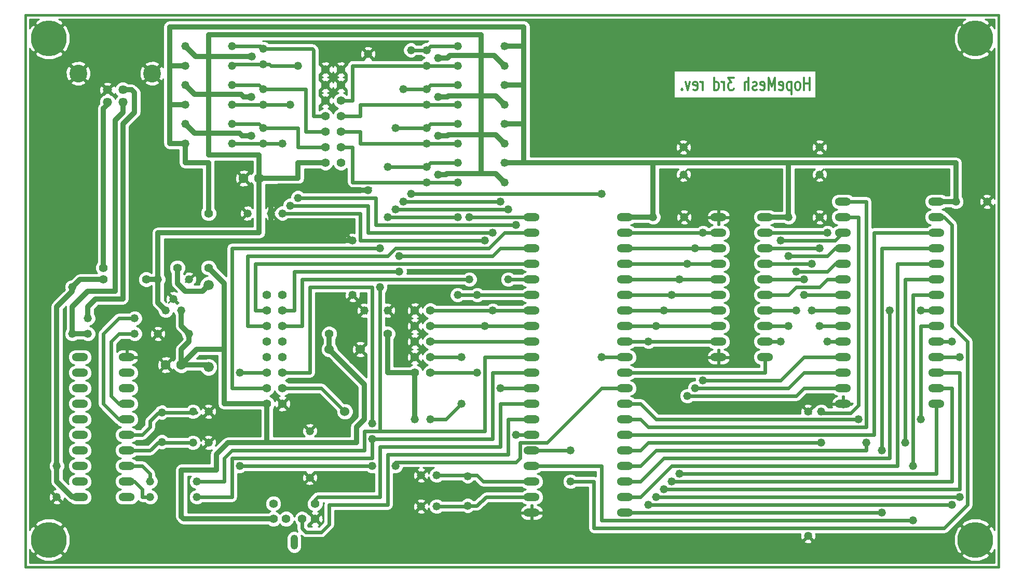
<source format=gbl>
G04 (created by PCBNEW-RS274X (2010-00-09 BZR 23xx)-stable) date Wed 31 Aug 2011 10:04:48 AM CEST*
G01*
G70*
G90*
%MOIN*%
G04 Gerber Fmt 3.4, Leading zero omitted, Abs format*
%FSLAX34Y34*%
G04 APERTURE LIST*
%ADD10C,0.006000*%
%ADD11C,0.012000*%
%ADD12C,0.015000*%
%ADD13C,0.052000*%
%ADD14O,0.104000X0.052000*%
%ADD15C,0.057400*%
%ADD16C,0.114100*%
%ADD17C,0.056000*%
%ADD18C,0.066000*%
%ADD19C,0.063000*%
%ADD20C,0.055400*%
%ADD21O,0.047500X0.095100*%
%ADD22C,0.060000*%
%ADD23C,0.230000*%
%ADD24C,0.032000*%
%ADD25C,0.023000*%
%ADD26C,0.010000*%
G04 APERTURE END LIST*
G54D10*
G54D11*
X71099Y-21824D02*
X71099Y-21024D01*
X71099Y-21405D02*
X70756Y-21405D01*
X70756Y-21824D02*
X70756Y-21024D01*
X70384Y-21824D02*
X70442Y-21786D01*
X70470Y-21748D01*
X70499Y-21671D01*
X70499Y-21443D01*
X70470Y-21367D01*
X70442Y-21329D01*
X70384Y-21290D01*
X70299Y-21290D01*
X70242Y-21329D01*
X70213Y-21367D01*
X70184Y-21443D01*
X70184Y-21671D01*
X70213Y-21748D01*
X70242Y-21786D01*
X70299Y-21824D01*
X70384Y-21824D01*
X69927Y-21290D02*
X69927Y-22090D01*
X69927Y-21329D02*
X69870Y-21290D01*
X69756Y-21290D01*
X69699Y-21329D01*
X69670Y-21367D01*
X69641Y-21443D01*
X69641Y-21671D01*
X69670Y-21748D01*
X69699Y-21786D01*
X69756Y-21824D01*
X69870Y-21824D01*
X69927Y-21786D01*
X69156Y-21786D02*
X69213Y-21824D01*
X69327Y-21824D01*
X69384Y-21786D01*
X69413Y-21710D01*
X69413Y-21405D01*
X69384Y-21329D01*
X69327Y-21290D01*
X69213Y-21290D01*
X69156Y-21329D01*
X69127Y-21405D01*
X69127Y-21481D01*
X69413Y-21557D01*
X68870Y-21824D02*
X68870Y-21024D01*
X68670Y-21595D01*
X68470Y-21024D01*
X68470Y-21824D01*
X67956Y-21786D02*
X68013Y-21824D01*
X68127Y-21824D01*
X68184Y-21786D01*
X68213Y-21710D01*
X68213Y-21405D01*
X68184Y-21329D01*
X68127Y-21290D01*
X68013Y-21290D01*
X67956Y-21329D01*
X67927Y-21405D01*
X67927Y-21481D01*
X68213Y-21557D01*
X67699Y-21786D02*
X67642Y-21824D01*
X67527Y-21824D01*
X67470Y-21786D01*
X67442Y-21710D01*
X67442Y-21671D01*
X67470Y-21595D01*
X67527Y-21557D01*
X67613Y-21557D01*
X67670Y-21519D01*
X67699Y-21443D01*
X67699Y-21405D01*
X67670Y-21329D01*
X67613Y-21290D01*
X67527Y-21290D01*
X67470Y-21329D01*
X67184Y-21824D02*
X67184Y-21024D01*
X66927Y-21824D02*
X66927Y-21405D01*
X66956Y-21329D01*
X67013Y-21290D01*
X67098Y-21290D01*
X67156Y-21329D01*
X67184Y-21367D01*
X66241Y-21024D02*
X65870Y-21024D01*
X66070Y-21329D01*
X65984Y-21329D01*
X65927Y-21367D01*
X65898Y-21405D01*
X65870Y-21481D01*
X65870Y-21671D01*
X65898Y-21748D01*
X65927Y-21786D01*
X65984Y-21824D01*
X66156Y-21824D01*
X66213Y-21786D01*
X66241Y-21748D01*
X65613Y-21824D02*
X65613Y-21290D01*
X65613Y-21443D02*
X65585Y-21367D01*
X65556Y-21329D01*
X65499Y-21290D01*
X65442Y-21290D01*
X64985Y-21824D02*
X64985Y-21024D01*
X64985Y-21786D02*
X65042Y-21824D01*
X65156Y-21824D01*
X65214Y-21786D01*
X65242Y-21748D01*
X65271Y-21671D01*
X65271Y-21443D01*
X65242Y-21367D01*
X65214Y-21329D01*
X65156Y-21290D01*
X65042Y-21290D01*
X64985Y-21329D01*
X64242Y-21824D02*
X64242Y-21290D01*
X64242Y-21443D02*
X64214Y-21367D01*
X64185Y-21329D01*
X64128Y-21290D01*
X64071Y-21290D01*
X63643Y-21786D02*
X63700Y-21824D01*
X63814Y-21824D01*
X63871Y-21786D01*
X63900Y-21710D01*
X63900Y-21405D01*
X63871Y-21329D01*
X63814Y-21290D01*
X63700Y-21290D01*
X63643Y-21329D01*
X63614Y-21405D01*
X63614Y-21481D01*
X63900Y-21557D01*
X63414Y-21290D02*
X63271Y-21824D01*
X63129Y-21290D01*
X62900Y-21748D02*
X62872Y-21786D01*
X62900Y-21824D01*
X62929Y-21786D01*
X62900Y-21748D01*
X62900Y-21824D01*
G54D12*
X20750Y-52500D02*
X20750Y-17000D01*
X83250Y-52500D02*
X20750Y-52500D01*
X83250Y-17000D02*
X83250Y-52500D01*
X20750Y-17000D02*
X83250Y-17000D01*
G54D13*
X63000Y-27250D03*
G54D14*
X65250Y-30000D03*
X65250Y-31000D03*
X65250Y-32000D03*
X65250Y-33000D03*
X65250Y-34000D03*
X65250Y-35000D03*
X65250Y-36000D03*
X65250Y-37000D03*
X65250Y-38000D03*
X65250Y-39000D03*
X68250Y-39000D03*
X68250Y-38000D03*
X68250Y-37000D03*
X68250Y-36000D03*
X68250Y-35000D03*
X68250Y-34000D03*
X68250Y-33000D03*
X68250Y-32000D03*
X68250Y-31000D03*
X68250Y-30000D03*
X27250Y-48000D03*
X27250Y-47000D03*
X27250Y-46000D03*
X27250Y-45000D03*
X27250Y-44000D03*
X27250Y-43000D03*
X27250Y-42000D03*
X27250Y-41000D03*
X27250Y-40000D03*
X27250Y-39000D03*
X24250Y-39000D03*
X24250Y-40000D03*
X24250Y-41000D03*
X24250Y-42000D03*
X24250Y-43000D03*
X24250Y-44000D03*
X24250Y-45000D03*
X24250Y-46000D03*
X24250Y-47000D03*
X24250Y-48000D03*
X53250Y-30000D03*
X53250Y-31000D03*
X53250Y-32000D03*
X53250Y-33000D03*
X53250Y-34000D03*
X53250Y-35000D03*
X53250Y-36000D03*
X53250Y-37000D03*
X53250Y-38000D03*
X53250Y-39000D03*
X53250Y-40000D03*
X53250Y-41000D03*
X53250Y-42000D03*
X53250Y-43000D03*
X53250Y-44000D03*
X53250Y-45000D03*
X53250Y-46000D03*
X53250Y-47000D03*
X53250Y-48000D03*
X53250Y-49000D03*
X59250Y-49000D03*
X59250Y-48000D03*
X59250Y-47000D03*
X59250Y-46000D03*
X59250Y-45000D03*
X59250Y-44000D03*
X59250Y-43000D03*
X59250Y-42000D03*
X59250Y-41000D03*
X59250Y-40000D03*
X59250Y-39000D03*
X59250Y-38000D03*
X59250Y-37000D03*
X59250Y-36000D03*
X59250Y-35000D03*
X59250Y-34000D03*
X59250Y-33000D03*
X59250Y-32000D03*
X59250Y-31000D03*
X59250Y-30000D03*
G54D15*
X26008Y-22604D03*
X26992Y-22604D03*
X26992Y-21816D03*
X26008Y-21816D03*
G54D16*
X28870Y-20750D03*
X24130Y-20750D03*
G54D17*
X46750Y-40000D03*
X45750Y-40000D03*
X46750Y-39000D03*
X45750Y-39000D03*
X46750Y-38000D03*
X45750Y-38000D03*
X46750Y-37000D03*
X45750Y-37000D03*
X46750Y-36000D03*
X45750Y-36000D03*
X41000Y-26500D03*
X40000Y-26500D03*
X41000Y-25500D03*
X40000Y-25500D03*
X41000Y-24500D03*
X40000Y-24500D03*
X41000Y-23500D03*
X40000Y-23500D03*
X41000Y-22500D03*
X40000Y-22500D03*
X41000Y-21500D03*
X40000Y-21500D03*
X41000Y-20500D03*
X40000Y-20500D03*
G54D13*
X49150Y-48550D03*
X49150Y-46650D03*
X29500Y-42550D03*
X29500Y-44450D03*
X45750Y-43000D03*
X46750Y-43000D03*
G54D14*
X73250Y-29000D03*
X73250Y-30000D03*
X73250Y-31000D03*
X73250Y-32000D03*
X73250Y-33000D03*
X73250Y-34000D03*
X73250Y-35000D03*
X73250Y-36000D03*
X73250Y-37000D03*
X73250Y-38000D03*
X73250Y-39000D03*
X73250Y-40000D03*
X73250Y-41000D03*
X73250Y-42000D03*
X79250Y-42000D03*
X79250Y-41000D03*
X79250Y-40000D03*
X79250Y-39000D03*
X79250Y-38000D03*
X79250Y-37000D03*
X79250Y-36000D03*
X79250Y-35000D03*
X79250Y-34000D03*
X79250Y-33000D03*
X79250Y-32000D03*
X79250Y-31000D03*
X79250Y-30000D03*
X79250Y-29000D03*
G54D13*
X27750Y-36500D03*
X24750Y-36500D03*
X27750Y-37500D03*
X24750Y-37500D03*
X48750Y-42000D03*
X48750Y-39000D03*
X23750Y-34500D03*
X23750Y-37500D03*
X28750Y-48000D03*
X31750Y-48000D03*
X28750Y-47000D03*
X31750Y-47000D03*
X31500Y-44500D03*
X32500Y-44500D03*
X31500Y-42500D03*
X32500Y-42500D03*
X47150Y-46600D03*
X46150Y-46600D03*
X47150Y-48600D03*
X46150Y-48600D03*
X22750Y-46000D03*
X22750Y-48000D03*
X61050Y-30000D03*
X63050Y-30000D03*
G54D18*
X32500Y-34361D03*
X32500Y-39649D03*
G54D13*
X69750Y-30000D03*
X71750Y-30000D03*
X80500Y-29000D03*
X82500Y-29000D03*
X29750Y-36000D03*
X30250Y-35250D03*
X30750Y-36000D03*
X29250Y-34000D03*
X31250Y-34000D03*
X31250Y-37500D03*
X29250Y-37500D03*
G54D19*
X30750Y-39500D03*
X29750Y-39500D03*
X35750Y-27500D03*
X34750Y-27500D03*
G54D13*
X36025Y-19175D03*
X35275Y-19675D03*
X36025Y-20175D03*
X46500Y-22750D03*
X47250Y-22250D03*
X46500Y-21750D03*
X46500Y-25250D03*
X47250Y-24750D03*
X46500Y-24250D03*
X36000Y-21750D03*
X35250Y-22250D03*
X36000Y-22750D03*
X46500Y-27750D03*
X47250Y-27250D03*
X46500Y-26750D03*
X36000Y-24250D03*
X35250Y-24750D03*
X36000Y-25250D03*
G54D17*
X37250Y-42000D03*
X36250Y-42000D03*
X37250Y-41000D03*
X36250Y-41000D03*
X37250Y-40000D03*
X36250Y-40000D03*
X37250Y-39000D03*
X36250Y-39000D03*
X37250Y-38000D03*
X36250Y-38000D03*
X37250Y-37000D03*
X36250Y-37000D03*
X37250Y-36000D03*
X36250Y-36000D03*
X37250Y-35000D03*
X36250Y-35000D03*
G54D20*
X38511Y-49404D03*
X37489Y-49404D03*
X39338Y-49404D03*
X36662Y-49404D03*
X39338Y-48420D03*
X36662Y-48420D03*
G54D21*
X38000Y-50900D03*
G54D22*
X42250Y-38500D03*
X40250Y-38500D03*
X41250Y-42500D03*
G54D13*
X51500Y-19000D03*
X48500Y-19000D03*
X51500Y-20250D03*
X48500Y-20250D03*
X51500Y-22750D03*
X48500Y-22750D03*
X51500Y-25250D03*
X48500Y-25250D03*
X51500Y-27750D03*
X48500Y-27750D03*
X51500Y-26500D03*
X48500Y-26500D03*
X51500Y-24000D03*
X48500Y-24000D03*
X51500Y-21500D03*
X48500Y-21500D03*
X46500Y-20250D03*
X47250Y-19750D03*
X46500Y-19250D03*
X31000Y-20250D03*
X34000Y-20250D03*
X31000Y-19000D03*
X34000Y-19000D03*
X31000Y-22750D03*
X34000Y-22750D03*
X31000Y-25250D03*
X34000Y-25250D03*
X31000Y-21500D03*
X34000Y-21500D03*
X31000Y-24000D03*
X34000Y-24000D03*
G54D23*
X22250Y-18500D03*
X22250Y-50750D03*
X81750Y-50750D03*
X81750Y-18500D03*
G54D13*
X63000Y-25500D03*
X71750Y-25500D03*
X71750Y-27250D03*
X71000Y-42500D03*
X71000Y-50500D03*
X35000Y-29750D03*
X36500Y-29750D03*
X39000Y-46750D03*
X39000Y-43750D03*
X44000Y-36000D03*
X42500Y-36000D03*
X42750Y-19500D03*
X42750Y-28250D03*
X41750Y-35000D03*
X41750Y-31500D03*
G54D17*
X25750Y-34000D03*
X28500Y-34000D03*
G54D13*
X38250Y-28750D03*
X38250Y-20250D03*
X52250Y-30500D03*
X52250Y-44000D03*
X45000Y-21750D03*
X45000Y-29000D03*
X51250Y-29000D03*
X51250Y-41000D03*
X77750Y-46000D03*
X77750Y-49500D03*
X55750Y-47000D03*
X55750Y-45000D03*
X78250Y-36000D03*
X76250Y-36000D03*
X77250Y-44500D03*
X74750Y-44500D03*
X71850Y-44500D03*
X71850Y-42500D03*
X74250Y-43000D03*
X78250Y-43000D03*
X75750Y-49000D03*
X75750Y-45000D03*
X64250Y-31000D03*
X64250Y-40500D03*
X63750Y-32000D03*
X63750Y-41000D03*
X63250Y-33000D03*
X63250Y-41500D03*
X62750Y-34000D03*
X62750Y-46500D03*
X62250Y-35000D03*
X62250Y-47000D03*
X61750Y-36000D03*
X61750Y-47500D03*
X80750Y-39000D03*
X61250Y-37000D03*
X61250Y-48000D03*
X80750Y-48000D03*
X60750Y-38000D03*
X80250Y-38000D03*
X80250Y-48500D03*
X60750Y-48500D03*
X44500Y-46000D03*
X43000Y-46000D03*
X34500Y-46000D03*
X34500Y-40000D03*
X45500Y-19250D03*
X45500Y-28500D03*
X57750Y-39000D03*
X57750Y-28500D03*
X49250Y-30000D03*
X49250Y-34000D03*
X44750Y-32500D03*
X44750Y-33500D03*
X37750Y-29250D03*
X37750Y-22750D03*
X50750Y-36000D03*
X50750Y-31000D03*
X44000Y-26750D03*
X44000Y-30000D03*
X48500Y-35000D03*
X48500Y-30000D03*
X49750Y-40000D03*
X49750Y-35000D03*
X43500Y-32000D03*
X43500Y-34500D03*
X37250Y-29750D03*
X37250Y-25250D03*
X50250Y-37000D03*
X50250Y-31500D03*
X44500Y-24250D03*
X44500Y-29500D03*
X51750Y-29500D03*
X51750Y-34000D03*
X43000Y-44250D03*
X43000Y-43250D03*
G54D17*
X25750Y-33250D03*
X30500Y-33250D03*
G54D13*
X71250Y-33000D03*
X71250Y-36000D03*
X71750Y-32000D03*
X71750Y-37000D03*
X72250Y-31000D03*
X72250Y-38000D03*
X69250Y-31500D03*
X69250Y-38000D03*
X69750Y-32500D03*
X69750Y-37000D03*
X70250Y-36000D03*
X70250Y-33500D03*
X70750Y-34000D03*
X70750Y-35000D03*
G54D17*
X40250Y-37500D03*
X44000Y-37500D03*
X32500Y-33250D03*
X32500Y-29750D03*
G54D24*
X29250Y-34000D02*
X29250Y-31000D01*
X35750Y-31000D02*
X35750Y-27500D01*
X29250Y-31000D02*
X35750Y-31000D01*
X32500Y-24600D02*
X32500Y-26000D01*
X32500Y-26000D02*
X35750Y-26000D01*
X35750Y-26000D02*
X35750Y-27500D01*
X50000Y-19600D02*
X50000Y-18250D01*
X32500Y-18250D02*
X32500Y-19675D01*
X50000Y-18250D02*
X32500Y-18250D01*
X50000Y-24700D02*
X50000Y-27200D01*
X50000Y-22200D02*
X50000Y-24700D01*
X50000Y-19600D02*
X50000Y-22200D01*
X32500Y-22100D02*
X32500Y-24600D01*
X32500Y-19675D02*
X32500Y-22100D01*
X35750Y-27500D02*
X38250Y-27500D01*
X38250Y-26500D02*
X40000Y-26500D01*
X38250Y-27500D02*
X38250Y-26500D01*
X47250Y-27250D02*
X47750Y-27250D01*
X47750Y-27250D02*
X47800Y-27200D01*
X47800Y-27200D02*
X50000Y-27200D01*
X50950Y-27200D02*
X51500Y-27750D01*
X50000Y-27200D02*
X50950Y-27200D01*
X47250Y-24750D02*
X47850Y-24750D01*
X47850Y-24750D02*
X47900Y-24700D01*
X47900Y-24700D02*
X50000Y-24700D01*
X50950Y-24700D02*
X51500Y-25250D01*
X50000Y-24700D02*
X50950Y-24700D01*
X47250Y-22250D02*
X47850Y-22250D01*
X47850Y-22250D02*
X47900Y-22200D01*
X47900Y-22200D02*
X50000Y-22200D01*
X50950Y-22200D02*
X51500Y-22750D01*
X50000Y-22200D02*
X50950Y-22200D01*
X47250Y-19750D02*
X47850Y-19750D01*
X50850Y-19600D02*
X51500Y-20250D01*
X48000Y-19600D02*
X50000Y-19600D01*
X50000Y-19600D02*
X50850Y-19600D01*
X47850Y-19750D02*
X48000Y-19600D01*
X35250Y-24750D02*
X34650Y-24750D01*
X34650Y-24750D02*
X34500Y-24600D01*
X34500Y-24600D02*
X32500Y-24600D01*
X31600Y-24600D02*
X31000Y-24000D01*
X32500Y-24600D02*
X31600Y-24600D01*
X35275Y-19675D02*
X32500Y-19675D01*
X32500Y-19675D02*
X31675Y-19675D01*
X31675Y-19675D02*
X31000Y-19000D01*
X35250Y-22250D02*
X34750Y-22250D01*
X34750Y-22250D02*
X34600Y-22100D01*
X34600Y-22100D02*
X32500Y-22100D01*
X31600Y-22100D02*
X31000Y-21500D01*
X32500Y-22100D02*
X31600Y-22100D01*
X22750Y-46000D02*
X22750Y-47000D01*
X23750Y-48000D02*
X24250Y-48000D01*
X22750Y-47000D02*
X23750Y-48000D01*
X23750Y-34500D02*
X23750Y-34750D01*
X22750Y-35750D02*
X22750Y-46000D01*
X23750Y-34750D02*
X22750Y-35750D01*
X24250Y-34000D02*
X25750Y-34000D01*
X23750Y-34500D02*
X24250Y-34000D01*
X28500Y-34000D02*
X29250Y-34000D01*
X29250Y-34000D02*
X29250Y-35500D01*
X29250Y-35500D02*
X29750Y-36000D01*
G54D25*
X53250Y-44000D02*
X52250Y-44000D01*
X43250Y-28750D02*
X43250Y-30500D01*
X43250Y-30500D02*
X52250Y-30500D01*
X36425Y-20175D02*
X36025Y-20175D01*
X36500Y-20250D02*
X38250Y-20250D01*
X36425Y-20175D02*
X36500Y-20250D01*
X38250Y-28750D02*
X43250Y-28750D01*
X36025Y-20175D02*
X34075Y-20175D01*
X34075Y-20175D02*
X34000Y-20250D01*
X34000Y-19000D02*
X35850Y-19000D01*
X35850Y-19000D02*
X36025Y-19175D01*
X40000Y-23500D02*
X39250Y-23500D01*
X39175Y-19175D02*
X36025Y-19175D01*
X39250Y-19250D02*
X39175Y-19175D01*
X39250Y-23500D02*
X39250Y-19250D01*
X53250Y-41000D02*
X51250Y-41000D01*
X45000Y-21750D02*
X46500Y-21750D01*
X51250Y-29000D02*
X45000Y-29000D01*
X48500Y-21500D02*
X46750Y-21500D01*
X46750Y-21500D02*
X46500Y-21750D01*
X57750Y-49500D02*
X57750Y-46000D01*
X77750Y-35000D02*
X77750Y-46000D01*
X77750Y-49500D02*
X57750Y-49500D01*
X79250Y-35000D02*
X77750Y-35000D01*
X57750Y-46000D02*
X53250Y-46000D01*
X79750Y-30000D02*
X80250Y-30500D01*
X80250Y-30500D02*
X80250Y-37000D01*
X80250Y-37000D02*
X81250Y-38000D01*
X81250Y-38000D02*
X81250Y-48500D01*
X81250Y-48500D02*
X79750Y-50000D01*
X79750Y-50000D02*
X57250Y-50000D01*
X57250Y-50000D02*
X57250Y-47000D01*
X57250Y-47000D02*
X55750Y-47000D01*
X79250Y-30000D02*
X79750Y-30000D01*
X55750Y-45000D02*
X53250Y-45000D01*
X76250Y-45500D02*
X76250Y-36000D01*
X60250Y-47000D02*
X61750Y-45500D01*
X61750Y-45500D02*
X76250Y-45500D01*
X59250Y-47000D02*
X60250Y-47000D01*
X78250Y-36000D02*
X79250Y-36000D01*
X74750Y-45000D02*
X74750Y-44500D01*
X60250Y-46000D02*
X61250Y-45000D01*
X61250Y-45000D02*
X74750Y-45000D01*
X59250Y-46000D02*
X60250Y-46000D01*
X77250Y-34000D02*
X79250Y-34000D01*
X77250Y-44500D02*
X77250Y-34000D01*
X73250Y-30000D02*
X74250Y-30000D01*
X60750Y-44500D02*
X60250Y-45000D01*
X71850Y-44500D02*
X60750Y-44500D01*
X60250Y-45000D02*
X59250Y-45000D01*
X74250Y-42100D02*
X74250Y-30000D01*
X73750Y-42600D02*
X74250Y-42100D01*
X71950Y-42600D02*
X73750Y-42600D01*
X71850Y-42500D02*
X71950Y-42600D01*
X75250Y-44000D02*
X59250Y-44000D01*
X75250Y-31000D02*
X79250Y-31000D01*
X75250Y-31000D02*
X75250Y-44000D01*
X60750Y-43500D02*
X74750Y-43500D01*
X74750Y-29000D02*
X74750Y-43500D01*
X59250Y-43000D02*
X60250Y-43000D01*
X60250Y-43000D02*
X60750Y-43500D01*
X74750Y-29000D02*
X73250Y-29000D01*
X61250Y-43000D02*
X74250Y-43000D01*
X60250Y-42000D02*
X61250Y-43000D01*
X59250Y-42000D02*
X60250Y-42000D01*
X78250Y-37000D02*
X79250Y-37000D01*
X78250Y-43000D02*
X78250Y-37000D01*
X79250Y-32000D02*
X75750Y-32000D01*
X75750Y-49000D02*
X59250Y-49000D01*
X75750Y-32000D02*
X75750Y-45000D01*
X79250Y-33000D02*
X76750Y-33000D01*
X59250Y-48000D02*
X60250Y-48000D01*
X60250Y-48000D02*
X62250Y-46000D01*
X62250Y-46000D02*
X76750Y-46000D01*
X76750Y-33000D02*
X76750Y-46000D01*
X59250Y-31000D02*
X64250Y-31000D01*
X64250Y-31000D02*
X65250Y-31000D01*
X73250Y-39000D02*
X70750Y-39000D01*
X69250Y-40500D02*
X70750Y-39000D01*
X64250Y-40500D02*
X69250Y-40500D01*
X73250Y-40000D02*
X70750Y-40000D01*
X69750Y-41000D02*
X70750Y-40000D01*
X63750Y-41000D02*
X69750Y-41000D01*
X59250Y-32000D02*
X63750Y-32000D01*
X63750Y-32000D02*
X65250Y-32000D01*
X73250Y-41000D02*
X70750Y-41000D01*
X70250Y-41500D02*
X70750Y-41000D01*
X63250Y-41500D02*
X70250Y-41500D01*
X59250Y-33000D02*
X63250Y-33000D01*
X63250Y-33000D02*
X65250Y-33000D01*
X79250Y-42000D02*
X79250Y-46500D01*
X62750Y-46500D02*
X79250Y-46500D01*
X59250Y-34000D02*
X62750Y-34000D01*
X62750Y-34000D02*
X65250Y-34000D01*
X79250Y-41000D02*
X80250Y-41000D01*
X80250Y-47000D02*
X80250Y-41000D01*
X62250Y-47000D02*
X80250Y-47000D01*
X59250Y-35000D02*
X62250Y-35000D01*
X62250Y-35000D02*
X65250Y-35000D01*
X79250Y-40000D02*
X80750Y-40000D01*
X80750Y-47500D02*
X80750Y-40000D01*
X61750Y-47500D02*
X80750Y-47500D01*
X59250Y-36000D02*
X61750Y-36000D01*
X61750Y-36000D02*
X65250Y-36000D01*
X79250Y-39000D02*
X80750Y-39000D01*
X61250Y-48000D02*
X80750Y-48000D01*
X59250Y-37000D02*
X61250Y-37000D01*
X61250Y-37000D02*
X65250Y-37000D01*
X79250Y-38000D02*
X80250Y-38000D01*
X60750Y-48500D02*
X80250Y-48500D01*
X59250Y-38000D02*
X60750Y-38000D01*
X60750Y-38000D02*
X65250Y-38000D01*
X59250Y-40000D02*
X68250Y-40000D01*
X68250Y-40000D02*
X68250Y-39000D01*
G54D24*
X27750Y-22000D02*
X27750Y-23250D01*
X26992Y-21816D02*
X27566Y-21816D01*
X27566Y-21816D02*
X27750Y-22000D01*
X24750Y-35750D02*
X24750Y-36500D01*
X25250Y-35250D02*
X27000Y-35250D01*
X24750Y-35750D02*
X25250Y-35250D01*
X27000Y-24000D02*
X27000Y-35250D01*
X27750Y-23250D02*
X27000Y-24000D01*
X26992Y-22604D02*
X26992Y-22758D01*
X26992Y-22758D02*
X27000Y-23000D01*
X26500Y-34750D02*
X26500Y-23750D01*
X23750Y-35750D02*
X23750Y-37500D01*
X24750Y-34750D02*
X26500Y-34750D01*
X23750Y-35750D02*
X24750Y-34750D01*
X27000Y-23250D02*
X27000Y-23000D01*
X26500Y-23750D02*
X27000Y-23250D01*
X23750Y-37500D02*
X24750Y-37500D01*
G54D25*
X36250Y-40000D02*
X34500Y-40000D01*
X52500Y-45500D02*
X52250Y-45750D01*
X52250Y-45750D02*
X44500Y-45750D01*
X57750Y-41000D02*
X59250Y-41000D01*
X54250Y-44500D02*
X52500Y-44500D01*
X57750Y-41000D02*
X54250Y-44500D01*
X52500Y-44500D02*
X52500Y-45500D01*
X44500Y-46000D02*
X44500Y-45750D01*
X34500Y-46000D02*
X43000Y-46000D01*
X45500Y-28500D02*
X57750Y-28500D01*
X46500Y-19250D02*
X45500Y-19250D01*
X57750Y-39000D02*
X59250Y-39000D01*
X48500Y-19000D02*
X46750Y-19000D01*
X46750Y-19000D02*
X46500Y-19250D01*
X41000Y-22500D02*
X41750Y-22500D01*
X41750Y-20250D02*
X46500Y-20250D01*
X41750Y-22500D02*
X41750Y-20250D01*
X46500Y-20250D02*
X48500Y-20250D01*
X39500Y-48000D02*
X43500Y-48000D01*
X39338Y-48162D02*
X39500Y-48000D01*
X39338Y-48420D02*
X39338Y-48162D01*
X51250Y-42000D02*
X51250Y-44750D01*
X51250Y-44750D02*
X43500Y-44750D01*
X51250Y-42000D02*
X53250Y-42000D01*
X43500Y-48000D02*
X43500Y-44750D01*
X40250Y-48500D02*
X44000Y-48500D01*
X51750Y-43000D02*
X51750Y-45250D01*
X51750Y-45250D02*
X44000Y-45250D01*
X53250Y-43000D02*
X51750Y-43000D01*
X40250Y-48500D02*
X40250Y-49750D01*
X44000Y-48500D02*
X44000Y-45250D01*
X38511Y-49404D02*
X38511Y-50011D01*
X39750Y-50250D02*
X40250Y-49750D01*
X38750Y-50250D02*
X39750Y-50250D01*
X38511Y-50011D02*
X38750Y-50250D01*
X38500Y-34000D02*
X49250Y-34000D01*
X37250Y-37000D02*
X38500Y-37000D01*
X38500Y-37000D02*
X38500Y-34000D01*
X49250Y-30000D02*
X53250Y-30000D01*
X44000Y-32500D02*
X44500Y-32000D01*
X44500Y-32000D02*
X50500Y-32000D01*
X35000Y-37000D02*
X35000Y-32500D01*
X35000Y-32500D02*
X44000Y-32500D01*
X36250Y-37000D02*
X35000Y-37000D01*
X51500Y-31000D02*
X53250Y-31000D01*
X50500Y-32000D02*
X51500Y-31000D01*
X38000Y-33500D02*
X44750Y-33500D01*
X37250Y-36000D02*
X38000Y-36000D01*
X38000Y-36000D02*
X38000Y-33500D01*
X51250Y-32000D02*
X53250Y-32000D01*
X50750Y-32500D02*
X51250Y-32000D01*
X44750Y-32500D02*
X50750Y-32500D01*
X53250Y-33000D02*
X35500Y-33000D01*
X35500Y-36000D02*
X35500Y-33000D01*
X35500Y-36000D02*
X36250Y-36000D01*
X41000Y-25500D02*
X41750Y-25500D01*
X41750Y-27750D02*
X46500Y-27750D01*
X41750Y-25500D02*
X41750Y-27750D01*
X46500Y-27750D02*
X48500Y-27750D01*
X34000Y-21500D02*
X35750Y-21500D01*
X35750Y-21500D02*
X36000Y-21750D01*
X40000Y-24500D02*
X38750Y-24500D01*
X38750Y-21750D02*
X36000Y-21750D01*
X38750Y-24500D02*
X38750Y-21750D01*
X41000Y-23500D02*
X42250Y-23500D01*
X42250Y-22750D02*
X46500Y-22750D01*
X42250Y-23500D02*
X42250Y-22750D01*
X46500Y-22750D02*
X48500Y-22750D01*
X42750Y-31000D02*
X50750Y-31000D01*
X42750Y-29250D02*
X42750Y-31000D01*
X36000Y-22750D02*
X37750Y-22750D01*
X37750Y-29250D02*
X42750Y-29250D01*
X34000Y-22750D02*
X36000Y-22750D01*
X46750Y-36000D02*
X50750Y-36000D01*
X50750Y-36000D02*
X53250Y-36000D01*
X44000Y-30000D02*
X48500Y-30000D01*
X46500Y-26750D02*
X44000Y-26750D01*
X48500Y-35000D02*
X49750Y-35000D01*
X48500Y-26500D02*
X46750Y-26500D01*
X46750Y-26500D02*
X46500Y-26750D01*
X46750Y-40000D02*
X49750Y-40000D01*
X49750Y-35000D02*
X53250Y-35000D01*
X46750Y-38000D02*
X53250Y-38000D01*
X43500Y-43750D02*
X43500Y-34500D01*
X36250Y-41000D02*
X34000Y-41000D01*
X34000Y-41000D02*
X34000Y-32000D01*
X34000Y-32000D02*
X43500Y-32000D01*
X31750Y-47000D02*
X33500Y-47000D01*
X50250Y-39000D02*
X50250Y-43750D01*
X50250Y-43750D02*
X43500Y-43750D01*
X50250Y-39000D02*
X53250Y-39000D01*
X42500Y-43750D02*
X43500Y-43750D01*
X42500Y-45000D02*
X42500Y-43750D01*
X34000Y-45000D02*
X42500Y-45000D01*
X33500Y-47000D02*
X33500Y-45500D01*
X33500Y-45500D02*
X34000Y-45000D01*
X42250Y-31500D02*
X50250Y-31500D01*
X42250Y-29750D02*
X42250Y-31500D01*
X36000Y-25250D02*
X37250Y-25250D01*
X37250Y-29750D02*
X42250Y-29750D01*
X34000Y-25250D02*
X36000Y-25250D01*
X46750Y-37000D02*
X50250Y-37000D01*
X50250Y-37000D02*
X53250Y-37000D01*
X34000Y-24000D02*
X35750Y-24000D01*
X35750Y-24000D02*
X36000Y-24250D01*
X40000Y-25500D02*
X38250Y-25500D01*
X38250Y-24250D02*
X36000Y-24250D01*
X38250Y-25500D02*
X38250Y-24250D01*
X53250Y-34000D02*
X51750Y-34000D01*
X44500Y-24250D02*
X46500Y-24250D01*
X51750Y-29500D02*
X44500Y-29500D01*
X48500Y-24000D02*
X46750Y-24000D01*
X46750Y-24000D02*
X46500Y-24250D01*
X41000Y-24500D02*
X42250Y-24500D01*
X42250Y-25250D02*
X46500Y-25250D01*
X42250Y-24500D02*
X42250Y-25250D01*
X46500Y-25250D02*
X48500Y-25250D01*
X39000Y-40000D02*
X37250Y-40000D01*
X39000Y-40000D02*
X39000Y-34500D01*
X43000Y-34500D02*
X39000Y-34500D01*
X43000Y-43250D02*
X43000Y-34500D01*
X31750Y-48000D02*
X34000Y-48000D01*
X50750Y-40000D02*
X50750Y-44250D01*
X50750Y-44250D02*
X43000Y-44250D01*
X50750Y-40000D02*
X53250Y-40000D01*
X43000Y-45500D02*
X43000Y-44250D01*
X34000Y-45500D02*
X43000Y-45500D01*
X34000Y-48000D02*
X34000Y-45500D01*
G54D24*
X41750Y-31500D02*
X37000Y-31500D01*
X41250Y-28250D02*
X42750Y-28250D01*
X41000Y-28000D02*
X41250Y-28250D01*
X37000Y-28000D02*
X41000Y-28000D01*
X36500Y-28500D02*
X37000Y-28000D01*
X36500Y-31000D02*
X36500Y-28500D01*
X37000Y-31500D02*
X36500Y-31000D01*
G54D25*
X27250Y-47000D02*
X27750Y-47000D01*
X28250Y-48000D02*
X28750Y-48000D01*
X28250Y-47500D02*
X28250Y-48000D01*
X27750Y-47000D02*
X28250Y-47500D01*
G54D24*
X25750Y-23000D02*
X25750Y-33250D01*
X30500Y-33250D02*
X30500Y-34250D01*
X30500Y-34250D02*
X31000Y-34750D01*
X31000Y-34750D02*
X32111Y-34750D01*
X32500Y-34361D02*
X32111Y-34750D01*
X26000Y-22750D02*
X25750Y-23000D01*
X26008Y-22604D02*
X26000Y-22750D01*
G54D25*
X46750Y-39000D02*
X48750Y-39000D01*
X46750Y-43000D02*
X47750Y-43000D01*
X47750Y-43000D02*
X48750Y-42000D01*
X29500Y-42550D02*
X31700Y-42550D01*
X31700Y-42550D02*
X31500Y-42500D01*
X29500Y-42550D02*
X29300Y-42550D01*
X28250Y-44000D02*
X27250Y-44000D01*
X28750Y-43500D02*
X28250Y-44000D01*
X28750Y-43100D02*
X28750Y-43500D01*
X29300Y-42550D02*
X28750Y-43100D01*
X31500Y-44500D02*
X29800Y-44500D01*
X29800Y-44500D02*
X29500Y-44450D01*
X27250Y-45000D02*
X28750Y-45000D01*
X29300Y-44450D02*
X29500Y-44450D01*
X28750Y-45000D02*
X29300Y-44450D01*
X68250Y-33000D02*
X71250Y-33000D01*
X71250Y-36000D02*
X73250Y-36000D01*
X68250Y-32000D02*
X71750Y-32000D01*
X71750Y-37000D02*
X73250Y-37000D01*
X68250Y-31000D02*
X72250Y-31000D01*
X72250Y-38000D02*
X73250Y-38000D01*
X68250Y-38000D02*
X69250Y-38000D01*
X72750Y-31500D02*
X73250Y-31000D01*
X69250Y-31500D02*
X72750Y-31500D01*
X68250Y-37000D02*
X69750Y-37000D01*
X72750Y-32000D02*
X73250Y-32000D01*
X72250Y-32500D02*
X72750Y-32000D01*
X69750Y-32500D02*
X72250Y-32500D01*
X68250Y-36000D02*
X70250Y-36000D01*
X70250Y-33500D02*
X72250Y-33500D01*
X72250Y-33500D02*
X72750Y-33000D01*
X72750Y-33000D02*
X73250Y-33000D01*
X68250Y-35000D02*
X69750Y-35000D01*
X69750Y-35000D02*
X70250Y-34500D01*
X70250Y-34500D02*
X71750Y-34500D01*
X71750Y-34500D02*
X72250Y-34000D01*
X72250Y-34000D02*
X73250Y-34000D01*
X68250Y-34000D02*
X70750Y-34000D01*
X70750Y-35000D02*
X73250Y-35000D01*
X47150Y-48600D02*
X49100Y-48600D01*
X49100Y-48600D02*
X49150Y-48550D01*
X49150Y-48550D02*
X49700Y-48550D01*
X50350Y-48000D02*
X53250Y-48000D01*
X49700Y-48550D02*
X50350Y-48000D01*
X47150Y-46600D02*
X49100Y-46600D01*
X49100Y-46600D02*
X49150Y-46650D01*
X53250Y-47000D02*
X50150Y-47000D01*
X50150Y-47000D02*
X49750Y-46600D01*
X49750Y-46600D02*
X49200Y-46600D01*
X49200Y-46600D02*
X49150Y-46650D01*
X27250Y-46000D02*
X28250Y-46000D01*
X28750Y-46500D02*
X28750Y-47000D01*
X28250Y-46000D02*
X28750Y-46500D01*
X27750Y-36500D02*
X26750Y-36500D01*
X26750Y-43000D02*
X27250Y-43000D01*
X25750Y-42000D02*
X26750Y-43000D01*
X25750Y-37500D02*
X25750Y-42000D01*
X26750Y-36500D02*
X25750Y-37500D01*
X27750Y-37500D02*
X26750Y-37500D01*
X26750Y-42000D02*
X27250Y-42000D01*
X26250Y-41500D02*
X26750Y-42000D01*
X26250Y-38000D02*
X26250Y-41500D01*
X26750Y-37500D02*
X26250Y-38000D01*
X37250Y-41000D02*
X39750Y-41000D01*
X39750Y-41000D02*
X41250Y-42500D01*
G54D24*
X33750Y-44500D02*
X33000Y-45250D01*
X36250Y-44500D02*
X33750Y-44500D01*
X30904Y-49404D02*
X36662Y-49404D01*
X30750Y-49250D02*
X30904Y-49404D01*
X30750Y-46250D02*
X30750Y-49250D01*
X33000Y-46250D02*
X30750Y-46250D01*
X33000Y-45250D02*
X33000Y-46250D01*
X45750Y-40000D02*
X44000Y-40000D01*
X40250Y-37500D02*
X40250Y-38500D01*
X44000Y-40000D02*
X44000Y-37500D01*
X40250Y-38500D02*
X42500Y-40750D01*
X42500Y-40750D02*
X42500Y-43000D01*
X42500Y-43000D02*
X42000Y-43500D01*
X42000Y-43500D02*
X42000Y-44500D01*
X42000Y-44500D02*
X36250Y-44500D01*
X36250Y-44500D02*
X36250Y-42000D01*
X33500Y-38500D02*
X33500Y-42000D01*
X33500Y-42000D02*
X36250Y-42000D01*
X61050Y-30000D02*
X61050Y-26500D01*
X61050Y-26500D02*
X61000Y-26500D01*
X69750Y-30000D02*
X69750Y-26500D01*
X52750Y-26500D02*
X61000Y-26500D01*
X61000Y-26500D02*
X69750Y-26500D01*
X69750Y-26500D02*
X80500Y-26500D01*
X80500Y-26500D02*
X80500Y-29000D01*
X30000Y-20250D02*
X30000Y-17750D01*
X52750Y-17750D02*
X52750Y-19000D01*
X30000Y-17750D02*
X52750Y-17750D01*
X31750Y-38500D02*
X33500Y-38500D01*
X33500Y-38500D02*
X33500Y-34250D01*
X33500Y-34250D02*
X32500Y-33250D01*
X30750Y-39500D02*
X31750Y-38500D01*
X31000Y-26500D02*
X31000Y-25250D01*
X32500Y-26500D02*
X31000Y-26500D01*
X32500Y-29750D02*
X32500Y-26500D01*
X30000Y-22750D02*
X31000Y-22750D01*
X31000Y-20250D02*
X30000Y-20250D01*
X30000Y-25250D02*
X31000Y-25250D01*
X30000Y-22750D02*
X30000Y-25250D01*
X30000Y-20250D02*
X30000Y-22750D01*
X51500Y-21500D02*
X52750Y-21500D01*
X51500Y-24000D02*
X52750Y-24000D01*
X51500Y-19000D02*
X52750Y-19000D01*
X52750Y-26500D02*
X51500Y-26500D01*
X52750Y-19000D02*
X52750Y-21500D01*
X52750Y-21500D02*
X52750Y-24000D01*
X52750Y-24000D02*
X52750Y-26500D01*
X69750Y-30000D02*
X68250Y-30000D01*
X79250Y-29000D02*
X80500Y-29000D01*
X30750Y-39500D02*
X32351Y-39500D01*
X32351Y-39500D02*
X32500Y-39649D01*
X45750Y-43000D02*
X45750Y-40000D01*
X30750Y-36000D02*
X30750Y-37000D01*
X30750Y-37000D02*
X31250Y-37500D01*
X31250Y-37500D02*
X31250Y-38000D01*
X30750Y-38500D02*
X30750Y-39500D01*
X31250Y-38000D02*
X30750Y-38500D01*
X59250Y-30000D02*
X61050Y-30000D01*
G54D26*
X21025Y-17275D02*
X21617Y-17275D01*
X22879Y-17275D02*
X81117Y-17275D01*
X82379Y-17275D02*
X82975Y-17275D01*
X21025Y-17355D02*
X21457Y-17355D01*
X23044Y-17355D02*
X29925Y-17355D01*
X52826Y-17355D02*
X80957Y-17355D01*
X82544Y-17355D02*
X82975Y-17355D01*
X21025Y-17435D02*
X21400Y-17435D01*
X23101Y-17435D02*
X29748Y-17435D01*
X53003Y-17435D02*
X80900Y-17435D01*
X82601Y-17435D02*
X82975Y-17435D01*
X21025Y-17515D02*
X21343Y-17515D01*
X23158Y-17515D02*
X29674Y-17515D01*
X53077Y-17515D02*
X80843Y-17515D01*
X82658Y-17515D02*
X82975Y-17515D01*
X21025Y-17595D02*
X21262Y-17595D01*
X21274Y-17595D02*
X21416Y-17595D01*
X23084Y-17595D02*
X23226Y-17595D01*
X23239Y-17595D02*
X29621Y-17595D01*
X53130Y-17595D02*
X80762Y-17595D01*
X80774Y-17595D02*
X80916Y-17595D01*
X82584Y-17595D02*
X82726Y-17595D01*
X82739Y-17595D02*
X82975Y-17595D01*
X21025Y-17675D02*
X21150Y-17675D01*
X21354Y-17675D02*
X21496Y-17675D01*
X23004Y-17675D02*
X23146Y-17675D01*
X23351Y-17675D02*
X29605Y-17675D01*
X53146Y-17675D02*
X80650Y-17675D01*
X80854Y-17675D02*
X80996Y-17675D01*
X82504Y-17675D02*
X82646Y-17675D01*
X82851Y-17675D02*
X82975Y-17675D01*
X21025Y-17755D02*
X21074Y-17755D01*
X21434Y-17755D02*
X21576Y-17755D01*
X22924Y-17755D02*
X23066Y-17755D01*
X23429Y-17755D02*
X29590Y-17755D01*
X53160Y-17755D02*
X80574Y-17755D01*
X80934Y-17755D02*
X81076Y-17755D01*
X82424Y-17755D02*
X82566Y-17755D01*
X82929Y-17755D02*
X82975Y-17755D01*
X21025Y-17835D02*
X21040Y-17835D01*
X21514Y-17835D02*
X21656Y-17835D01*
X22844Y-17835D02*
X22986Y-17835D01*
X23462Y-17835D02*
X29590Y-17835D01*
X53160Y-17835D02*
X80540Y-17835D01*
X81014Y-17835D02*
X81156Y-17835D01*
X82344Y-17835D02*
X82486Y-17835D01*
X82962Y-17835D02*
X82975Y-17835D01*
X21594Y-17915D02*
X21736Y-17915D01*
X22764Y-17915D02*
X22906Y-17915D01*
X23495Y-17915D02*
X29590Y-17915D01*
X53160Y-17915D02*
X80507Y-17915D01*
X81094Y-17915D02*
X81236Y-17915D01*
X82264Y-17915D02*
X82406Y-17915D01*
X21674Y-17995D02*
X21816Y-17995D01*
X22684Y-17995D02*
X22826Y-17995D01*
X23528Y-17995D02*
X29590Y-17995D01*
X53160Y-17995D02*
X80473Y-17995D01*
X81174Y-17995D02*
X81316Y-17995D01*
X82184Y-17995D02*
X82326Y-17995D01*
X21754Y-18075D02*
X21896Y-18075D01*
X22604Y-18075D02*
X22746Y-18075D01*
X23560Y-18075D02*
X29590Y-18075D01*
X53160Y-18075D02*
X80440Y-18075D01*
X81254Y-18075D02*
X81396Y-18075D01*
X82104Y-18075D02*
X82246Y-18075D01*
X21834Y-18155D02*
X21976Y-18155D01*
X22524Y-18155D02*
X22666Y-18155D01*
X23593Y-18155D02*
X29590Y-18155D01*
X53160Y-18155D02*
X80406Y-18155D01*
X81334Y-18155D02*
X81476Y-18155D01*
X82024Y-18155D02*
X82166Y-18155D01*
X21914Y-18235D02*
X22056Y-18235D01*
X22444Y-18235D02*
X22586Y-18235D01*
X23623Y-18235D02*
X29590Y-18235D01*
X53160Y-18235D02*
X80378Y-18235D01*
X81414Y-18235D02*
X81556Y-18235D01*
X81944Y-18235D02*
X82086Y-18235D01*
X21994Y-18315D02*
X22136Y-18315D01*
X22364Y-18315D02*
X22506Y-18315D01*
X23623Y-18315D02*
X29590Y-18315D01*
X53160Y-18315D02*
X80378Y-18315D01*
X81494Y-18315D02*
X81636Y-18315D01*
X81864Y-18315D02*
X82006Y-18315D01*
X22074Y-18395D02*
X22216Y-18395D01*
X22284Y-18395D02*
X22426Y-18395D01*
X23623Y-18395D02*
X29590Y-18395D01*
X53160Y-18395D02*
X80378Y-18395D01*
X81574Y-18395D02*
X81716Y-18395D01*
X81784Y-18395D02*
X81926Y-18395D01*
X22154Y-18475D02*
X22346Y-18475D01*
X23623Y-18475D02*
X29590Y-18475D01*
X53160Y-18475D02*
X80378Y-18475D01*
X81654Y-18475D02*
X81846Y-18475D01*
X22124Y-18555D02*
X22376Y-18555D01*
X23622Y-18555D02*
X29590Y-18555D01*
X53160Y-18555D02*
X80377Y-18555D01*
X81624Y-18555D02*
X81876Y-18555D01*
X22044Y-18635D02*
X22186Y-18635D01*
X22314Y-18635D02*
X22456Y-18635D01*
X23622Y-18635D02*
X29590Y-18635D01*
X53160Y-18635D02*
X80377Y-18635D01*
X81544Y-18635D02*
X81686Y-18635D01*
X81814Y-18635D02*
X81956Y-18635D01*
X21964Y-18715D02*
X22106Y-18715D01*
X22394Y-18715D02*
X22536Y-18715D01*
X23622Y-18715D02*
X29590Y-18715D01*
X53160Y-18715D02*
X80377Y-18715D01*
X81464Y-18715D02*
X81606Y-18715D01*
X81894Y-18715D02*
X82036Y-18715D01*
X21884Y-18795D02*
X22026Y-18795D01*
X22474Y-18795D02*
X22616Y-18795D01*
X23615Y-18795D02*
X29590Y-18795D01*
X53160Y-18795D02*
X80387Y-18795D01*
X81384Y-18795D02*
X81526Y-18795D01*
X81974Y-18795D02*
X82116Y-18795D01*
X21804Y-18875D02*
X21946Y-18875D01*
X22554Y-18875D02*
X22696Y-18875D01*
X23581Y-18875D02*
X29590Y-18875D01*
X53160Y-18875D02*
X80419Y-18875D01*
X81304Y-18875D02*
X81446Y-18875D01*
X82054Y-18875D02*
X82196Y-18875D01*
X21724Y-18955D02*
X21866Y-18955D01*
X22634Y-18955D02*
X22776Y-18955D01*
X23548Y-18955D02*
X29590Y-18955D01*
X53160Y-18955D02*
X80452Y-18955D01*
X81224Y-18955D02*
X81366Y-18955D01*
X82134Y-18955D02*
X82276Y-18955D01*
X21644Y-19035D02*
X21786Y-19035D01*
X22714Y-19035D02*
X22856Y-19035D01*
X23514Y-19035D02*
X29590Y-19035D01*
X53160Y-19035D02*
X80485Y-19035D01*
X81144Y-19035D02*
X81286Y-19035D01*
X82214Y-19035D02*
X82356Y-19035D01*
X21564Y-19115D02*
X21706Y-19115D01*
X22794Y-19115D02*
X22936Y-19115D01*
X23481Y-19115D02*
X29590Y-19115D01*
X53160Y-19115D02*
X80517Y-19115D01*
X81064Y-19115D02*
X81206Y-19115D01*
X82294Y-19115D02*
X82436Y-19115D01*
X21025Y-19195D02*
X21050Y-19195D01*
X21484Y-19195D02*
X21626Y-19195D01*
X22874Y-19195D02*
X23016Y-19195D01*
X23447Y-19195D02*
X29590Y-19195D01*
X53160Y-19195D02*
X80550Y-19195D01*
X80984Y-19195D02*
X81126Y-19195D01*
X82374Y-19195D02*
X82516Y-19195D01*
X82947Y-19195D02*
X82975Y-19195D01*
X21025Y-19275D02*
X21083Y-19275D01*
X21404Y-19275D02*
X21546Y-19275D01*
X22954Y-19275D02*
X23096Y-19275D01*
X23413Y-19275D02*
X29590Y-19275D01*
X53160Y-19275D02*
X80583Y-19275D01*
X80904Y-19275D02*
X81046Y-19275D01*
X82454Y-19275D02*
X82596Y-19275D01*
X82913Y-19275D02*
X82975Y-19275D01*
X21025Y-19355D02*
X21191Y-19355D01*
X21324Y-19355D02*
X21466Y-19355D01*
X23034Y-19355D02*
X23176Y-19355D01*
X23308Y-19355D02*
X29590Y-19355D01*
X53160Y-19355D02*
X80691Y-19355D01*
X80824Y-19355D02*
X80966Y-19355D01*
X82534Y-19355D02*
X82676Y-19355D01*
X82808Y-19355D02*
X82975Y-19355D01*
X21025Y-19435D02*
X21386Y-19435D01*
X23114Y-19435D02*
X29590Y-19435D01*
X53160Y-19435D02*
X80886Y-19435D01*
X82614Y-19435D02*
X82975Y-19435D01*
X21025Y-19515D02*
X21364Y-19515D01*
X23135Y-19515D02*
X29590Y-19515D01*
X53160Y-19515D02*
X80864Y-19515D01*
X82635Y-19515D02*
X82975Y-19515D01*
X21025Y-19595D02*
X21421Y-19595D01*
X23078Y-19595D02*
X29590Y-19595D01*
X53160Y-19595D02*
X80921Y-19595D01*
X82578Y-19595D02*
X82975Y-19595D01*
X21025Y-19675D02*
X21501Y-19675D01*
X23004Y-19675D02*
X29590Y-19675D01*
X53160Y-19675D02*
X81001Y-19675D01*
X82504Y-19675D02*
X82975Y-19675D01*
X21025Y-19755D02*
X21692Y-19755D01*
X22808Y-19755D02*
X29590Y-19755D01*
X53160Y-19755D02*
X81192Y-19755D01*
X82308Y-19755D02*
X82975Y-19755D01*
X21025Y-19835D02*
X21882Y-19835D01*
X22613Y-19835D02*
X29590Y-19835D01*
X53160Y-19835D02*
X81382Y-19835D01*
X82113Y-19835D02*
X82975Y-19835D01*
X21025Y-19915D02*
X29590Y-19915D01*
X53160Y-19915D02*
X82975Y-19915D01*
X21025Y-19995D02*
X23845Y-19995D01*
X24407Y-19995D02*
X28585Y-19995D01*
X29147Y-19995D02*
X29590Y-19995D01*
X53160Y-19995D02*
X82975Y-19995D01*
X21025Y-20075D02*
X23682Y-20075D01*
X24579Y-20075D02*
X28422Y-20075D01*
X29319Y-20075D02*
X29590Y-20075D01*
X53160Y-20075D02*
X82975Y-20075D01*
X21025Y-20155D02*
X23643Y-20155D01*
X24618Y-20155D02*
X28383Y-20155D01*
X29358Y-20155D02*
X29590Y-20155D01*
X53160Y-20155D02*
X82975Y-20155D01*
X21025Y-20235D02*
X23686Y-20235D01*
X24574Y-20235D02*
X28426Y-20235D01*
X29314Y-20235D02*
X29590Y-20235D01*
X53160Y-20235D02*
X82975Y-20235D01*
X21025Y-20315D02*
X23437Y-20315D01*
X23624Y-20315D02*
X23766Y-20315D01*
X24494Y-20315D02*
X24636Y-20315D01*
X24824Y-20315D02*
X28177Y-20315D01*
X28364Y-20315D02*
X28506Y-20315D01*
X29234Y-20315D02*
X29376Y-20315D01*
X29564Y-20315D02*
X29590Y-20315D01*
X53160Y-20315D02*
X82975Y-20315D01*
X21025Y-20395D02*
X23406Y-20395D01*
X23704Y-20395D02*
X23846Y-20395D01*
X24414Y-20395D02*
X24556Y-20395D01*
X24857Y-20395D02*
X28146Y-20395D01*
X28444Y-20395D02*
X28586Y-20395D01*
X29154Y-20395D02*
X29296Y-20395D01*
X53160Y-20395D02*
X82975Y-20395D01*
X21025Y-20475D02*
X23375Y-20475D01*
X23784Y-20475D02*
X23926Y-20475D01*
X24334Y-20475D02*
X24476Y-20475D01*
X24890Y-20475D02*
X28115Y-20475D01*
X28524Y-20475D02*
X28666Y-20475D01*
X29074Y-20475D02*
X29216Y-20475D01*
X53160Y-20475D02*
X82975Y-20475D01*
X21025Y-20555D02*
X23344Y-20555D01*
X23864Y-20555D02*
X24006Y-20555D01*
X24254Y-20555D02*
X24396Y-20555D01*
X24923Y-20555D02*
X28084Y-20555D01*
X28604Y-20555D02*
X28746Y-20555D01*
X28994Y-20555D02*
X29136Y-20555D01*
X53160Y-20555D02*
X82975Y-20555D01*
X21025Y-20635D02*
X23323Y-20635D01*
X23944Y-20635D02*
X24086Y-20635D01*
X24174Y-20635D02*
X24316Y-20635D01*
X24932Y-20635D02*
X28063Y-20635D01*
X28684Y-20635D02*
X28826Y-20635D01*
X28914Y-20635D02*
X29056Y-20635D01*
X53160Y-20635D02*
X62378Y-20635D01*
X71503Y-20635D02*
X82975Y-20635D01*
X21025Y-20715D02*
X23325Y-20715D01*
X24024Y-20715D02*
X24236Y-20715D01*
X24934Y-20715D02*
X28065Y-20715D01*
X28764Y-20715D02*
X28976Y-20715D01*
X53160Y-20715D02*
X62378Y-20715D01*
X71503Y-20715D02*
X82975Y-20715D01*
X21025Y-20795D02*
X23327Y-20795D01*
X24014Y-20795D02*
X24246Y-20795D01*
X24935Y-20795D02*
X28067Y-20795D01*
X28754Y-20795D02*
X28986Y-20795D01*
X53160Y-20795D02*
X62378Y-20795D01*
X71503Y-20795D02*
X82975Y-20795D01*
X21025Y-20875D02*
X23328Y-20875D01*
X23934Y-20875D02*
X24076Y-20875D01*
X24184Y-20875D02*
X24326Y-20875D01*
X24937Y-20875D02*
X28068Y-20875D01*
X28674Y-20875D02*
X28816Y-20875D01*
X28924Y-20875D02*
X29066Y-20875D01*
X53160Y-20875D02*
X62378Y-20875D01*
X71503Y-20875D02*
X82975Y-20875D01*
X21025Y-20955D02*
X23341Y-20955D01*
X23854Y-20955D02*
X23996Y-20955D01*
X24264Y-20955D02*
X24406Y-20955D01*
X24912Y-20955D02*
X28081Y-20955D01*
X28594Y-20955D02*
X28736Y-20955D01*
X29004Y-20955D02*
X29146Y-20955D01*
X53160Y-20955D02*
X62378Y-20955D01*
X71503Y-20955D02*
X82975Y-20955D01*
X21025Y-21035D02*
X23374Y-21035D01*
X23774Y-21035D02*
X23916Y-21035D01*
X24344Y-21035D02*
X24486Y-21035D01*
X24881Y-21035D02*
X28114Y-21035D01*
X28514Y-21035D02*
X28656Y-21035D01*
X29084Y-21035D02*
X29226Y-21035D01*
X53160Y-21035D02*
X62378Y-21035D01*
X71503Y-21035D02*
X82975Y-21035D01*
X21025Y-21115D02*
X23407Y-21115D01*
X23694Y-21115D02*
X23836Y-21115D01*
X24424Y-21115D02*
X24566Y-21115D01*
X24850Y-21115D02*
X28147Y-21115D01*
X28434Y-21115D02*
X28576Y-21115D01*
X29164Y-21115D02*
X29306Y-21115D01*
X53160Y-21115D02*
X62378Y-21115D01*
X71503Y-21115D02*
X82975Y-21115D01*
X21025Y-21195D02*
X23447Y-21195D01*
X23614Y-21195D02*
X23756Y-21195D01*
X24504Y-21195D02*
X24646Y-21195D01*
X24812Y-21195D02*
X28187Y-21195D01*
X28354Y-21195D02*
X28496Y-21195D01*
X29244Y-21195D02*
X29386Y-21195D01*
X29552Y-21195D02*
X29590Y-21195D01*
X53160Y-21195D02*
X62378Y-21195D01*
X71503Y-21195D02*
X82975Y-21195D01*
X21025Y-21275D02*
X23676Y-21275D01*
X24584Y-21275D02*
X28416Y-21275D01*
X29324Y-21275D02*
X29590Y-21275D01*
X53160Y-21275D02*
X62378Y-21275D01*
X71503Y-21275D02*
X82975Y-21275D01*
X21025Y-21355D02*
X23647Y-21355D01*
X24612Y-21355D02*
X25734Y-21355D01*
X26283Y-21355D02*
X26702Y-21355D01*
X27283Y-21355D02*
X28387Y-21355D01*
X29352Y-21355D02*
X29590Y-21355D01*
X53160Y-21355D02*
X62378Y-21355D01*
X71503Y-21355D02*
X82975Y-21355D01*
X21025Y-21435D02*
X23686Y-21435D01*
X24573Y-21435D02*
X25714Y-21435D01*
X26303Y-21435D02*
X26614Y-21435D01*
X27713Y-21435D02*
X28426Y-21435D01*
X29313Y-21435D02*
X29590Y-21435D01*
X53160Y-21435D02*
X62378Y-21435D01*
X71503Y-21435D02*
X82975Y-21435D01*
X21025Y-21515D02*
X23879Y-21515D01*
X24391Y-21515D02*
X25778Y-21515D01*
X26238Y-21515D02*
X26536Y-21515D01*
X27840Y-21515D02*
X28619Y-21515D01*
X29131Y-21515D02*
X29590Y-21515D01*
X53160Y-21515D02*
X62378Y-21515D01*
X71503Y-21515D02*
X82975Y-21515D01*
X21025Y-21595D02*
X25528Y-21595D01*
X25716Y-21595D02*
X25858Y-21595D01*
X26158Y-21595D02*
X26300Y-21595D01*
X26492Y-21595D02*
X26502Y-21595D01*
X27925Y-21595D02*
X29590Y-21595D01*
X53160Y-21595D02*
X62378Y-21595D01*
X71503Y-21595D02*
X82975Y-21595D01*
X21025Y-21675D02*
X25499Y-21675D01*
X25796Y-21675D02*
X25938Y-21675D01*
X26078Y-21675D02*
X26220Y-21675D01*
X28005Y-21675D02*
X29590Y-21675D01*
X53160Y-21675D02*
X62378Y-21675D01*
X71503Y-21675D02*
X82975Y-21675D01*
X21025Y-21755D02*
X25476Y-21755D01*
X25876Y-21755D02*
X26140Y-21755D01*
X28071Y-21755D02*
X29590Y-21755D01*
X53160Y-21755D02*
X62378Y-21755D01*
X71503Y-21755D02*
X82975Y-21755D01*
X21025Y-21835D02*
X25481Y-21835D01*
X25918Y-21835D02*
X26098Y-21835D01*
X28124Y-21835D02*
X29590Y-21835D01*
X53160Y-21835D02*
X62378Y-21835D01*
X71503Y-21835D02*
X82975Y-21835D01*
X21025Y-21915D02*
X25486Y-21915D01*
X25838Y-21915D02*
X25980Y-21915D01*
X26036Y-21915D02*
X26178Y-21915D01*
X28144Y-21915D02*
X29590Y-21915D01*
X53160Y-21915D02*
X62378Y-21915D01*
X71503Y-21915D02*
X82975Y-21915D01*
X21025Y-21995D02*
X25506Y-21995D01*
X25758Y-21995D02*
X25900Y-21995D01*
X26116Y-21995D02*
X26258Y-21995D01*
X28160Y-21995D02*
X29590Y-21995D01*
X53160Y-21995D02*
X62378Y-21995D01*
X71503Y-21995D02*
X82975Y-21995D01*
X21025Y-22075D02*
X25539Y-22075D01*
X25678Y-22075D02*
X25820Y-22075D01*
X26196Y-22075D02*
X26338Y-22075D01*
X26475Y-22075D02*
X26517Y-22075D01*
X28160Y-22075D02*
X29590Y-22075D01*
X53160Y-22075D02*
X62378Y-22075D01*
X71503Y-22075D02*
X82975Y-22075D01*
X21025Y-22155D02*
X25698Y-22155D01*
X26319Y-22155D02*
X26571Y-22155D01*
X28160Y-22155D02*
X29590Y-22155D01*
X53160Y-22155D02*
X62378Y-22155D01*
X71503Y-22155D02*
X82975Y-22155D01*
X21025Y-22235D02*
X25617Y-22235D01*
X26399Y-22235D02*
X26601Y-22235D01*
X28160Y-22235D02*
X29590Y-22235D01*
X53160Y-22235D02*
X62378Y-22235D01*
X71503Y-22235D02*
X82975Y-22235D01*
X21025Y-22315D02*
X25547Y-22315D01*
X26470Y-22315D02*
X26531Y-22315D01*
X28160Y-22315D02*
X29590Y-22315D01*
X53160Y-22315D02*
X62378Y-22315D01*
X71503Y-22315D02*
X82975Y-22315D01*
X21025Y-22395D02*
X25514Y-22395D01*
X28160Y-22395D02*
X29590Y-22395D01*
X53160Y-22395D02*
X82975Y-22395D01*
X21025Y-22475D02*
X25480Y-22475D01*
X28160Y-22475D02*
X29590Y-22475D01*
X53160Y-22475D02*
X82975Y-22475D01*
X21025Y-22555D02*
X25471Y-22555D01*
X28160Y-22555D02*
X29590Y-22555D01*
X53160Y-22555D02*
X82975Y-22555D01*
X21025Y-22635D02*
X25471Y-22635D01*
X28160Y-22635D02*
X29590Y-22635D01*
X53160Y-22635D02*
X82975Y-22635D01*
X21025Y-22715D02*
X25457Y-22715D01*
X28160Y-22715D02*
X29590Y-22715D01*
X53160Y-22715D02*
X82975Y-22715D01*
X21025Y-22795D02*
X25404Y-22795D01*
X28160Y-22795D02*
X29590Y-22795D01*
X53160Y-22795D02*
X82975Y-22795D01*
X21025Y-22875D02*
X25365Y-22875D01*
X28160Y-22875D02*
X29590Y-22875D01*
X53160Y-22875D02*
X82975Y-22875D01*
X21025Y-22955D02*
X25349Y-22955D01*
X28160Y-22955D02*
X29590Y-22955D01*
X53160Y-22955D02*
X82975Y-22955D01*
X21025Y-23035D02*
X25340Y-23035D01*
X28160Y-23035D02*
X29590Y-23035D01*
X53160Y-23035D02*
X82975Y-23035D01*
X21025Y-23115D02*
X25340Y-23115D01*
X28160Y-23115D02*
X29590Y-23115D01*
X53160Y-23115D02*
X82975Y-23115D01*
X21025Y-23195D02*
X25340Y-23195D01*
X28160Y-23195D02*
X29590Y-23195D01*
X53160Y-23195D02*
X82975Y-23195D01*
X21025Y-23275D02*
X25340Y-23275D01*
X28155Y-23275D02*
X29590Y-23275D01*
X53160Y-23275D02*
X82975Y-23275D01*
X21025Y-23355D02*
X25340Y-23355D01*
X28139Y-23355D02*
X29590Y-23355D01*
X53160Y-23355D02*
X82975Y-23355D01*
X21025Y-23435D02*
X25340Y-23435D01*
X28110Y-23435D02*
X29590Y-23435D01*
X53160Y-23435D02*
X82975Y-23435D01*
X21025Y-23515D02*
X25340Y-23515D01*
X28056Y-23515D02*
X29590Y-23515D01*
X53160Y-23515D02*
X82975Y-23515D01*
X21025Y-23595D02*
X25340Y-23595D01*
X27983Y-23595D02*
X29590Y-23595D01*
X53160Y-23595D02*
X82975Y-23595D01*
X21025Y-23675D02*
X25340Y-23675D01*
X27903Y-23675D02*
X29590Y-23675D01*
X53160Y-23675D02*
X82975Y-23675D01*
X21025Y-23755D02*
X25340Y-23755D01*
X27823Y-23755D02*
X29590Y-23755D01*
X53160Y-23755D02*
X82975Y-23755D01*
X21025Y-23835D02*
X25340Y-23835D01*
X27743Y-23835D02*
X29590Y-23835D01*
X53160Y-23835D02*
X82975Y-23835D01*
X21025Y-23915D02*
X25340Y-23915D01*
X27663Y-23915D02*
X29590Y-23915D01*
X53160Y-23915D02*
X82975Y-23915D01*
X21025Y-23995D02*
X25340Y-23995D01*
X27583Y-23995D02*
X29590Y-23995D01*
X53160Y-23995D02*
X82975Y-23995D01*
X21025Y-24075D02*
X25340Y-24075D01*
X27503Y-24075D02*
X29590Y-24075D01*
X53160Y-24075D02*
X82975Y-24075D01*
X21025Y-24155D02*
X25340Y-24155D01*
X27423Y-24155D02*
X29590Y-24155D01*
X53160Y-24155D02*
X82975Y-24155D01*
X21025Y-24235D02*
X25340Y-24235D01*
X27410Y-24235D02*
X29590Y-24235D01*
X53160Y-24235D02*
X82975Y-24235D01*
X21025Y-24315D02*
X25340Y-24315D01*
X27410Y-24315D02*
X29590Y-24315D01*
X53160Y-24315D02*
X82975Y-24315D01*
X21025Y-24395D02*
X25340Y-24395D01*
X27410Y-24395D02*
X29590Y-24395D01*
X53160Y-24395D02*
X82975Y-24395D01*
X21025Y-24475D02*
X25340Y-24475D01*
X27410Y-24475D02*
X29590Y-24475D01*
X53160Y-24475D02*
X82975Y-24475D01*
X21025Y-24555D02*
X25340Y-24555D01*
X27410Y-24555D02*
X29590Y-24555D01*
X53160Y-24555D02*
X82975Y-24555D01*
X21025Y-24635D02*
X25340Y-24635D01*
X27410Y-24635D02*
X29590Y-24635D01*
X53160Y-24635D02*
X82975Y-24635D01*
X21025Y-24715D02*
X25340Y-24715D01*
X27410Y-24715D02*
X29590Y-24715D01*
X53160Y-24715D02*
X82975Y-24715D01*
X21025Y-24795D02*
X25340Y-24795D01*
X27410Y-24795D02*
X29590Y-24795D01*
X53160Y-24795D02*
X82975Y-24795D01*
X21025Y-24875D02*
X25340Y-24875D01*
X27410Y-24875D02*
X29590Y-24875D01*
X53160Y-24875D02*
X82975Y-24875D01*
X21025Y-24955D02*
X25340Y-24955D01*
X27410Y-24955D02*
X29590Y-24955D01*
X53160Y-24955D02*
X82975Y-24955D01*
X21025Y-25035D02*
X25340Y-25035D01*
X27410Y-25035D02*
X29590Y-25035D01*
X53160Y-25035D02*
X62804Y-25035D01*
X63185Y-25035D02*
X71554Y-25035D01*
X71935Y-25035D02*
X82975Y-25035D01*
X21025Y-25115D02*
X25340Y-25115D01*
X27410Y-25115D02*
X29590Y-25115D01*
X53160Y-25115D02*
X62730Y-25115D01*
X63271Y-25115D02*
X71480Y-25115D01*
X72021Y-25115D02*
X82975Y-25115D01*
X21025Y-25195D02*
X25340Y-25195D01*
X27410Y-25195D02*
X29590Y-25195D01*
X53160Y-25195D02*
X62766Y-25195D01*
X63234Y-25195D02*
X71516Y-25195D01*
X71984Y-25195D02*
X82975Y-25195D01*
X21025Y-25275D02*
X25340Y-25275D01*
X27410Y-25275D02*
X29594Y-25275D01*
X53160Y-25275D02*
X62549Y-25275D01*
X62704Y-25275D02*
X62846Y-25275D01*
X63154Y-25275D02*
X63296Y-25275D01*
X63454Y-25275D02*
X71299Y-25275D01*
X71454Y-25275D02*
X71596Y-25275D01*
X71904Y-25275D02*
X72046Y-25275D01*
X72204Y-25275D02*
X82975Y-25275D01*
X21025Y-25355D02*
X25340Y-25355D01*
X27410Y-25355D02*
X29610Y-25355D01*
X53160Y-25355D02*
X62522Y-25355D01*
X62784Y-25355D02*
X62926Y-25355D01*
X63074Y-25355D02*
X63216Y-25355D01*
X63487Y-25355D02*
X71272Y-25355D01*
X71534Y-25355D02*
X71676Y-25355D01*
X71824Y-25355D02*
X71966Y-25355D01*
X72237Y-25355D02*
X82975Y-25355D01*
X21025Y-25435D02*
X25340Y-25435D01*
X27410Y-25435D02*
X29639Y-25435D01*
X53160Y-25435D02*
X62495Y-25435D01*
X62864Y-25435D02*
X63136Y-25435D01*
X63497Y-25435D02*
X71245Y-25435D01*
X71614Y-25435D02*
X71886Y-25435D01*
X72247Y-25435D02*
X82975Y-25435D01*
X21025Y-25515D02*
X25340Y-25515D01*
X27410Y-25515D02*
X29693Y-25515D01*
X53160Y-25515D02*
X62500Y-25515D01*
X62914Y-25515D02*
X63086Y-25515D01*
X63502Y-25515D02*
X71250Y-25515D01*
X71664Y-25515D02*
X71836Y-25515D01*
X72252Y-25515D02*
X82975Y-25515D01*
X21025Y-25595D02*
X25340Y-25595D01*
X27410Y-25595D02*
X29792Y-25595D01*
X53160Y-25595D02*
X62504Y-25595D01*
X62834Y-25595D02*
X62976Y-25595D01*
X63024Y-25595D02*
X63166Y-25595D01*
X63496Y-25595D02*
X71254Y-25595D01*
X71584Y-25595D02*
X71726Y-25595D01*
X71774Y-25595D02*
X71916Y-25595D01*
X72246Y-25595D02*
X82975Y-25595D01*
X21025Y-25675D02*
X25340Y-25675D01*
X27410Y-25675D02*
X30590Y-25675D01*
X53160Y-25675D02*
X62526Y-25675D01*
X62754Y-25675D02*
X62896Y-25675D01*
X63104Y-25675D02*
X63246Y-25675D01*
X63468Y-25675D02*
X71276Y-25675D01*
X71504Y-25675D02*
X71646Y-25675D01*
X71854Y-25675D02*
X71996Y-25675D01*
X72218Y-25675D02*
X82975Y-25675D01*
X21025Y-25755D02*
X25340Y-25755D01*
X27410Y-25755D02*
X30590Y-25755D01*
X53160Y-25755D02*
X62559Y-25755D01*
X62674Y-25755D02*
X62816Y-25755D01*
X63184Y-25755D02*
X63326Y-25755D01*
X63440Y-25755D02*
X71309Y-25755D01*
X71424Y-25755D02*
X71566Y-25755D01*
X71934Y-25755D02*
X72076Y-25755D01*
X72190Y-25755D02*
X82975Y-25755D01*
X21025Y-25835D02*
X25340Y-25835D01*
X27410Y-25835D02*
X30590Y-25835D01*
X53160Y-25835D02*
X62736Y-25835D01*
X63264Y-25835D02*
X71486Y-25835D01*
X72014Y-25835D02*
X82975Y-25835D01*
X21025Y-25915D02*
X25340Y-25915D01*
X27410Y-25915D02*
X30590Y-25915D01*
X53160Y-25915D02*
X62736Y-25915D01*
X63263Y-25915D02*
X71486Y-25915D01*
X72013Y-25915D02*
X82975Y-25915D01*
X21025Y-25995D02*
X25340Y-25995D01*
X27410Y-25995D02*
X30590Y-25995D01*
X53160Y-25995D02*
X62902Y-25995D01*
X63096Y-25995D02*
X71652Y-25995D01*
X71846Y-25995D02*
X82975Y-25995D01*
X21025Y-26075D02*
X25340Y-26075D01*
X27410Y-26075D02*
X30590Y-26075D01*
X53160Y-26075D02*
X82975Y-26075D01*
X21025Y-26155D02*
X25340Y-26155D01*
X27410Y-26155D02*
X30590Y-26155D01*
X80709Y-26155D02*
X82975Y-26155D01*
X21025Y-26235D02*
X25340Y-26235D01*
X27410Y-26235D02*
X30590Y-26235D01*
X80807Y-26235D02*
X82975Y-26235D01*
X21025Y-26315D02*
X25340Y-26315D01*
X27410Y-26315D02*
X30590Y-26315D01*
X80861Y-26315D02*
X82975Y-26315D01*
X21025Y-26395D02*
X25340Y-26395D01*
X27410Y-26395D02*
X30590Y-26395D01*
X80890Y-26395D02*
X82975Y-26395D01*
X21025Y-26475D02*
X25340Y-26475D01*
X27410Y-26475D02*
X30590Y-26475D01*
X32905Y-26475D02*
X35340Y-26475D01*
X80906Y-26475D02*
X82975Y-26475D01*
X21025Y-26555D02*
X25340Y-26555D01*
X27410Y-26555D02*
X30600Y-26555D01*
X32910Y-26555D02*
X35340Y-26555D01*
X80910Y-26555D02*
X82975Y-26555D01*
X21025Y-26635D02*
X25340Y-26635D01*
X27410Y-26635D02*
X30616Y-26635D01*
X32910Y-26635D02*
X35340Y-26635D01*
X80910Y-26635D02*
X82975Y-26635D01*
X21025Y-26715D02*
X25340Y-26715D01*
X27410Y-26715D02*
X30659Y-26715D01*
X32910Y-26715D02*
X35340Y-26715D01*
X80910Y-26715D02*
X82975Y-26715D01*
X21025Y-26795D02*
X25340Y-26795D01*
X27410Y-26795D02*
X30717Y-26795D01*
X32910Y-26795D02*
X35340Y-26795D01*
X80910Y-26795D02*
X82975Y-26795D01*
X21025Y-26875D02*
X25340Y-26875D01*
X27410Y-26875D02*
X30837Y-26875D01*
X32910Y-26875D02*
X35340Y-26875D01*
X80910Y-26875D02*
X82975Y-26875D01*
X21025Y-26955D02*
X25340Y-26955D01*
X27410Y-26955D02*
X32090Y-26955D01*
X32910Y-26955D02*
X34609Y-26955D01*
X34870Y-26955D02*
X35340Y-26955D01*
X80910Y-26955D02*
X82975Y-26955D01*
X21025Y-27035D02*
X25340Y-27035D01*
X27410Y-27035D02*
X32090Y-27035D01*
X32910Y-27035D02*
X34455Y-27035D01*
X35046Y-27035D02*
X35340Y-27035D01*
X80910Y-27035D02*
X82975Y-27035D01*
X21025Y-27115D02*
X25340Y-27115D01*
X27410Y-27115D02*
X32090Y-27115D01*
X32910Y-27115D02*
X34436Y-27115D01*
X35064Y-27115D02*
X35336Y-27115D01*
X80910Y-27115D02*
X82975Y-27115D01*
X21025Y-27195D02*
X25340Y-27195D01*
X27410Y-27195D02*
X32090Y-27195D01*
X32910Y-27195D02*
X34317Y-27195D01*
X34374Y-27195D02*
X34516Y-27195D01*
X34984Y-27195D02*
X35126Y-27195D01*
X35184Y-27195D02*
X35265Y-27195D01*
X80910Y-27195D02*
X82975Y-27195D01*
X21025Y-27275D02*
X25340Y-27275D01*
X27410Y-27275D02*
X32090Y-27275D01*
X32910Y-27275D02*
X34243Y-27275D01*
X34454Y-27275D02*
X34596Y-27275D01*
X34904Y-27275D02*
X35046Y-27275D01*
X80910Y-27275D02*
X82975Y-27275D01*
X21025Y-27355D02*
X25340Y-27355D01*
X27410Y-27355D02*
X32090Y-27355D01*
X32910Y-27355D02*
X34215Y-27355D01*
X34534Y-27355D02*
X34676Y-27355D01*
X34824Y-27355D02*
X34966Y-27355D01*
X80910Y-27355D02*
X82975Y-27355D01*
X21025Y-27435D02*
X25340Y-27435D01*
X27410Y-27435D02*
X32090Y-27435D01*
X32910Y-27435D02*
X34192Y-27435D01*
X34614Y-27435D02*
X34886Y-27435D01*
X80910Y-27435D02*
X82975Y-27435D01*
X21025Y-27515D02*
X25340Y-27515D01*
X27410Y-27515D02*
X32090Y-27515D01*
X32910Y-27515D02*
X34196Y-27515D01*
X34664Y-27515D02*
X34836Y-27515D01*
X80910Y-27515D02*
X82975Y-27515D01*
X21025Y-27595D02*
X25340Y-27595D01*
X27410Y-27595D02*
X32090Y-27595D01*
X32910Y-27595D02*
X34200Y-27595D01*
X34584Y-27595D02*
X34726Y-27595D01*
X34774Y-27595D02*
X34916Y-27595D01*
X80910Y-27595D02*
X82975Y-27595D01*
X21025Y-27675D02*
X25340Y-27675D01*
X27410Y-27675D02*
X32090Y-27675D01*
X32910Y-27675D02*
X34218Y-27675D01*
X34504Y-27675D02*
X34646Y-27675D01*
X34854Y-27675D02*
X34996Y-27675D01*
X80910Y-27675D02*
X82975Y-27675D01*
X21025Y-27755D02*
X25340Y-27755D01*
X27410Y-27755D02*
X32090Y-27755D01*
X32910Y-27755D02*
X34251Y-27755D01*
X34424Y-27755D02*
X34566Y-27755D01*
X34934Y-27755D02*
X35076Y-27755D01*
X80910Y-27755D02*
X82975Y-27755D01*
X21025Y-27835D02*
X25340Y-27835D01*
X27410Y-27835D02*
X32090Y-27835D01*
X32910Y-27835D02*
X34486Y-27835D01*
X35014Y-27835D02*
X35286Y-27835D01*
X80910Y-27835D02*
X82975Y-27835D01*
X21025Y-27915D02*
X25340Y-27915D01*
X27410Y-27915D02*
X32090Y-27915D01*
X32910Y-27915D02*
X34439Y-27915D01*
X35060Y-27915D02*
X35340Y-27915D01*
X80910Y-27915D02*
X82975Y-27915D01*
X21025Y-27995D02*
X25340Y-27995D01*
X27410Y-27995D02*
X32090Y-27995D01*
X32910Y-27995D02*
X34490Y-27995D01*
X35013Y-27995D02*
X35340Y-27995D01*
X80910Y-27995D02*
X82975Y-27995D01*
X21025Y-28075D02*
X25340Y-28075D01*
X27410Y-28075D02*
X32090Y-28075D01*
X32910Y-28075D02*
X35340Y-28075D01*
X80910Y-28075D02*
X82975Y-28075D01*
X21025Y-28155D02*
X25340Y-28155D01*
X27410Y-28155D02*
X32090Y-28155D01*
X32910Y-28155D02*
X35340Y-28155D01*
X80910Y-28155D02*
X82975Y-28155D01*
X21025Y-28235D02*
X25340Y-28235D01*
X27410Y-28235D02*
X32090Y-28235D01*
X32910Y-28235D02*
X35340Y-28235D01*
X80910Y-28235D02*
X82975Y-28235D01*
X21025Y-28315D02*
X25340Y-28315D01*
X27410Y-28315D02*
X32090Y-28315D01*
X32910Y-28315D02*
X35340Y-28315D01*
X80910Y-28315D02*
X82975Y-28315D01*
X21025Y-28395D02*
X25340Y-28395D01*
X27410Y-28395D02*
X32090Y-28395D01*
X32910Y-28395D02*
X35340Y-28395D01*
X80910Y-28395D02*
X82975Y-28395D01*
X21025Y-28475D02*
X25340Y-28475D01*
X27410Y-28475D02*
X32090Y-28475D01*
X32910Y-28475D02*
X35340Y-28475D01*
X80910Y-28475D02*
X82975Y-28475D01*
X21025Y-28555D02*
X25340Y-28555D01*
X27410Y-28555D02*
X32090Y-28555D01*
X32910Y-28555D02*
X35340Y-28555D01*
X80910Y-28555D02*
X82256Y-28555D01*
X82743Y-28555D02*
X82975Y-28555D01*
X21025Y-28635D02*
X25340Y-28635D01*
X27410Y-28635D02*
X32090Y-28635D01*
X32910Y-28635D02*
X35340Y-28635D01*
X80910Y-28635D02*
X82225Y-28635D01*
X82776Y-28635D02*
X82975Y-28635D01*
X21025Y-28715D02*
X25340Y-28715D01*
X27410Y-28715D02*
X32090Y-28715D01*
X32910Y-28715D02*
X35340Y-28715D01*
X80934Y-28715D02*
X82286Y-28715D01*
X82714Y-28715D02*
X82975Y-28715D01*
X21025Y-28795D02*
X25340Y-28795D01*
X27410Y-28795D02*
X32090Y-28795D01*
X32910Y-28795D02*
X35340Y-28795D01*
X80967Y-28795D02*
X82042Y-28795D01*
X82224Y-28795D02*
X82366Y-28795D01*
X82634Y-28795D02*
X82776Y-28795D01*
X82962Y-28795D02*
X82975Y-28795D01*
X21025Y-28875D02*
X25340Y-28875D01*
X27410Y-28875D02*
X32090Y-28875D01*
X32910Y-28875D02*
X35340Y-28875D01*
X81000Y-28875D02*
X82015Y-28875D01*
X82304Y-28875D02*
X82446Y-28875D01*
X82554Y-28875D02*
X82696Y-28875D01*
X21025Y-28955D02*
X25340Y-28955D01*
X27410Y-28955D02*
X32090Y-28955D01*
X32910Y-28955D02*
X35340Y-28955D01*
X81009Y-28955D02*
X81996Y-28955D01*
X82384Y-28955D02*
X82616Y-28955D01*
X21025Y-29035D02*
X25340Y-29035D01*
X27410Y-29035D02*
X32090Y-29035D01*
X32910Y-29035D02*
X35340Y-29035D01*
X81009Y-29035D02*
X82001Y-29035D01*
X82394Y-29035D02*
X82606Y-29035D01*
X21025Y-29115D02*
X25340Y-29115D01*
X27410Y-29115D02*
X32090Y-29115D01*
X32910Y-29115D02*
X35340Y-29115D01*
X81003Y-29115D02*
X82006Y-29115D01*
X82314Y-29115D02*
X82456Y-29115D01*
X82544Y-29115D02*
X82686Y-29115D01*
X21025Y-29195D02*
X25340Y-29195D01*
X27410Y-29195D02*
X32090Y-29195D01*
X32910Y-29195D02*
X35340Y-29195D01*
X80969Y-29195D02*
X82034Y-29195D01*
X82234Y-29195D02*
X82376Y-29195D01*
X82624Y-29195D02*
X82766Y-29195D01*
X82961Y-29195D02*
X82975Y-29195D01*
X21025Y-29275D02*
X25340Y-29275D01*
X27410Y-29275D02*
X32090Y-29275D01*
X32910Y-29275D02*
X34828Y-29275D01*
X35156Y-29275D02*
X35340Y-29275D01*
X80936Y-29275D02*
X82133Y-29275D01*
X82154Y-29275D02*
X82296Y-29275D01*
X82704Y-29275D02*
X82846Y-29275D01*
X82866Y-29275D02*
X82975Y-29275D01*
X21025Y-29355D02*
X25340Y-29355D01*
X27410Y-29355D02*
X32090Y-29355D01*
X32910Y-29355D02*
X34732Y-29355D01*
X35268Y-29355D02*
X35340Y-29355D01*
X80864Y-29355D02*
X82222Y-29355D01*
X82777Y-29355D02*
X82975Y-29355D01*
X21025Y-29435D02*
X25340Y-29435D01*
X27410Y-29435D02*
X32065Y-29435D01*
X32935Y-29435D02*
X34756Y-29435D01*
X79781Y-29435D02*
X80221Y-29435D01*
X80780Y-29435D02*
X82241Y-29435D01*
X82758Y-29435D02*
X82975Y-29435D01*
X21025Y-29515D02*
X25340Y-29515D01*
X27410Y-29515D02*
X32024Y-29515D01*
X32976Y-29515D02*
X34553Y-29515D01*
X34694Y-29515D02*
X34836Y-29515D01*
X79662Y-29515D02*
X82975Y-29515D01*
X21025Y-29595D02*
X25340Y-29595D01*
X27410Y-29595D02*
X31991Y-29595D01*
X33010Y-29595D02*
X34525Y-29595D01*
X34774Y-29595D02*
X34916Y-29595D01*
X79828Y-29595D02*
X82975Y-29595D01*
X21025Y-29675D02*
X25340Y-29675D01*
X27410Y-29675D02*
X31970Y-29675D01*
X33030Y-29675D02*
X34498Y-29675D01*
X34854Y-29675D02*
X34996Y-29675D01*
X79909Y-29675D02*
X82975Y-29675D01*
X21025Y-29755D02*
X25340Y-29755D01*
X27410Y-29755D02*
X31970Y-29755D01*
X33030Y-29755D02*
X34499Y-29755D01*
X34924Y-29755D02*
X35066Y-29755D01*
X80021Y-29755D02*
X82975Y-29755D01*
X21025Y-29835D02*
X25340Y-29835D01*
X27410Y-29835D02*
X31970Y-29835D01*
X33030Y-29835D02*
X34504Y-29835D01*
X34844Y-29835D02*
X34986Y-29835D01*
X80101Y-29835D02*
X82975Y-29835D01*
X21025Y-29915D02*
X25340Y-29915D01*
X27410Y-29915D02*
X31994Y-29915D01*
X33005Y-29915D02*
X34521Y-29915D01*
X34764Y-29915D02*
X34906Y-29915D01*
X80181Y-29915D02*
X82975Y-29915D01*
X21025Y-29995D02*
X25340Y-29995D01*
X27410Y-29995D02*
X32028Y-29995D01*
X32972Y-29995D02*
X34555Y-29995D01*
X34684Y-29995D02*
X34826Y-29995D01*
X80261Y-29995D02*
X82975Y-29995D01*
X21025Y-30075D02*
X25340Y-30075D01*
X27410Y-30075D02*
X32075Y-30075D01*
X32924Y-30075D02*
X34746Y-30075D01*
X35338Y-30075D02*
X35340Y-30075D01*
X80341Y-30075D02*
X82975Y-30075D01*
X21025Y-30155D02*
X25340Y-30155D01*
X27410Y-30155D02*
X32155Y-30155D01*
X32844Y-30155D02*
X34734Y-30155D01*
X35265Y-30155D02*
X35340Y-30155D01*
X80421Y-30155D02*
X82975Y-30155D01*
X21025Y-30235D02*
X25340Y-30235D01*
X27410Y-30235D02*
X32285Y-30235D01*
X32713Y-30235D02*
X34873Y-30235D01*
X35148Y-30235D02*
X35340Y-30235D01*
X80501Y-30235D02*
X82975Y-30235D01*
X21025Y-30315D02*
X25340Y-30315D01*
X27410Y-30315D02*
X35340Y-30315D01*
X80557Y-30315D02*
X82975Y-30315D01*
X21025Y-30395D02*
X25340Y-30395D01*
X27410Y-30395D02*
X35340Y-30395D01*
X80594Y-30395D02*
X82975Y-30395D01*
X21025Y-30475D02*
X25340Y-30475D01*
X27410Y-30475D02*
X35340Y-30475D01*
X80610Y-30475D02*
X82975Y-30475D01*
X21025Y-30555D02*
X25340Y-30555D01*
X27410Y-30555D02*
X35340Y-30555D01*
X80615Y-30555D02*
X82975Y-30555D01*
X21025Y-30635D02*
X25340Y-30635D01*
X27410Y-30635D02*
X29073Y-30635D01*
X80615Y-30635D02*
X82975Y-30635D01*
X21025Y-30715D02*
X25340Y-30715D01*
X27410Y-30715D02*
X28957Y-30715D01*
X80615Y-30715D02*
X82975Y-30715D01*
X21025Y-30795D02*
X25340Y-30795D01*
X27410Y-30795D02*
X28904Y-30795D01*
X80615Y-30795D02*
X82975Y-30795D01*
X21025Y-30875D02*
X25340Y-30875D01*
X27410Y-30875D02*
X28865Y-30875D01*
X80615Y-30875D02*
X82975Y-30875D01*
X21025Y-30955D02*
X25340Y-30955D01*
X27410Y-30955D02*
X28849Y-30955D01*
X80615Y-30955D02*
X82975Y-30955D01*
X21025Y-31035D02*
X25340Y-31035D01*
X27410Y-31035D02*
X28840Y-31035D01*
X80615Y-31035D02*
X82975Y-31035D01*
X21025Y-31115D02*
X25340Y-31115D01*
X27410Y-31115D02*
X28840Y-31115D01*
X80615Y-31115D02*
X82975Y-31115D01*
X21025Y-31195D02*
X25340Y-31195D01*
X27410Y-31195D02*
X28840Y-31195D01*
X80615Y-31195D02*
X82975Y-31195D01*
X21025Y-31275D02*
X25340Y-31275D01*
X27410Y-31275D02*
X28840Y-31275D01*
X80615Y-31275D02*
X82975Y-31275D01*
X21025Y-31355D02*
X25340Y-31355D01*
X27410Y-31355D02*
X28840Y-31355D01*
X80615Y-31355D02*
X82975Y-31355D01*
X21025Y-31435D02*
X25340Y-31435D01*
X27410Y-31435D02*
X28840Y-31435D01*
X80615Y-31435D02*
X82975Y-31435D01*
X21025Y-31515D02*
X25340Y-31515D01*
X27410Y-31515D02*
X28840Y-31515D01*
X80615Y-31515D02*
X82975Y-31515D01*
X21025Y-31595D02*
X25340Y-31595D01*
X27410Y-31595D02*
X28840Y-31595D01*
X80615Y-31595D02*
X82975Y-31595D01*
X21025Y-31675D02*
X25340Y-31675D01*
X27410Y-31675D02*
X28840Y-31675D01*
X80615Y-31675D02*
X82975Y-31675D01*
X21025Y-31755D02*
X25340Y-31755D01*
X27410Y-31755D02*
X28840Y-31755D01*
X80615Y-31755D02*
X82975Y-31755D01*
X21025Y-31835D02*
X25340Y-31835D01*
X27410Y-31835D02*
X28840Y-31835D01*
X80615Y-31835D02*
X82975Y-31835D01*
X21025Y-31915D02*
X25340Y-31915D01*
X27410Y-31915D02*
X28840Y-31915D01*
X80615Y-31915D02*
X82975Y-31915D01*
X21025Y-31995D02*
X25340Y-31995D01*
X27410Y-31995D02*
X28840Y-31995D01*
X80615Y-31995D02*
X82975Y-31995D01*
X21025Y-32075D02*
X25340Y-32075D01*
X27410Y-32075D02*
X28840Y-32075D01*
X80615Y-32075D02*
X82975Y-32075D01*
X21025Y-32155D02*
X25340Y-32155D01*
X27410Y-32155D02*
X28840Y-32155D01*
X80615Y-32155D02*
X82975Y-32155D01*
X21025Y-32235D02*
X25340Y-32235D01*
X27410Y-32235D02*
X28840Y-32235D01*
X80615Y-32235D02*
X82975Y-32235D01*
X21025Y-32315D02*
X25340Y-32315D01*
X27410Y-32315D02*
X28840Y-32315D01*
X80615Y-32315D02*
X82975Y-32315D01*
X21025Y-32395D02*
X25340Y-32395D01*
X27410Y-32395D02*
X28840Y-32395D01*
X80615Y-32395D02*
X82975Y-32395D01*
X21025Y-32475D02*
X25340Y-32475D01*
X27410Y-32475D02*
X28840Y-32475D01*
X80615Y-32475D02*
X82975Y-32475D01*
X21025Y-32555D02*
X25340Y-32555D01*
X27410Y-32555D02*
X28840Y-32555D01*
X80615Y-32555D02*
X82975Y-32555D01*
X21025Y-32635D02*
X25340Y-32635D01*
X27410Y-32635D02*
X28840Y-32635D01*
X80615Y-32635D02*
X82975Y-32635D01*
X21025Y-32715D02*
X25340Y-32715D01*
X27410Y-32715D02*
X28840Y-32715D01*
X80615Y-32715D02*
X82975Y-32715D01*
X21025Y-32795D02*
X25340Y-32795D01*
X27410Y-32795D02*
X28840Y-32795D01*
X80615Y-32795D02*
X82975Y-32795D01*
X21025Y-32875D02*
X25340Y-32875D01*
X27410Y-32875D02*
X28840Y-32875D01*
X80615Y-32875D02*
X82975Y-32875D01*
X21025Y-32955D02*
X25299Y-32955D01*
X27410Y-32955D02*
X28840Y-32955D01*
X80615Y-32955D02*
X82975Y-32955D01*
X21025Y-33035D02*
X25266Y-33035D01*
X27410Y-33035D02*
X28840Y-33035D01*
X80615Y-33035D02*
X82975Y-33035D01*
X21025Y-33115D02*
X25233Y-33115D01*
X27410Y-33115D02*
X28840Y-33115D01*
X80615Y-33115D02*
X82975Y-33115D01*
X21025Y-33195D02*
X25220Y-33195D01*
X27410Y-33195D02*
X28840Y-33195D01*
X80615Y-33195D02*
X82975Y-33195D01*
X21025Y-33275D02*
X25220Y-33275D01*
X27410Y-33275D02*
X28840Y-33275D01*
X80615Y-33275D02*
X82975Y-33275D01*
X21025Y-33355D02*
X25220Y-33355D01*
X27410Y-33355D02*
X28840Y-33355D01*
X80615Y-33355D02*
X82975Y-33355D01*
X21025Y-33435D02*
X25253Y-33435D01*
X27410Y-33435D02*
X28840Y-33435D01*
X80615Y-33435D02*
X82975Y-33435D01*
X21025Y-33515D02*
X25286Y-33515D01*
X27410Y-33515D02*
X28286Y-33515D01*
X28716Y-33515D02*
X28840Y-33515D01*
X80615Y-33515D02*
X82975Y-33515D01*
X21025Y-33595D02*
X24225Y-33595D01*
X27410Y-33595D02*
X28156Y-33595D01*
X80615Y-33595D02*
X82975Y-33595D01*
X21025Y-33675D02*
X24010Y-33675D01*
X27410Y-33675D02*
X28076Y-33675D01*
X80615Y-33675D02*
X82975Y-33675D01*
X21025Y-33755D02*
X23914Y-33755D01*
X27410Y-33755D02*
X28028Y-33755D01*
X80615Y-33755D02*
X82975Y-33755D01*
X21025Y-33835D02*
X23834Y-33835D01*
X27410Y-33835D02*
X27995Y-33835D01*
X80615Y-33835D02*
X82975Y-33835D01*
X21025Y-33915D02*
X23754Y-33915D01*
X27410Y-33915D02*
X27970Y-33915D01*
X80615Y-33915D02*
X82975Y-33915D01*
X21025Y-33995D02*
X23640Y-33995D01*
X27410Y-33995D02*
X27970Y-33995D01*
X80615Y-33995D02*
X82975Y-33995D01*
X21025Y-34075D02*
X23456Y-34075D01*
X27410Y-34075D02*
X27970Y-34075D01*
X80615Y-34075D02*
X82975Y-34075D01*
X21025Y-34155D02*
X23376Y-34155D01*
X27410Y-34155D02*
X27990Y-34155D01*
X80615Y-34155D02*
X82975Y-34155D01*
X21025Y-34235D02*
X23310Y-34235D01*
X27410Y-34235D02*
X28024Y-34235D01*
X80615Y-34235D02*
X82975Y-34235D01*
X21025Y-34315D02*
X23277Y-34315D01*
X27410Y-34315D02*
X28065Y-34315D01*
X80615Y-34315D02*
X82975Y-34315D01*
X21025Y-34395D02*
X23243Y-34395D01*
X27410Y-34395D02*
X28145Y-34395D01*
X80615Y-34395D02*
X82975Y-34395D01*
X21025Y-34475D02*
X23241Y-34475D01*
X27410Y-34475D02*
X28261Y-34475D01*
X28737Y-34475D02*
X28840Y-34475D01*
X80615Y-34475D02*
X82975Y-34475D01*
X21025Y-34555D02*
X23241Y-34555D01*
X27410Y-34555D02*
X28840Y-34555D01*
X80615Y-34555D02*
X82975Y-34555D01*
X21025Y-34635D02*
X23254Y-34635D01*
X27410Y-34635D02*
X28840Y-34635D01*
X80615Y-34635D02*
X82975Y-34635D01*
X21025Y-34715D02*
X23204Y-34715D01*
X27410Y-34715D02*
X28840Y-34715D01*
X80615Y-34715D02*
X82975Y-34715D01*
X21025Y-34795D02*
X23124Y-34795D01*
X27410Y-34795D02*
X28840Y-34795D01*
X80615Y-34795D02*
X82975Y-34795D01*
X21025Y-34875D02*
X23044Y-34875D01*
X27410Y-34875D02*
X28840Y-34875D01*
X80615Y-34875D02*
X82975Y-34875D01*
X21025Y-34955D02*
X22964Y-34955D01*
X27410Y-34955D02*
X28840Y-34955D01*
X80615Y-34955D02*
X82975Y-34955D01*
X21025Y-35035D02*
X22884Y-35035D01*
X27410Y-35035D02*
X28840Y-35035D01*
X80615Y-35035D02*
X82975Y-35035D01*
X21025Y-35115D02*
X22804Y-35115D01*
X27410Y-35115D02*
X28840Y-35115D01*
X80615Y-35115D02*
X82975Y-35115D01*
X21025Y-35195D02*
X22724Y-35195D01*
X27410Y-35195D02*
X28840Y-35195D01*
X80615Y-35195D02*
X82975Y-35195D01*
X21025Y-35275D02*
X22644Y-35275D01*
X27405Y-35275D02*
X28840Y-35275D01*
X80615Y-35275D02*
X82975Y-35275D01*
X21025Y-35355D02*
X22564Y-35355D01*
X27389Y-35355D02*
X28840Y-35355D01*
X80615Y-35355D02*
X82975Y-35355D01*
X21025Y-35435D02*
X22485Y-35435D01*
X27360Y-35435D02*
X28840Y-35435D01*
X80615Y-35435D02*
X82975Y-35435D01*
X21025Y-35515D02*
X22424Y-35515D01*
X27306Y-35515D02*
X28842Y-35515D01*
X80615Y-35515D02*
X82975Y-35515D01*
X21025Y-35595D02*
X22371Y-35595D01*
X27207Y-35595D02*
X28858Y-35595D01*
X80615Y-35595D02*
X82975Y-35595D01*
X21025Y-35675D02*
X22355Y-35675D01*
X25404Y-35675D02*
X28883Y-35675D01*
X80615Y-35675D02*
X82975Y-35675D01*
X21025Y-35755D02*
X22340Y-35755D01*
X23324Y-35755D02*
X23340Y-35755D01*
X25324Y-35755D02*
X28936Y-35755D01*
X80615Y-35755D02*
X82975Y-35755D01*
X21025Y-35835D02*
X22340Y-35835D01*
X23244Y-35835D02*
X23340Y-35835D01*
X25244Y-35835D02*
X29005Y-35835D01*
X80615Y-35835D02*
X82975Y-35835D01*
X21025Y-35915D02*
X22340Y-35915D01*
X23164Y-35915D02*
X23340Y-35915D01*
X25164Y-35915D02*
X29085Y-35915D01*
X80615Y-35915D02*
X82975Y-35915D01*
X21025Y-35995D02*
X22340Y-35995D01*
X23160Y-35995D02*
X23340Y-35995D01*
X25160Y-35995D02*
X27640Y-35995D01*
X27861Y-35995D02*
X29165Y-35995D01*
X80615Y-35995D02*
X82975Y-35995D01*
X21025Y-36075D02*
X22340Y-36075D01*
X23160Y-36075D02*
X23340Y-36075D01*
X25160Y-36075D02*
X27455Y-36075D01*
X28045Y-36075D02*
X29241Y-36075D01*
X80615Y-36075D02*
X82975Y-36075D01*
X21025Y-36155D02*
X22340Y-36155D01*
X23160Y-36155D02*
X23340Y-36155D01*
X25160Y-36155D02*
X26650Y-36155D01*
X28125Y-36155D02*
X29263Y-36155D01*
X30235Y-36155D02*
X30262Y-36155D01*
X80615Y-36155D02*
X82975Y-36155D01*
X21025Y-36235D02*
X22340Y-36235D01*
X23160Y-36235D02*
X23340Y-36235D01*
X25192Y-36235D02*
X26502Y-36235D01*
X28192Y-36235D02*
X29296Y-36235D01*
X30202Y-36235D02*
X30295Y-36235D01*
X80615Y-36235D02*
X82975Y-36235D01*
X21025Y-36315D02*
X22340Y-36315D01*
X23160Y-36315D02*
X23340Y-36315D01*
X25225Y-36315D02*
X26419Y-36315D01*
X28225Y-36315D02*
X29345Y-36315D01*
X30154Y-36315D02*
X30340Y-36315D01*
X80615Y-36315D02*
X82975Y-36315D01*
X21025Y-36395D02*
X22340Y-36395D01*
X23160Y-36395D02*
X23340Y-36395D01*
X25258Y-36395D02*
X26339Y-36395D01*
X28258Y-36395D02*
X29425Y-36395D01*
X30074Y-36395D02*
X30340Y-36395D01*
X80615Y-36395D02*
X82975Y-36395D01*
X21025Y-36475D02*
X22340Y-36475D01*
X23160Y-36475D02*
X23340Y-36475D01*
X25259Y-36475D02*
X26259Y-36475D01*
X28259Y-36475D02*
X29567Y-36475D01*
X29933Y-36475D02*
X30340Y-36475D01*
X80615Y-36475D02*
X82975Y-36475D01*
X21025Y-36555D02*
X22340Y-36555D01*
X23160Y-36555D02*
X23340Y-36555D01*
X25259Y-36555D02*
X26179Y-36555D01*
X28259Y-36555D02*
X30340Y-36555D01*
X80615Y-36555D02*
X82975Y-36555D01*
X21025Y-36635D02*
X22340Y-36635D01*
X23160Y-36635D02*
X23340Y-36635D01*
X25244Y-36635D02*
X26099Y-36635D01*
X28244Y-36635D02*
X30340Y-36635D01*
X80615Y-36635D02*
X82975Y-36635D01*
X21025Y-36715D02*
X22340Y-36715D01*
X23160Y-36715D02*
X23340Y-36715D01*
X25211Y-36715D02*
X26019Y-36715D01*
X28211Y-36715D02*
X30340Y-36715D01*
X80615Y-36715D02*
X82975Y-36715D01*
X21025Y-36795D02*
X22340Y-36795D01*
X23160Y-36795D02*
X23340Y-36795D01*
X25174Y-36795D02*
X25939Y-36795D01*
X28174Y-36795D02*
X30340Y-36795D01*
X80615Y-36795D02*
X82975Y-36795D01*
X21025Y-36875D02*
X22340Y-36875D01*
X23160Y-36875D02*
X23340Y-36875D01*
X25094Y-36875D02*
X25859Y-36875D01*
X28094Y-36875D02*
X30340Y-36875D01*
X80641Y-36875D02*
X82975Y-36875D01*
X21025Y-36955D02*
X22340Y-36955D01*
X23160Y-36955D02*
X23340Y-36955D01*
X24981Y-36955D02*
X25779Y-36955D01*
X27981Y-36955D02*
X30340Y-36955D01*
X80721Y-36955D02*
X82975Y-36955D01*
X21025Y-37035D02*
X22340Y-37035D01*
X23160Y-37035D02*
X23340Y-37035D01*
X24957Y-37035D02*
X25699Y-37035D01*
X27957Y-37035D02*
X29054Y-37035D01*
X29435Y-37035D02*
X30346Y-37035D01*
X80801Y-37035D02*
X82975Y-37035D01*
X21025Y-37115D02*
X22340Y-37115D01*
X23160Y-37115D02*
X23340Y-37115D01*
X25085Y-37115D02*
X25619Y-37115D01*
X28085Y-37115D02*
X28980Y-37115D01*
X29521Y-37115D02*
X30362Y-37115D01*
X80881Y-37115D02*
X82975Y-37115D01*
X21025Y-37195D02*
X22340Y-37195D01*
X23160Y-37195D02*
X23336Y-37195D01*
X25165Y-37195D02*
X25539Y-37195D01*
X28165Y-37195D02*
X29016Y-37195D01*
X29484Y-37195D02*
X30396Y-37195D01*
X80961Y-37195D02*
X82975Y-37195D01*
X21025Y-37275D02*
X22340Y-37275D01*
X23160Y-37275D02*
X23293Y-37275D01*
X25208Y-37275D02*
X25470Y-37275D01*
X28208Y-37275D02*
X28799Y-37275D01*
X28954Y-37275D02*
X29096Y-37275D01*
X29404Y-37275D02*
X29546Y-37275D01*
X29704Y-37275D02*
X30449Y-37275D01*
X81041Y-37275D02*
X82975Y-37275D01*
X21025Y-37355D02*
X22340Y-37355D01*
X23160Y-37355D02*
X23260Y-37355D01*
X25241Y-37355D02*
X25417Y-37355D01*
X28241Y-37355D02*
X28772Y-37355D01*
X29034Y-37355D02*
X29176Y-37355D01*
X29324Y-37355D02*
X29466Y-37355D01*
X29737Y-37355D02*
X30525Y-37355D01*
X81121Y-37355D02*
X82975Y-37355D01*
X21025Y-37435D02*
X22340Y-37435D01*
X23160Y-37435D02*
X23241Y-37435D01*
X25259Y-37435D02*
X25398Y-37435D01*
X28259Y-37435D02*
X28745Y-37435D01*
X29114Y-37435D02*
X29386Y-37435D01*
X29747Y-37435D02*
X30605Y-37435D01*
X81201Y-37435D02*
X82975Y-37435D01*
X21025Y-37515D02*
X22340Y-37515D01*
X23160Y-37515D02*
X23241Y-37515D01*
X25259Y-37515D02*
X25385Y-37515D01*
X28259Y-37515D02*
X28750Y-37515D01*
X29164Y-37515D02*
X29336Y-37515D01*
X29752Y-37515D02*
X30685Y-37515D01*
X81281Y-37515D02*
X82975Y-37515D01*
X21025Y-37595D02*
X22340Y-37595D01*
X23160Y-37595D02*
X23241Y-37595D01*
X25259Y-37595D02*
X25385Y-37595D01*
X28259Y-37595D02*
X28754Y-37595D01*
X29084Y-37595D02*
X29226Y-37595D01*
X29274Y-37595D02*
X29416Y-37595D01*
X29746Y-37595D02*
X30741Y-37595D01*
X81361Y-37595D02*
X82975Y-37595D01*
X21025Y-37675D02*
X22340Y-37675D01*
X23160Y-37675D02*
X23271Y-37675D01*
X25228Y-37675D02*
X25385Y-37675D01*
X28228Y-37675D02*
X28776Y-37675D01*
X29004Y-37675D02*
X29146Y-37675D01*
X29354Y-37675D02*
X29496Y-37675D01*
X29718Y-37675D02*
X30771Y-37675D01*
X81441Y-37675D02*
X82975Y-37675D01*
X21025Y-37755D02*
X22340Y-37755D01*
X23160Y-37755D02*
X23304Y-37755D01*
X25194Y-37755D02*
X25385Y-37755D01*
X28194Y-37755D02*
X28809Y-37755D01*
X28924Y-37755D02*
X29066Y-37755D01*
X29434Y-37755D02*
X29576Y-37755D01*
X29690Y-37755D02*
X30804Y-37755D01*
X81517Y-37755D02*
X82975Y-37755D01*
X21025Y-37835D02*
X22340Y-37835D01*
X23160Y-37835D02*
X23365Y-37835D01*
X25134Y-37835D02*
X25385Y-37835D01*
X28134Y-37835D02*
X28986Y-37835D01*
X29514Y-37835D02*
X30835Y-37835D01*
X81571Y-37835D02*
X82975Y-37835D01*
X21025Y-37915D02*
X22340Y-37915D01*
X23160Y-37915D02*
X23445Y-37915D01*
X24054Y-37915D02*
X24445Y-37915D01*
X25054Y-37915D02*
X25385Y-37915D01*
X26851Y-37915D02*
X27445Y-37915D01*
X28054Y-37915D02*
X28986Y-37915D01*
X29513Y-37915D02*
X30755Y-37915D01*
X81598Y-37915D02*
X82975Y-37915D01*
X21025Y-37995D02*
X22340Y-37995D01*
X23160Y-37995D02*
X23615Y-37995D01*
X23885Y-37995D02*
X24615Y-37995D01*
X24885Y-37995D02*
X25385Y-37995D01*
X26771Y-37995D02*
X27615Y-37995D01*
X27885Y-37995D02*
X29152Y-37995D01*
X29346Y-37995D02*
X30675Y-37995D01*
X81614Y-37995D02*
X82975Y-37995D01*
X21025Y-38075D02*
X22340Y-38075D01*
X23160Y-38075D02*
X25385Y-38075D01*
X26691Y-38075D02*
X30595Y-38075D01*
X81615Y-38075D02*
X82975Y-38075D01*
X21025Y-38155D02*
X22340Y-38155D01*
X23160Y-38155D02*
X25385Y-38155D01*
X26615Y-38155D02*
X30515Y-38155D01*
X81615Y-38155D02*
X82975Y-38155D01*
X21025Y-38235D02*
X22340Y-38235D01*
X23160Y-38235D02*
X25385Y-38235D01*
X26615Y-38235D02*
X30444Y-38235D01*
X81615Y-38235D02*
X82975Y-38235D01*
X21025Y-38315D02*
X22340Y-38315D01*
X23160Y-38315D02*
X25385Y-38315D01*
X26615Y-38315D02*
X30390Y-38315D01*
X81615Y-38315D02*
X82975Y-38315D01*
X21025Y-38395D02*
X22340Y-38395D01*
X23160Y-38395D02*
X25385Y-38395D01*
X26615Y-38395D02*
X30361Y-38395D01*
X81615Y-38395D02*
X82975Y-38395D01*
X21025Y-38475D02*
X22340Y-38475D01*
X23160Y-38475D02*
X25385Y-38475D01*
X26615Y-38475D02*
X30345Y-38475D01*
X81615Y-38475D02*
X82975Y-38475D01*
X21025Y-38555D02*
X22340Y-38555D01*
X23160Y-38555D02*
X23743Y-38555D01*
X24759Y-38555D02*
X25385Y-38555D01*
X26615Y-38555D02*
X26732Y-38555D01*
X27200Y-38555D02*
X27300Y-38555D01*
X27769Y-38555D02*
X30340Y-38555D01*
X81615Y-38555D02*
X82975Y-38555D01*
X21025Y-38635D02*
X22340Y-38635D01*
X23160Y-38635D02*
X23633Y-38635D01*
X24868Y-38635D02*
X25385Y-38635D01*
X26615Y-38635D02*
X26639Y-38635D01*
X27200Y-38635D02*
X27300Y-38635D01*
X27862Y-38635D02*
X30340Y-38635D01*
X81615Y-38635D02*
X82975Y-38635D01*
X21025Y-38715D02*
X22340Y-38715D01*
X23160Y-38715D02*
X23553Y-38715D01*
X24948Y-38715D02*
X25385Y-38715D01*
X27200Y-38715D02*
X27300Y-38715D01*
X27936Y-38715D02*
X30340Y-38715D01*
X81615Y-38715D02*
X82975Y-38715D01*
X21025Y-38795D02*
X22340Y-38795D01*
X23160Y-38795D02*
X23519Y-38795D01*
X24982Y-38795D02*
X25385Y-38795D01*
X27200Y-38795D02*
X27300Y-38795D01*
X27970Y-38795D02*
X30340Y-38795D01*
X81615Y-38795D02*
X82975Y-38795D01*
X21025Y-38875D02*
X22340Y-38875D01*
X23160Y-38875D02*
X23486Y-38875D01*
X25015Y-38875D02*
X25385Y-38875D01*
X27200Y-38875D02*
X27300Y-38875D01*
X28000Y-38875D02*
X30340Y-38875D01*
X81615Y-38875D02*
X82975Y-38875D01*
X21025Y-38955D02*
X22340Y-38955D01*
X23160Y-38955D02*
X23475Y-38955D01*
X25025Y-38955D02*
X25385Y-38955D01*
X27200Y-38955D02*
X29608Y-38955D01*
X29870Y-38955D02*
X30340Y-38955D01*
X31874Y-38955D02*
X33090Y-38955D01*
X81615Y-38955D02*
X82975Y-38955D01*
X21025Y-39035D02*
X22340Y-39035D01*
X23160Y-39035D02*
X23475Y-39035D01*
X25025Y-39035D02*
X25385Y-39035D01*
X27200Y-39035D02*
X29455Y-39035D01*
X30046Y-39035D02*
X30340Y-39035D01*
X31794Y-39035D02*
X33090Y-39035D01*
X81615Y-39035D02*
X82975Y-39035D01*
X21025Y-39115D02*
X22340Y-39115D01*
X23160Y-39115D02*
X23481Y-39115D01*
X25018Y-39115D02*
X25385Y-39115D01*
X27995Y-39115D02*
X29436Y-39115D01*
X30064Y-39115D02*
X30336Y-39115D01*
X32727Y-39115D02*
X33090Y-39115D01*
X81615Y-39115D02*
X82975Y-39115D01*
X21025Y-39195D02*
X22340Y-39195D01*
X23160Y-39195D02*
X23514Y-39195D01*
X24985Y-39195D02*
X25385Y-39195D01*
X27974Y-39195D02*
X29317Y-39195D01*
X29374Y-39195D02*
X29516Y-39195D01*
X29984Y-39195D02*
X30126Y-39195D01*
X30184Y-39195D02*
X30265Y-39195D01*
X32866Y-39195D02*
X33090Y-39195D01*
X81615Y-39195D02*
X82975Y-39195D01*
X21025Y-39275D02*
X22340Y-39275D01*
X23160Y-39275D02*
X23547Y-39275D01*
X24952Y-39275D02*
X25385Y-39275D01*
X27939Y-39275D02*
X29243Y-39275D01*
X29454Y-39275D02*
X29596Y-39275D01*
X29904Y-39275D02*
X30046Y-39275D01*
X32946Y-39275D02*
X33090Y-39275D01*
X81615Y-39275D02*
X82975Y-39275D01*
X21025Y-39355D02*
X22340Y-39355D01*
X23160Y-39355D02*
X23622Y-39355D01*
X24877Y-39355D02*
X25385Y-39355D01*
X27871Y-39355D02*
X29215Y-39355D01*
X29534Y-39355D02*
X29676Y-39355D01*
X29824Y-39355D02*
X29966Y-39355D01*
X33007Y-39355D02*
X33090Y-39355D01*
X81615Y-39355D02*
X82975Y-39355D01*
X21025Y-39435D02*
X22340Y-39435D01*
X23160Y-39435D02*
X23717Y-39435D01*
X24781Y-39435D02*
X25385Y-39435D01*
X27785Y-39435D02*
X29192Y-39435D01*
X29614Y-39435D02*
X29886Y-39435D01*
X33040Y-39435D02*
X33090Y-39435D01*
X81615Y-39435D02*
X82975Y-39435D01*
X21025Y-39515D02*
X22340Y-39515D01*
X23160Y-39515D02*
X23840Y-39515D01*
X24662Y-39515D02*
X25385Y-39515D01*
X27662Y-39515D02*
X29196Y-39515D01*
X29664Y-39515D02*
X29836Y-39515D01*
X33073Y-39515D02*
X33090Y-39515D01*
X81615Y-39515D02*
X82975Y-39515D01*
X21025Y-39595D02*
X22340Y-39595D01*
X23160Y-39595D02*
X23673Y-39595D01*
X24828Y-39595D02*
X25385Y-39595D01*
X27828Y-39595D02*
X29200Y-39595D01*
X29584Y-39595D02*
X29726Y-39595D01*
X29774Y-39595D02*
X29916Y-39595D01*
X33080Y-39595D02*
X33090Y-39595D01*
X81615Y-39595D02*
X82975Y-39595D01*
X21025Y-39675D02*
X22340Y-39675D01*
X23160Y-39675D02*
X23593Y-39675D01*
X24908Y-39675D02*
X25385Y-39675D01*
X27908Y-39675D02*
X29218Y-39675D01*
X29504Y-39675D02*
X29646Y-39675D01*
X29854Y-39675D02*
X29996Y-39675D01*
X33080Y-39675D02*
X33090Y-39675D01*
X81615Y-39675D02*
X82975Y-39675D01*
X21025Y-39755D02*
X22340Y-39755D01*
X23160Y-39755D02*
X23535Y-39755D01*
X24965Y-39755D02*
X25385Y-39755D01*
X27965Y-39755D02*
X29251Y-39755D01*
X29424Y-39755D02*
X29566Y-39755D01*
X29934Y-39755D02*
X30076Y-39755D01*
X33080Y-39755D02*
X33090Y-39755D01*
X81615Y-39755D02*
X82975Y-39755D01*
X21025Y-39835D02*
X22340Y-39835D01*
X23160Y-39835D02*
X23502Y-39835D01*
X24998Y-39835D02*
X25385Y-39835D01*
X27998Y-39835D02*
X29486Y-39835D01*
X30014Y-39835D02*
X30286Y-39835D01*
X33050Y-39835D02*
X33090Y-39835D01*
X81615Y-39835D02*
X82975Y-39835D01*
X21025Y-39915D02*
X22340Y-39915D01*
X23160Y-39915D02*
X23475Y-39915D01*
X25025Y-39915D02*
X25385Y-39915D01*
X28025Y-39915D02*
X29439Y-39915D01*
X30060Y-39915D02*
X30366Y-39915D01*
X31133Y-39915D02*
X31982Y-39915D01*
X33017Y-39915D02*
X33090Y-39915D01*
X81615Y-39915D02*
X82975Y-39915D01*
X21025Y-39995D02*
X22340Y-39995D01*
X23160Y-39995D02*
X23475Y-39995D01*
X25025Y-39995D02*
X25385Y-39995D01*
X28025Y-39995D02*
X29490Y-39995D01*
X30013Y-39995D02*
X30468Y-39995D01*
X31031Y-39995D02*
X32026Y-39995D01*
X32974Y-39995D02*
X33090Y-39995D01*
X81615Y-39995D02*
X82975Y-39995D01*
X21025Y-40075D02*
X22340Y-40075D01*
X23160Y-40075D02*
X23475Y-40075D01*
X25025Y-40075D02*
X25385Y-40075D01*
X28025Y-40075D02*
X32106Y-40075D01*
X32894Y-40075D02*
X33090Y-40075D01*
X81615Y-40075D02*
X82975Y-40075D01*
X21025Y-40155D02*
X22340Y-40155D01*
X23160Y-40155D02*
X23498Y-40155D01*
X25002Y-40155D02*
X25385Y-40155D01*
X28002Y-40155D02*
X32206Y-40155D01*
X32794Y-40155D02*
X33090Y-40155D01*
X81615Y-40155D02*
X82975Y-40155D01*
X21025Y-40235D02*
X22340Y-40235D01*
X23160Y-40235D02*
X23531Y-40235D01*
X24969Y-40235D02*
X25385Y-40235D01*
X27969Y-40235D02*
X33090Y-40235D01*
X81615Y-40235D02*
X82975Y-40235D01*
X21025Y-40315D02*
X22340Y-40315D01*
X23160Y-40315D02*
X23582Y-40315D01*
X24917Y-40315D02*
X25385Y-40315D01*
X27917Y-40315D02*
X33090Y-40315D01*
X81615Y-40315D02*
X82975Y-40315D01*
X21025Y-40395D02*
X22340Y-40395D01*
X23160Y-40395D02*
X23662Y-40395D01*
X24837Y-40395D02*
X25385Y-40395D01*
X27837Y-40395D02*
X33090Y-40395D01*
X81615Y-40395D02*
X82975Y-40395D01*
X21025Y-40475D02*
X22340Y-40475D01*
X23160Y-40475D02*
X23814Y-40475D01*
X24684Y-40475D02*
X25385Y-40475D01*
X27684Y-40475D02*
X33090Y-40475D01*
X81615Y-40475D02*
X82975Y-40475D01*
X21025Y-40555D02*
X22340Y-40555D01*
X23160Y-40555D02*
X23743Y-40555D01*
X24759Y-40555D02*
X25385Y-40555D01*
X27759Y-40555D02*
X33090Y-40555D01*
X81615Y-40555D02*
X82975Y-40555D01*
X21025Y-40635D02*
X22340Y-40635D01*
X23160Y-40635D02*
X23633Y-40635D01*
X24868Y-40635D02*
X25385Y-40635D01*
X27868Y-40635D02*
X33090Y-40635D01*
X81615Y-40635D02*
X82975Y-40635D01*
X21025Y-40715D02*
X22340Y-40715D01*
X23160Y-40715D02*
X23553Y-40715D01*
X24948Y-40715D02*
X25385Y-40715D01*
X27948Y-40715D02*
X33090Y-40715D01*
X81615Y-40715D02*
X82975Y-40715D01*
X21025Y-40795D02*
X22340Y-40795D01*
X23160Y-40795D02*
X23519Y-40795D01*
X24982Y-40795D02*
X25385Y-40795D01*
X27982Y-40795D02*
X33090Y-40795D01*
X81615Y-40795D02*
X82975Y-40795D01*
X21025Y-40875D02*
X22340Y-40875D01*
X23160Y-40875D02*
X23486Y-40875D01*
X25015Y-40875D02*
X25385Y-40875D01*
X28015Y-40875D02*
X33090Y-40875D01*
X81615Y-40875D02*
X82975Y-40875D01*
X21025Y-40955D02*
X22340Y-40955D01*
X23160Y-40955D02*
X23475Y-40955D01*
X25025Y-40955D02*
X25385Y-40955D01*
X28025Y-40955D02*
X33090Y-40955D01*
X81615Y-40955D02*
X82975Y-40955D01*
X21025Y-41035D02*
X22340Y-41035D01*
X23160Y-41035D02*
X23475Y-41035D01*
X25025Y-41035D02*
X25385Y-41035D01*
X28025Y-41035D02*
X33090Y-41035D01*
X81615Y-41035D02*
X82975Y-41035D01*
X21025Y-41115D02*
X22340Y-41115D01*
X23160Y-41115D02*
X23481Y-41115D01*
X25018Y-41115D02*
X25385Y-41115D01*
X28018Y-41115D02*
X33090Y-41115D01*
X81615Y-41115D02*
X82975Y-41115D01*
X21025Y-41195D02*
X22340Y-41195D01*
X23160Y-41195D02*
X23514Y-41195D01*
X24985Y-41195D02*
X25385Y-41195D01*
X27985Y-41195D02*
X33090Y-41195D01*
X81615Y-41195D02*
X82975Y-41195D01*
X21025Y-41275D02*
X22340Y-41275D01*
X23160Y-41275D02*
X23547Y-41275D01*
X24952Y-41275D02*
X25385Y-41275D01*
X27952Y-41275D02*
X33090Y-41275D01*
X81615Y-41275D02*
X82975Y-41275D01*
X21025Y-41355D02*
X22340Y-41355D01*
X23160Y-41355D02*
X23622Y-41355D01*
X24877Y-41355D02*
X25385Y-41355D01*
X27877Y-41355D02*
X33090Y-41355D01*
X81615Y-41355D02*
X82975Y-41355D01*
X21025Y-41435D02*
X22340Y-41435D01*
X23160Y-41435D02*
X23717Y-41435D01*
X24781Y-41435D02*
X25385Y-41435D01*
X27781Y-41435D02*
X33090Y-41435D01*
X81615Y-41435D02*
X82975Y-41435D01*
X21025Y-41515D02*
X22340Y-41515D01*
X23160Y-41515D02*
X23840Y-41515D01*
X24662Y-41515D02*
X25385Y-41515D01*
X27662Y-41515D02*
X33090Y-41515D01*
X81615Y-41515D02*
X82975Y-41515D01*
X21025Y-41595D02*
X22340Y-41595D01*
X23160Y-41595D02*
X23673Y-41595D01*
X24828Y-41595D02*
X25385Y-41595D01*
X27828Y-41595D02*
X33090Y-41595D01*
X81615Y-41595D02*
X82975Y-41595D01*
X21025Y-41675D02*
X22340Y-41675D01*
X23160Y-41675D02*
X23593Y-41675D01*
X24908Y-41675D02*
X25385Y-41675D01*
X27908Y-41675D02*
X33090Y-41675D01*
X81615Y-41675D02*
X82975Y-41675D01*
X21025Y-41755D02*
X22340Y-41755D01*
X23160Y-41755D02*
X23535Y-41755D01*
X24965Y-41755D02*
X25385Y-41755D01*
X27965Y-41755D02*
X33090Y-41755D01*
X81615Y-41755D02*
X82975Y-41755D01*
X21025Y-41835D02*
X22340Y-41835D01*
X23160Y-41835D02*
X23502Y-41835D01*
X24998Y-41835D02*
X25385Y-41835D01*
X27998Y-41835D02*
X33090Y-41835D01*
X81615Y-41835D02*
X82975Y-41835D01*
X21025Y-41915D02*
X22340Y-41915D01*
X23160Y-41915D02*
X23475Y-41915D01*
X25025Y-41915D02*
X25385Y-41915D01*
X28025Y-41915D02*
X33090Y-41915D01*
X81615Y-41915D02*
X82975Y-41915D01*
X21025Y-41995D02*
X22340Y-41995D01*
X23160Y-41995D02*
X23475Y-41995D01*
X25025Y-41995D02*
X25385Y-41995D01*
X28025Y-41995D02*
X31390Y-41995D01*
X31611Y-41995D02*
X32569Y-41995D01*
X32569Y-41995D02*
X33090Y-41995D01*
X81615Y-41995D02*
X82975Y-41995D01*
X21025Y-42075D02*
X22340Y-42075D01*
X23160Y-42075D02*
X23475Y-42075D01*
X25025Y-42075D02*
X25400Y-42075D01*
X28025Y-42075D02*
X29316Y-42075D01*
X29684Y-42075D02*
X31205Y-42075D01*
X31795Y-42075D02*
X32240Y-42075D01*
X32761Y-42075D02*
X33104Y-42075D01*
X81615Y-42075D02*
X82975Y-42075D01*
X21025Y-42155D02*
X22340Y-42155D01*
X23160Y-42155D02*
X23498Y-42155D01*
X25002Y-42155D02*
X25423Y-42155D01*
X28002Y-42155D02*
X29176Y-42155D01*
X29824Y-42155D02*
X31125Y-42155D01*
X31875Y-42155D02*
X32226Y-42155D01*
X32774Y-42155D02*
X33120Y-42155D01*
X81615Y-42155D02*
X82975Y-42155D01*
X21025Y-42235D02*
X22340Y-42235D01*
X23160Y-42235D02*
X23531Y-42235D01*
X24969Y-42235D02*
X25476Y-42235D01*
X27969Y-42235D02*
X29096Y-42235D01*
X31942Y-42235D02*
X32093Y-42235D01*
X32164Y-42235D02*
X32306Y-42235D01*
X32694Y-42235D02*
X32836Y-42235D01*
X32908Y-42235D02*
X33173Y-42235D01*
X81615Y-42235D02*
X82975Y-42235D01*
X21025Y-42315D02*
X22340Y-42315D01*
X23160Y-42315D02*
X23582Y-42315D01*
X24917Y-42315D02*
X25548Y-42315D01*
X27917Y-42315D02*
X29018Y-42315D01*
X31975Y-42315D02*
X32035Y-42315D01*
X32244Y-42315D02*
X32386Y-42315D01*
X32614Y-42315D02*
X32756Y-42315D01*
X32970Y-42315D02*
X33247Y-42315D01*
X81615Y-42315D02*
X82975Y-42315D01*
X21025Y-42395D02*
X22340Y-42395D01*
X23160Y-42395D02*
X23662Y-42395D01*
X24837Y-42395D02*
X25628Y-42395D01*
X27837Y-42395D02*
X28938Y-42395D01*
X32324Y-42395D02*
X32466Y-42395D01*
X32534Y-42395D02*
X32676Y-42395D01*
X32995Y-42395D02*
X33424Y-42395D01*
X81615Y-42395D02*
X82975Y-42395D01*
X21025Y-42475D02*
X22340Y-42475D01*
X23160Y-42475D02*
X23814Y-42475D01*
X24684Y-42475D02*
X25708Y-42475D01*
X27684Y-42475D02*
X28859Y-42475D01*
X32404Y-42475D02*
X32596Y-42475D01*
X33000Y-42475D02*
X35840Y-42475D01*
X81615Y-42475D02*
X82975Y-42475D01*
X21025Y-42555D02*
X22340Y-42555D01*
X23160Y-42555D02*
X23743Y-42555D01*
X24759Y-42555D02*
X25788Y-42555D01*
X27759Y-42555D02*
X28779Y-42555D01*
X32374Y-42555D02*
X32626Y-42555D01*
X33005Y-42555D02*
X35840Y-42555D01*
X81615Y-42555D02*
X82975Y-42555D01*
X21025Y-42635D02*
X22340Y-42635D01*
X23160Y-42635D02*
X23633Y-42635D01*
X24868Y-42635D02*
X25868Y-42635D01*
X27868Y-42635D02*
X28699Y-42635D01*
X32294Y-42635D02*
X32436Y-42635D01*
X32564Y-42635D02*
X32706Y-42635D01*
X32982Y-42635D02*
X35840Y-42635D01*
X81615Y-42635D02*
X82975Y-42635D01*
X21025Y-42715D02*
X22340Y-42715D01*
X23160Y-42715D02*
X23553Y-42715D01*
X24948Y-42715D02*
X25948Y-42715D01*
X27948Y-42715D02*
X28619Y-42715D01*
X32019Y-42715D02*
X32042Y-42715D01*
X32214Y-42715D02*
X32356Y-42715D01*
X32644Y-42715D02*
X32786Y-42715D01*
X32954Y-42715D02*
X35840Y-42715D01*
X81615Y-42715D02*
X82975Y-42715D01*
X21025Y-42795D02*
X22340Y-42795D01*
X23160Y-42795D02*
X23519Y-42795D01*
X24982Y-42795D02*
X26028Y-42795D01*
X27982Y-42795D02*
X28539Y-42795D01*
X31966Y-42795D02*
X32276Y-42795D01*
X32724Y-42795D02*
X35840Y-42795D01*
X81615Y-42795D02*
X82975Y-42795D01*
X21025Y-42875D02*
X22340Y-42875D01*
X23160Y-42875D02*
X23486Y-42875D01*
X25015Y-42875D02*
X26108Y-42875D01*
X28015Y-42875D02*
X28470Y-42875D01*
X31856Y-42875D02*
X32227Y-42875D01*
X32772Y-42875D02*
X35840Y-42875D01*
X81615Y-42875D02*
X82975Y-42875D01*
X21025Y-42955D02*
X22340Y-42955D01*
X23160Y-42955D02*
X23475Y-42955D01*
X25025Y-42955D02*
X26188Y-42955D01*
X28025Y-42955D02*
X28417Y-42955D01*
X29814Y-42955D02*
X31269Y-42955D01*
X31732Y-42955D02*
X32286Y-42955D01*
X32720Y-42955D02*
X35840Y-42955D01*
X81615Y-42955D02*
X82975Y-42955D01*
X21025Y-43035D02*
X22340Y-43035D01*
X23160Y-43035D02*
X23475Y-43035D01*
X25025Y-43035D02*
X26268Y-43035D01*
X28025Y-43035D02*
X28398Y-43035D01*
X29331Y-43035D02*
X29341Y-43035D01*
X29659Y-43035D02*
X35840Y-43035D01*
X81615Y-43035D02*
X82975Y-43035D01*
X21025Y-43115D02*
X22340Y-43115D01*
X23160Y-43115D02*
X23481Y-43115D01*
X25018Y-43115D02*
X26348Y-43115D01*
X28018Y-43115D02*
X28385Y-43115D01*
X29251Y-43115D02*
X35840Y-43115D01*
X81615Y-43115D02*
X82975Y-43115D01*
X21025Y-43195D02*
X22340Y-43195D01*
X23160Y-43195D02*
X23514Y-43195D01*
X24985Y-43195D02*
X26428Y-43195D01*
X27985Y-43195D02*
X28385Y-43195D01*
X29171Y-43195D02*
X35840Y-43195D01*
X81615Y-43195D02*
X82975Y-43195D01*
X21025Y-43275D02*
X22340Y-43275D01*
X23160Y-43275D02*
X23547Y-43275D01*
X24952Y-43275D02*
X26516Y-43275D01*
X27952Y-43275D02*
X28385Y-43275D01*
X29115Y-43275D02*
X35840Y-43275D01*
X81615Y-43275D02*
X82975Y-43275D01*
X21025Y-43355D02*
X22340Y-43355D01*
X23160Y-43355D02*
X23622Y-43355D01*
X24877Y-43355D02*
X26622Y-43355D01*
X27877Y-43355D02*
X28379Y-43355D01*
X29115Y-43355D02*
X35840Y-43355D01*
X81615Y-43355D02*
X82975Y-43355D01*
X21025Y-43435D02*
X22340Y-43435D01*
X23160Y-43435D02*
X23717Y-43435D01*
X24781Y-43435D02*
X26717Y-43435D01*
X27781Y-43435D02*
X28299Y-43435D01*
X29115Y-43435D02*
X35840Y-43435D01*
X81615Y-43435D02*
X82975Y-43435D01*
X21025Y-43515D02*
X22340Y-43515D01*
X23160Y-43515D02*
X23840Y-43515D01*
X24662Y-43515D02*
X26840Y-43515D01*
X27662Y-43515D02*
X28219Y-43515D01*
X29112Y-43515D02*
X35840Y-43515D01*
X81615Y-43515D02*
X82975Y-43515D01*
X21025Y-43595D02*
X22340Y-43595D01*
X23160Y-43595D02*
X23673Y-43595D01*
X24828Y-43595D02*
X26673Y-43595D01*
X27828Y-43595D02*
X28139Y-43595D01*
X29096Y-43595D02*
X35840Y-43595D01*
X81615Y-43595D02*
X82975Y-43595D01*
X21025Y-43675D02*
X22340Y-43675D01*
X23160Y-43675D02*
X23593Y-43675D01*
X24908Y-43675D02*
X26593Y-43675D01*
X29063Y-43675D02*
X35840Y-43675D01*
X81615Y-43675D02*
X82975Y-43675D01*
X21025Y-43755D02*
X22340Y-43755D01*
X23160Y-43755D02*
X23535Y-43755D01*
X24965Y-43755D02*
X26535Y-43755D01*
X29010Y-43755D02*
X35840Y-43755D01*
X81615Y-43755D02*
X82975Y-43755D01*
X21025Y-43835D02*
X22340Y-43835D01*
X23160Y-43835D02*
X23502Y-43835D01*
X24998Y-43835D02*
X26502Y-43835D01*
X28931Y-43835D02*
X35840Y-43835D01*
X81615Y-43835D02*
X82975Y-43835D01*
X21025Y-43915D02*
X22340Y-43915D01*
X23160Y-43915D02*
X23475Y-43915D01*
X25025Y-43915D02*
X26475Y-43915D01*
X28851Y-43915D02*
X35840Y-43915D01*
X81615Y-43915D02*
X82975Y-43915D01*
X21025Y-43995D02*
X22340Y-43995D01*
X23160Y-43995D02*
X23475Y-43995D01*
X25025Y-43995D02*
X26475Y-43995D01*
X28771Y-43995D02*
X29268Y-43995D01*
X29731Y-43995D02*
X31390Y-43995D01*
X31611Y-43995D02*
X32569Y-43995D01*
X32569Y-43995D02*
X35840Y-43995D01*
X81615Y-43995D02*
X82975Y-43995D01*
X21025Y-44075D02*
X22340Y-44075D01*
X23160Y-44075D02*
X23475Y-44075D01*
X25025Y-44075D02*
X26475Y-44075D01*
X28691Y-44075D02*
X29156Y-44075D01*
X29844Y-44075D02*
X31205Y-44075D01*
X31795Y-44075D02*
X32240Y-44075D01*
X32761Y-44075D02*
X35840Y-44075D01*
X81615Y-44075D02*
X82975Y-44075D01*
X21025Y-44155D02*
X22340Y-44155D01*
X23160Y-44155D02*
X23498Y-44155D01*
X25002Y-44155D02*
X26498Y-44155D01*
X28611Y-44155D02*
X29076Y-44155D01*
X31875Y-44155D02*
X32226Y-44155D01*
X32774Y-44155D02*
X33543Y-44155D01*
X81615Y-44155D02*
X82975Y-44155D01*
X21025Y-44235D02*
X22340Y-44235D01*
X23160Y-44235D02*
X23531Y-44235D01*
X24969Y-44235D02*
X26531Y-44235D01*
X28531Y-44235D02*
X28998Y-44235D01*
X31942Y-44235D02*
X32093Y-44235D01*
X32164Y-44235D02*
X32306Y-44235D01*
X32694Y-44235D02*
X32836Y-44235D01*
X32908Y-44235D02*
X33435Y-44235D01*
X81615Y-44235D02*
X82975Y-44235D01*
X21025Y-44315D02*
X22340Y-44315D01*
X23160Y-44315D02*
X23582Y-44315D01*
X24917Y-44315D02*
X26582Y-44315D01*
X28422Y-44315D02*
X28918Y-44315D01*
X31975Y-44315D02*
X32035Y-44315D01*
X32244Y-44315D02*
X32386Y-44315D01*
X32614Y-44315D02*
X32756Y-44315D01*
X32970Y-44315D02*
X33355Y-44315D01*
X81615Y-44315D02*
X82975Y-44315D01*
X21025Y-44395D02*
X22340Y-44395D01*
X23160Y-44395D02*
X23662Y-44395D01*
X24837Y-44395D02*
X26662Y-44395D01*
X27837Y-44395D02*
X28838Y-44395D01*
X32324Y-44395D02*
X32466Y-44395D01*
X32534Y-44395D02*
X32676Y-44395D01*
X32995Y-44395D02*
X33275Y-44395D01*
X81615Y-44395D02*
X82975Y-44395D01*
X21025Y-44475D02*
X22340Y-44475D01*
X23160Y-44475D02*
X23814Y-44475D01*
X24684Y-44475D02*
X26814Y-44475D01*
X27684Y-44475D02*
X28758Y-44475D01*
X32404Y-44475D02*
X32596Y-44475D01*
X33000Y-44475D02*
X33195Y-44475D01*
X81615Y-44475D02*
X82975Y-44475D01*
X21025Y-44555D02*
X22340Y-44555D01*
X23160Y-44555D02*
X23743Y-44555D01*
X24759Y-44555D02*
X26743Y-44555D01*
X27759Y-44555D02*
X28678Y-44555D01*
X32374Y-44555D02*
X32516Y-44555D01*
X33005Y-44555D02*
X33115Y-44555D01*
X81615Y-44555D02*
X82975Y-44555D01*
X21025Y-44635D02*
X22340Y-44635D01*
X23160Y-44635D02*
X23633Y-44635D01*
X24868Y-44635D02*
X26633Y-44635D01*
X31993Y-44635D02*
X32009Y-44635D01*
X32294Y-44635D02*
X32436Y-44635D01*
X32981Y-44635D02*
X33035Y-44635D01*
X81615Y-44635D02*
X82975Y-44635D01*
X21025Y-44715D02*
X22340Y-44715D01*
X23160Y-44715D02*
X23553Y-44715D01*
X24948Y-44715D02*
X26553Y-44715D01*
X31961Y-44715D02*
X32042Y-44715D01*
X32214Y-44715D02*
X32356Y-44715D01*
X81615Y-44715D02*
X82975Y-44715D01*
X21025Y-44795D02*
X22340Y-44795D01*
X23160Y-44795D02*
X23519Y-44795D01*
X24982Y-44795D02*
X26519Y-44795D01*
X31924Y-44795D02*
X32276Y-44795D01*
X81615Y-44795D02*
X82975Y-44795D01*
X21025Y-44875D02*
X22340Y-44875D01*
X23160Y-44875D02*
X23486Y-44875D01*
X25015Y-44875D02*
X26486Y-44875D01*
X29794Y-44875D02*
X31155Y-44875D01*
X31844Y-44875D02*
X32227Y-44875D01*
X81615Y-44875D02*
X82975Y-44875D01*
X21025Y-44955D02*
X22340Y-44955D01*
X23160Y-44955D02*
X23475Y-44955D01*
X25025Y-44955D02*
X26475Y-44955D01*
X29311Y-44955D02*
X29389Y-44955D01*
X29610Y-44955D02*
X31269Y-44955D01*
X31732Y-44955D02*
X32286Y-44955D01*
X81615Y-44955D02*
X82975Y-44955D01*
X21025Y-45035D02*
X22340Y-45035D01*
X23160Y-45035D02*
X23475Y-45035D01*
X25025Y-45035D02*
X26475Y-45035D01*
X29231Y-45035D02*
X32660Y-45035D01*
X81615Y-45035D02*
X82975Y-45035D01*
X21025Y-45115D02*
X22340Y-45115D01*
X23160Y-45115D02*
X23481Y-45115D01*
X25018Y-45115D02*
X26481Y-45115D01*
X29151Y-45115D02*
X32617Y-45115D01*
X81615Y-45115D02*
X82975Y-45115D01*
X21025Y-45195D02*
X22340Y-45195D01*
X23160Y-45195D02*
X23514Y-45195D01*
X24985Y-45195D02*
X26514Y-45195D01*
X29071Y-45195D02*
X32601Y-45195D01*
X81615Y-45195D02*
X82975Y-45195D01*
X21025Y-45275D02*
X22340Y-45275D01*
X23160Y-45275D02*
X23547Y-45275D01*
X24952Y-45275D02*
X26547Y-45275D01*
X28982Y-45275D02*
X32590Y-45275D01*
X81615Y-45275D02*
X82975Y-45275D01*
X21025Y-45355D02*
X22340Y-45355D01*
X23160Y-45355D02*
X23622Y-45355D01*
X24877Y-45355D02*
X26622Y-45355D01*
X28800Y-45355D02*
X32590Y-45355D01*
X81615Y-45355D02*
X82975Y-45355D01*
X21025Y-45435D02*
X22340Y-45435D01*
X23160Y-45435D02*
X23717Y-45435D01*
X24781Y-45435D02*
X26717Y-45435D01*
X27781Y-45435D02*
X32590Y-45435D01*
X81615Y-45435D02*
X82975Y-45435D01*
X21025Y-45515D02*
X22340Y-45515D01*
X23160Y-45515D02*
X23840Y-45515D01*
X24662Y-45515D02*
X26840Y-45515D01*
X27662Y-45515D02*
X32590Y-45515D01*
X81615Y-45515D02*
X82975Y-45515D01*
X21025Y-45595D02*
X22340Y-45595D01*
X23160Y-45595D02*
X23673Y-45595D01*
X24828Y-45595D02*
X26673Y-45595D01*
X27828Y-45595D02*
X32590Y-45595D01*
X81615Y-45595D02*
X82975Y-45595D01*
X21025Y-45675D02*
X22340Y-45675D01*
X23160Y-45675D02*
X23593Y-45675D01*
X24908Y-45675D02*
X26593Y-45675D01*
X28408Y-45675D02*
X32590Y-45675D01*
X81615Y-45675D02*
X82975Y-45675D01*
X21025Y-45755D02*
X22302Y-45755D01*
X23200Y-45755D02*
X23535Y-45755D01*
X24965Y-45755D02*
X26535Y-45755D01*
X28521Y-45755D02*
X32590Y-45755D01*
X81615Y-45755D02*
X82975Y-45755D01*
X21025Y-45835D02*
X22268Y-45835D01*
X23233Y-45835D02*
X23502Y-45835D01*
X24998Y-45835D02*
X26502Y-45835D01*
X28601Y-45835D02*
X32590Y-45835D01*
X81615Y-45835D02*
X82975Y-45835D01*
X21025Y-45915D02*
X22241Y-45915D01*
X23259Y-45915D02*
X23475Y-45915D01*
X25025Y-45915D02*
X26475Y-45915D01*
X28681Y-45915D02*
X30528Y-45915D01*
X81615Y-45915D02*
X82975Y-45915D01*
X21025Y-45995D02*
X22241Y-45995D01*
X23259Y-45995D02*
X23475Y-45995D01*
X25025Y-45995D02*
X26475Y-45995D01*
X28761Y-45995D02*
X30437Y-45995D01*
X81615Y-45995D02*
X82975Y-45995D01*
X21025Y-46075D02*
X22241Y-46075D01*
X23259Y-46075D02*
X23475Y-46075D01*
X25025Y-46075D02*
X26475Y-46075D01*
X28841Y-46075D02*
X30384Y-46075D01*
X81615Y-46075D02*
X82975Y-46075D01*
X21025Y-46155D02*
X22263Y-46155D01*
X23236Y-46155D02*
X23498Y-46155D01*
X25002Y-46155D02*
X26498Y-46155D01*
X28921Y-46155D02*
X30359Y-46155D01*
X44986Y-46155D02*
X45905Y-46155D01*
X46393Y-46155D02*
X46894Y-46155D01*
X81615Y-46155D02*
X82975Y-46155D01*
X21025Y-46235D02*
X22296Y-46235D01*
X23203Y-46235D02*
X23531Y-46235D01*
X24969Y-46235D02*
X26531Y-46235D01*
X29001Y-46235D02*
X30343Y-46235D01*
X44953Y-46235D02*
X45875Y-46235D01*
X46426Y-46235D02*
X46796Y-46235D01*
X81615Y-46235D02*
X82975Y-46235D01*
X21025Y-46315D02*
X22340Y-46315D01*
X23160Y-46315D02*
X23582Y-46315D01*
X24917Y-46315D02*
X26582Y-46315D01*
X29057Y-46315D02*
X30340Y-46315D01*
X44904Y-46315D02*
X45936Y-46315D01*
X46364Y-46315D02*
X46718Y-46315D01*
X81615Y-46315D02*
X82975Y-46315D01*
X21025Y-46395D02*
X22340Y-46395D01*
X23160Y-46395D02*
X23662Y-46395D01*
X24837Y-46395D02*
X26662Y-46395D01*
X29094Y-46395D02*
X30340Y-46395D01*
X44824Y-46395D02*
X45693Y-46395D01*
X45874Y-46395D02*
X46016Y-46395D01*
X46284Y-46395D02*
X46426Y-46395D01*
X46612Y-46395D02*
X46685Y-46395D01*
X53836Y-46395D02*
X57385Y-46395D01*
X81615Y-46395D02*
X82975Y-46395D01*
X21025Y-46475D02*
X22340Y-46475D01*
X23160Y-46475D02*
X23814Y-46475D01*
X24684Y-46475D02*
X26814Y-46475D01*
X29110Y-46475D02*
X30340Y-46475D01*
X44683Y-46475D02*
X45665Y-46475D01*
X45954Y-46475D02*
X46096Y-46475D01*
X46204Y-46475D02*
X46346Y-46475D01*
X46644Y-46475D02*
X46651Y-46475D01*
X53684Y-46475D02*
X57385Y-46475D01*
X81615Y-46475D02*
X82975Y-46475D01*
X21025Y-46555D02*
X22340Y-46555D01*
X23160Y-46555D02*
X23743Y-46555D01*
X24759Y-46555D02*
X26743Y-46555D01*
X29115Y-46555D02*
X30340Y-46555D01*
X44365Y-46555D02*
X45646Y-46555D01*
X46034Y-46555D02*
X46266Y-46555D01*
X53759Y-46555D02*
X55494Y-46555D01*
X56005Y-46555D02*
X57385Y-46555D01*
X81615Y-46555D02*
X82975Y-46555D01*
X21025Y-46635D02*
X22340Y-46635D01*
X23160Y-46635D02*
X23633Y-46635D01*
X24868Y-46635D02*
X26633Y-46635D01*
X29115Y-46635D02*
X30340Y-46635D01*
X44365Y-46635D02*
X45651Y-46635D01*
X46044Y-46635D02*
X46256Y-46635D01*
X53868Y-46635D02*
X55396Y-46635D01*
X57250Y-46635D02*
X57385Y-46635D01*
X81615Y-46635D02*
X82975Y-46635D01*
X21025Y-46715D02*
X22340Y-46715D01*
X23160Y-46715D02*
X23553Y-46715D01*
X24948Y-46715D02*
X26553Y-46715D01*
X29184Y-46715D02*
X30340Y-46715D01*
X44365Y-46715D02*
X45656Y-46715D01*
X45964Y-46715D02*
X46106Y-46715D01*
X46194Y-46715D02*
X46336Y-46715D01*
X46638Y-46715D02*
X46646Y-46715D01*
X53948Y-46715D02*
X55318Y-46715D01*
X81615Y-46715D02*
X82975Y-46715D01*
X21025Y-46795D02*
X22340Y-46795D01*
X23160Y-46795D02*
X23519Y-46795D01*
X24982Y-46795D02*
X26519Y-46795D01*
X29217Y-46795D02*
X30340Y-46795D01*
X44365Y-46795D02*
X45684Y-46795D01*
X45884Y-46795D02*
X46026Y-46795D01*
X46274Y-46795D02*
X46416Y-46795D01*
X46611Y-46795D02*
X46679Y-46795D01*
X53982Y-46795D02*
X55285Y-46795D01*
X81615Y-46795D02*
X82975Y-46795D01*
X21025Y-46875D02*
X22340Y-46875D01*
X23205Y-46875D02*
X23486Y-46875D01*
X25015Y-46875D02*
X26486Y-46875D01*
X29250Y-46875D02*
X30340Y-46875D01*
X44365Y-46875D02*
X45783Y-46875D01*
X45804Y-46875D02*
X45946Y-46875D01*
X46354Y-46875D02*
X46496Y-46875D01*
X46516Y-46875D02*
X46712Y-46875D01*
X54015Y-46875D02*
X55252Y-46875D01*
X81615Y-46875D02*
X82975Y-46875D01*
X21025Y-46955D02*
X22340Y-46955D01*
X23285Y-46955D02*
X23475Y-46955D01*
X25025Y-46955D02*
X26475Y-46955D01*
X29259Y-46955D02*
X30340Y-46955D01*
X44365Y-46955D02*
X45872Y-46955D01*
X46427Y-46955D02*
X46785Y-46955D01*
X54025Y-46955D02*
X55241Y-46955D01*
X81615Y-46955D02*
X82975Y-46955D01*
X21025Y-47035D02*
X22346Y-47035D01*
X23365Y-47035D02*
X23475Y-47035D01*
X25025Y-47035D02*
X26475Y-47035D01*
X29259Y-47035D02*
X30340Y-47035D01*
X44365Y-47035D02*
X45891Y-47035D01*
X46408Y-47035D02*
X46871Y-47035D01*
X47430Y-47035D02*
X48815Y-47035D01*
X49484Y-47035D02*
X49668Y-47035D01*
X54025Y-47035D02*
X55241Y-47035D01*
X81615Y-47035D02*
X82975Y-47035D01*
X21025Y-47115D02*
X22362Y-47115D01*
X23445Y-47115D02*
X23481Y-47115D01*
X25018Y-47115D02*
X26481Y-47115D01*
X29253Y-47115D02*
X30340Y-47115D01*
X44365Y-47115D02*
X48943Y-47115D01*
X49357Y-47115D02*
X49748Y-47115D01*
X54018Y-47115D02*
X55246Y-47115D01*
X81615Y-47115D02*
X82975Y-47115D01*
X21025Y-47195D02*
X22396Y-47195D01*
X24985Y-47195D02*
X26514Y-47195D01*
X29219Y-47195D02*
X30340Y-47195D01*
X44365Y-47195D02*
X49828Y-47195D01*
X53985Y-47195D02*
X55279Y-47195D01*
X81615Y-47195D02*
X82975Y-47195D01*
X21025Y-47275D02*
X22449Y-47275D01*
X24952Y-47275D02*
X26547Y-47275D01*
X29186Y-47275D02*
X30340Y-47275D01*
X44365Y-47275D02*
X49916Y-47275D01*
X53952Y-47275D02*
X55312Y-47275D01*
X81615Y-47275D02*
X82975Y-47275D01*
X21025Y-47355D02*
X22525Y-47355D01*
X24877Y-47355D02*
X26622Y-47355D01*
X29114Y-47355D02*
X30340Y-47355D01*
X44365Y-47355D02*
X50100Y-47355D01*
X53877Y-47355D02*
X55385Y-47355D01*
X81615Y-47355D02*
X82975Y-47355D01*
X21025Y-47435D02*
X22605Y-47435D01*
X24781Y-47435D02*
X26717Y-47435D01*
X29030Y-47435D02*
X30340Y-47435D01*
X44365Y-47435D02*
X52717Y-47435D01*
X53781Y-47435D02*
X55471Y-47435D01*
X56030Y-47435D02*
X56885Y-47435D01*
X81615Y-47435D02*
X82975Y-47435D01*
X21025Y-47515D02*
X22602Y-47515D01*
X24662Y-47515D02*
X26840Y-47515D01*
X28909Y-47515D02*
X30340Y-47515D01*
X44365Y-47515D02*
X52840Y-47515D01*
X53662Y-47515D02*
X56885Y-47515D01*
X81615Y-47515D02*
X82975Y-47515D01*
X21025Y-47595D02*
X22485Y-47595D01*
X24828Y-47595D02*
X26673Y-47595D01*
X29065Y-47595D02*
X30340Y-47595D01*
X44365Y-47595D02*
X52673Y-47595D01*
X53828Y-47595D02*
X56885Y-47595D01*
X81615Y-47595D02*
X82975Y-47595D01*
X21025Y-47675D02*
X22496Y-47675D01*
X24908Y-47675D02*
X26593Y-47675D01*
X29145Y-47675D02*
X30340Y-47675D01*
X44365Y-47675D02*
X50192Y-47675D01*
X53908Y-47675D02*
X56885Y-47675D01*
X81615Y-47675D02*
X82975Y-47675D01*
X21025Y-47755D02*
X22306Y-47755D01*
X22434Y-47755D02*
X22576Y-47755D01*
X24965Y-47755D02*
X26535Y-47755D01*
X29200Y-47755D02*
X30340Y-47755D01*
X44365Y-47755D02*
X50075Y-47755D01*
X53965Y-47755D02*
X56885Y-47755D01*
X81615Y-47755D02*
X82975Y-47755D01*
X21025Y-47835D02*
X22279Y-47835D01*
X22514Y-47835D02*
X22656Y-47835D01*
X24998Y-47835D02*
X26502Y-47835D01*
X29233Y-47835D02*
X30340Y-47835D01*
X44365Y-47835D02*
X49981Y-47835D01*
X53998Y-47835D02*
X56885Y-47835D01*
X81615Y-47835D02*
X82975Y-47835D01*
X21025Y-47915D02*
X22251Y-47915D01*
X22594Y-47915D02*
X22736Y-47915D01*
X25025Y-47915D02*
X26475Y-47915D01*
X29259Y-47915D02*
X30340Y-47915D01*
X44365Y-47915D02*
X49886Y-47915D01*
X54025Y-47915D02*
X56885Y-47915D01*
X81615Y-47915D02*
X82975Y-47915D01*
X21025Y-47995D02*
X22248Y-47995D01*
X22674Y-47995D02*
X22816Y-47995D01*
X25025Y-47995D02*
X26475Y-47995D01*
X29259Y-47995D02*
X30340Y-47995D01*
X44365Y-47995D02*
X49791Y-47995D01*
X54025Y-47995D02*
X56885Y-47995D01*
X81615Y-47995D02*
X82975Y-47995D01*
X21025Y-48075D02*
X22253Y-48075D01*
X22604Y-48075D02*
X22746Y-48075D01*
X22754Y-48075D02*
X22896Y-48075D01*
X25025Y-48075D02*
X26475Y-48075D01*
X29259Y-48075D02*
X30340Y-48075D01*
X44365Y-48075D02*
X48967Y-48075D01*
X49333Y-48075D02*
X49696Y-48075D01*
X54025Y-48075D02*
X56885Y-48075D01*
X81615Y-48075D02*
X82975Y-48075D01*
X21025Y-48155D02*
X22267Y-48155D01*
X22524Y-48155D02*
X22666Y-48155D01*
X22834Y-48155D02*
X22976Y-48155D01*
X23224Y-48155D02*
X23325Y-48155D01*
X25002Y-48155D02*
X26498Y-48155D01*
X29236Y-48155D02*
X30340Y-48155D01*
X44365Y-48155D02*
X45906Y-48155D01*
X46393Y-48155D02*
X46894Y-48155D01*
X47405Y-48155D02*
X48825Y-48155D01*
X49474Y-48155D02*
X49601Y-48155D01*
X54002Y-48155D02*
X56885Y-48155D01*
X81615Y-48155D02*
X82975Y-48155D01*
X21025Y-48235D02*
X22300Y-48235D01*
X22444Y-48235D02*
X22586Y-48235D01*
X22914Y-48235D02*
X23056Y-48235D01*
X23197Y-48235D02*
X23405Y-48235D01*
X24969Y-48235D02*
X26531Y-48235D01*
X27969Y-48235D02*
X27976Y-48235D01*
X29203Y-48235D02*
X30340Y-48235D01*
X44365Y-48235D02*
X45875Y-48235D01*
X46426Y-48235D02*
X46796Y-48235D01*
X53969Y-48235D02*
X56885Y-48235D01*
X81615Y-48235D02*
X82975Y-48235D01*
X21025Y-48315D02*
X22506Y-48315D01*
X22994Y-48315D02*
X23497Y-48315D01*
X24917Y-48315D02*
X26582Y-48315D01*
X27917Y-48315D02*
X28077Y-48315D01*
X29154Y-48315D02*
X30340Y-48315D01*
X44365Y-48315D02*
X45936Y-48315D01*
X46364Y-48315D02*
X46718Y-48315D01*
X53917Y-48315D02*
X56885Y-48315D01*
X81615Y-48315D02*
X82975Y-48315D01*
X21025Y-48395D02*
X22482Y-48395D01*
X23018Y-48395D02*
X23662Y-48395D01*
X24837Y-48395D02*
X26662Y-48395D01*
X27837Y-48395D02*
X28425Y-48395D01*
X29074Y-48395D02*
X30340Y-48395D01*
X44365Y-48395D02*
X45693Y-48395D01*
X45874Y-48395D02*
X46016Y-48395D01*
X46284Y-48395D02*
X46426Y-48395D01*
X46612Y-48395D02*
X46685Y-48395D01*
X50449Y-48395D02*
X52662Y-48395D01*
X53837Y-48395D02*
X56885Y-48395D01*
X81615Y-48395D02*
X82975Y-48395D01*
X21025Y-48475D02*
X22594Y-48475D01*
X22922Y-48475D02*
X23814Y-48475D01*
X24684Y-48475D02*
X26814Y-48475D01*
X27684Y-48475D02*
X28567Y-48475D01*
X28933Y-48475D02*
X30340Y-48475D01*
X44365Y-48475D02*
X45665Y-48475D01*
X45954Y-48475D02*
X46096Y-48475D01*
X46204Y-48475D02*
X46346Y-48475D01*
X46644Y-48475D02*
X46651Y-48475D01*
X50354Y-48475D02*
X52814Y-48475D01*
X53684Y-48475D02*
X56885Y-48475D01*
X81615Y-48475D02*
X82975Y-48475D01*
X21025Y-48555D02*
X30340Y-48555D01*
X44354Y-48555D02*
X45646Y-48555D01*
X46034Y-48555D02*
X46266Y-48555D01*
X50260Y-48555D02*
X52732Y-48555D01*
X53200Y-48555D02*
X53300Y-48555D01*
X53769Y-48555D02*
X56885Y-48555D01*
X81604Y-48555D02*
X82975Y-48555D01*
X21025Y-48635D02*
X30340Y-48635D01*
X44338Y-48635D02*
X45651Y-48635D01*
X46044Y-48635D02*
X46256Y-48635D01*
X50165Y-48635D02*
X52639Y-48635D01*
X53200Y-48635D02*
X53300Y-48635D01*
X53862Y-48635D02*
X56885Y-48635D01*
X81588Y-48635D02*
X82975Y-48635D01*
X21025Y-48715D02*
X30340Y-48715D01*
X44286Y-48715D02*
X45656Y-48715D01*
X45964Y-48715D02*
X46106Y-48715D01*
X46194Y-48715D02*
X46336Y-48715D01*
X46638Y-48715D02*
X46646Y-48715D01*
X50070Y-48715D02*
X52565Y-48715D01*
X53200Y-48715D02*
X53300Y-48715D01*
X53936Y-48715D02*
X56885Y-48715D01*
X81536Y-48715D02*
X82975Y-48715D01*
X21025Y-48795D02*
X30340Y-48795D01*
X44202Y-48795D02*
X45684Y-48795D01*
X45884Y-48795D02*
X46026Y-48795D01*
X46274Y-48795D02*
X46416Y-48795D01*
X46611Y-48795D02*
X46679Y-48795D01*
X49976Y-48795D02*
X52531Y-48795D01*
X53200Y-48795D02*
X53300Y-48795D01*
X53970Y-48795D02*
X56885Y-48795D01*
X81471Y-48795D02*
X82975Y-48795D01*
X21025Y-48875D02*
X30340Y-48875D01*
X40615Y-48875D02*
X45783Y-48875D01*
X45804Y-48875D02*
X45946Y-48875D01*
X46354Y-48875D02*
X46496Y-48875D01*
X46516Y-48875D02*
X46712Y-48875D01*
X49857Y-48875D02*
X52499Y-48875D01*
X53200Y-48875D02*
X53300Y-48875D01*
X54000Y-48875D02*
X56885Y-48875D01*
X81391Y-48875D02*
X82975Y-48875D01*
X21025Y-48955D02*
X30340Y-48955D01*
X40615Y-48955D02*
X45872Y-48955D01*
X46427Y-48955D02*
X46785Y-48955D01*
X49464Y-48955D02*
X56885Y-48955D01*
X81311Y-48955D02*
X82975Y-48955D01*
X21025Y-49035D02*
X30340Y-49035D01*
X40615Y-49035D02*
X45891Y-49035D01*
X46408Y-49035D02*
X46871Y-49035D01*
X47430Y-49035D02*
X48991Y-49035D01*
X49309Y-49035D02*
X56885Y-49035D01*
X81231Y-49035D02*
X82975Y-49035D01*
X21025Y-49115D02*
X30340Y-49115D01*
X40615Y-49115D02*
X52506Y-49115D01*
X53200Y-49115D02*
X53300Y-49115D01*
X53995Y-49115D02*
X56885Y-49115D01*
X81151Y-49115D02*
X82975Y-49115D01*
X21025Y-49195D02*
X30340Y-49195D01*
X40615Y-49195D02*
X52525Y-49195D01*
X53200Y-49195D02*
X53300Y-49195D01*
X53974Y-49195D02*
X56885Y-49195D01*
X81071Y-49195D02*
X82975Y-49195D01*
X21025Y-49275D02*
X30344Y-49275D01*
X40615Y-49275D02*
X52560Y-49275D01*
X53200Y-49275D02*
X53300Y-49275D01*
X53939Y-49275D02*
X56885Y-49275D01*
X80991Y-49275D02*
X82975Y-49275D01*
X21025Y-49355D02*
X30360Y-49355D01*
X40615Y-49355D02*
X52628Y-49355D01*
X53200Y-49355D02*
X53300Y-49355D01*
X53871Y-49355D02*
X56885Y-49355D01*
X80911Y-49355D02*
X82975Y-49355D01*
X21025Y-49435D02*
X21838Y-49435D01*
X22667Y-49435D02*
X30389Y-49435D01*
X40615Y-49435D02*
X52714Y-49435D01*
X53200Y-49435D02*
X53300Y-49435D01*
X53785Y-49435D02*
X56885Y-49435D01*
X80831Y-49435D02*
X81338Y-49435D01*
X82167Y-49435D02*
X82975Y-49435D01*
X21025Y-49515D02*
X21643Y-49515D01*
X22857Y-49515D02*
X30443Y-49515D01*
X40615Y-49515D02*
X56885Y-49515D01*
X80751Y-49515D02*
X81143Y-49515D01*
X82358Y-49515D02*
X82975Y-49515D01*
X21025Y-49595D02*
X21464Y-49595D01*
X23037Y-49595D02*
X30515Y-49595D01*
X37980Y-49595D02*
X38019Y-49595D01*
X40615Y-49595D02*
X56885Y-49595D01*
X80671Y-49595D02*
X80964Y-49595D01*
X82537Y-49595D02*
X82975Y-49595D01*
X21025Y-49675D02*
X21407Y-49675D01*
X23094Y-49675D02*
X30595Y-49675D01*
X37946Y-49675D02*
X38052Y-49675D01*
X40615Y-49675D02*
X56885Y-49675D01*
X80591Y-49675D02*
X80907Y-49675D01*
X82594Y-49675D02*
X82975Y-49675D01*
X21025Y-49755D02*
X21350Y-49755D01*
X23151Y-49755D02*
X30705Y-49755D01*
X37055Y-49755D02*
X37095Y-49755D01*
X37883Y-49755D02*
X38117Y-49755D01*
X40614Y-49755D02*
X56885Y-49755D01*
X80511Y-49755D02*
X80850Y-49755D01*
X82651Y-49755D02*
X82975Y-49755D01*
X21025Y-49835D02*
X21406Y-49835D01*
X23094Y-49835D02*
X36348Y-49835D01*
X36975Y-49835D02*
X37175Y-49835D01*
X37803Y-49835D02*
X38146Y-49835D01*
X40598Y-49835D02*
X56885Y-49835D01*
X80431Y-49835D02*
X80906Y-49835D01*
X82594Y-49835D02*
X82975Y-49835D01*
X21025Y-49915D02*
X21164Y-49915D01*
X21344Y-49915D02*
X21486Y-49915D01*
X23014Y-49915D02*
X23156Y-49915D01*
X23337Y-49915D02*
X36517Y-49915D01*
X36804Y-49915D02*
X37344Y-49915D01*
X37631Y-49915D02*
X38146Y-49915D01*
X40570Y-49915D02*
X56885Y-49915D01*
X80351Y-49915D02*
X80664Y-49915D01*
X80844Y-49915D02*
X80986Y-49915D01*
X82514Y-49915D02*
X82656Y-49915D01*
X82837Y-49915D02*
X82975Y-49915D01*
X21025Y-49995D02*
X21078Y-49995D01*
X21424Y-49995D02*
X21566Y-49995D01*
X22934Y-49995D02*
X23076Y-49995D01*
X23425Y-49995D02*
X38146Y-49995D01*
X40516Y-49995D02*
X56885Y-49995D01*
X80271Y-49995D02*
X80578Y-49995D01*
X80924Y-49995D02*
X81066Y-49995D01*
X82434Y-49995D02*
X82576Y-49995D01*
X82925Y-49995D02*
X82975Y-49995D01*
X21025Y-50075D02*
X21044Y-50075D01*
X21504Y-50075D02*
X21646Y-50075D01*
X22854Y-50075D02*
X22996Y-50075D01*
X23458Y-50075D02*
X38158Y-50075D01*
X40441Y-50075D02*
X56900Y-50075D01*
X80191Y-50075D02*
X80545Y-50075D01*
X81004Y-50075D02*
X81146Y-50075D01*
X82354Y-50075D02*
X82496Y-50075D01*
X82958Y-50075D02*
X82975Y-50075D01*
X21584Y-50155D02*
X21726Y-50155D01*
X22774Y-50155D02*
X22916Y-50155D01*
X23491Y-50155D02*
X38176Y-50155D01*
X40361Y-50155D02*
X56923Y-50155D01*
X80111Y-50155D02*
X80511Y-50155D01*
X81084Y-50155D02*
X81226Y-50155D01*
X82274Y-50155D02*
X82416Y-50155D01*
X21664Y-50235D02*
X21806Y-50235D01*
X22694Y-50235D02*
X22836Y-50235D01*
X23523Y-50235D02*
X37749Y-50235D01*
X40281Y-50235D02*
X56976Y-50235D01*
X80031Y-50235D02*
X80477Y-50235D01*
X81164Y-50235D02*
X81306Y-50235D01*
X82194Y-50235D02*
X82336Y-50235D01*
X21744Y-50315D02*
X21886Y-50315D01*
X22614Y-50315D02*
X22756Y-50315D01*
X23556Y-50315D02*
X37657Y-50315D01*
X40201Y-50315D02*
X57077Y-50315D01*
X79922Y-50315D02*
X80444Y-50315D01*
X81244Y-50315D02*
X81386Y-50315D01*
X82114Y-50315D02*
X82256Y-50315D01*
X21824Y-50395D02*
X21966Y-50395D01*
X22534Y-50395D02*
X22676Y-50395D01*
X23589Y-50395D02*
X37588Y-50395D01*
X40121Y-50395D02*
X70507Y-50395D01*
X70824Y-50395D02*
X70966Y-50395D01*
X71034Y-50395D02*
X71176Y-50395D01*
X71495Y-50395D02*
X80410Y-50395D01*
X81324Y-50395D02*
X81466Y-50395D01*
X82034Y-50395D02*
X82176Y-50395D01*
X21904Y-50475D02*
X22046Y-50475D01*
X22454Y-50475D02*
X22596Y-50475D01*
X23622Y-50475D02*
X37555Y-50475D01*
X38446Y-50475D02*
X38459Y-50475D01*
X40041Y-50475D02*
X70497Y-50475D01*
X70904Y-50475D02*
X71096Y-50475D01*
X71500Y-50475D02*
X80378Y-50475D01*
X81404Y-50475D02*
X81546Y-50475D01*
X81954Y-50475D02*
X82096Y-50475D01*
X21984Y-50555D02*
X22126Y-50555D01*
X22374Y-50555D02*
X22516Y-50555D01*
X23623Y-50555D02*
X37522Y-50555D01*
X38478Y-50555D02*
X38562Y-50555D01*
X39937Y-50555D02*
X70502Y-50555D01*
X70874Y-50555D02*
X71126Y-50555D01*
X71505Y-50555D02*
X80378Y-50555D01*
X81484Y-50555D02*
X81626Y-50555D01*
X81874Y-50555D02*
X82016Y-50555D01*
X22064Y-50635D02*
X22206Y-50635D01*
X22294Y-50635D02*
X22436Y-50635D01*
X23623Y-50635D02*
X37522Y-50635D01*
X38478Y-50635D02*
X70509Y-50635D01*
X70794Y-50635D02*
X70936Y-50635D01*
X71064Y-50635D02*
X71206Y-50635D01*
X71482Y-50635D02*
X80378Y-50635D01*
X81564Y-50635D02*
X81706Y-50635D01*
X81794Y-50635D02*
X81936Y-50635D01*
X22144Y-50715D02*
X22356Y-50715D01*
X23623Y-50715D02*
X37522Y-50715D01*
X38478Y-50715D02*
X70542Y-50715D01*
X70714Y-50715D02*
X70856Y-50715D01*
X71144Y-50715D02*
X71286Y-50715D01*
X71454Y-50715D02*
X80378Y-50715D01*
X81644Y-50715D02*
X81856Y-50715D01*
X22134Y-50795D02*
X22366Y-50795D01*
X23622Y-50795D02*
X37522Y-50795D01*
X38478Y-50795D02*
X70776Y-50795D01*
X71224Y-50795D02*
X80377Y-50795D01*
X81634Y-50795D02*
X81866Y-50795D01*
X22054Y-50875D02*
X22196Y-50875D01*
X22304Y-50875D02*
X22446Y-50875D01*
X23622Y-50875D02*
X37522Y-50875D01*
X38478Y-50875D02*
X70727Y-50875D01*
X71272Y-50875D02*
X80377Y-50875D01*
X81554Y-50875D02*
X81696Y-50875D01*
X81804Y-50875D02*
X81946Y-50875D01*
X21974Y-50955D02*
X22116Y-50955D01*
X22384Y-50955D02*
X22526Y-50955D01*
X23622Y-50955D02*
X37522Y-50955D01*
X38478Y-50955D02*
X70786Y-50955D01*
X71220Y-50955D02*
X80377Y-50955D01*
X81474Y-50955D02*
X81616Y-50955D01*
X81884Y-50955D02*
X82026Y-50955D01*
X21894Y-51035D02*
X22036Y-51035D01*
X22464Y-51035D02*
X22606Y-51035D01*
X23619Y-51035D02*
X37522Y-51035D01*
X38478Y-51035D02*
X80382Y-51035D01*
X81394Y-51035D02*
X81536Y-51035D01*
X81964Y-51035D02*
X82106Y-51035D01*
X21814Y-51115D02*
X21956Y-51115D01*
X22544Y-51115D02*
X22686Y-51115D01*
X23585Y-51115D02*
X37522Y-51115D01*
X38478Y-51115D02*
X80415Y-51115D01*
X81314Y-51115D02*
X81456Y-51115D01*
X82044Y-51115D02*
X82186Y-51115D01*
X21734Y-51195D02*
X21876Y-51195D01*
X22624Y-51195D02*
X22766Y-51195D01*
X23552Y-51195D02*
X37522Y-51195D01*
X38478Y-51195D02*
X80448Y-51195D01*
X81234Y-51195D02*
X81376Y-51195D01*
X82124Y-51195D02*
X82266Y-51195D01*
X21654Y-51275D02*
X21796Y-51275D01*
X22704Y-51275D02*
X22846Y-51275D01*
X23518Y-51275D02*
X37533Y-51275D01*
X38466Y-51275D02*
X80481Y-51275D01*
X81154Y-51275D02*
X81296Y-51275D01*
X82204Y-51275D02*
X82346Y-51275D01*
X21574Y-51355D02*
X21716Y-51355D01*
X22784Y-51355D02*
X22926Y-51355D01*
X23485Y-51355D02*
X37566Y-51355D01*
X38433Y-51355D02*
X80513Y-51355D01*
X81074Y-51355D02*
X81216Y-51355D01*
X82284Y-51355D02*
X82426Y-51355D01*
X21025Y-51435D02*
X21046Y-51435D01*
X21494Y-51435D02*
X21636Y-51435D01*
X22864Y-51435D02*
X23006Y-51435D01*
X23451Y-51435D02*
X37607Y-51435D01*
X38393Y-51435D02*
X80546Y-51435D01*
X80994Y-51435D02*
X81136Y-51435D01*
X82364Y-51435D02*
X82506Y-51435D01*
X82951Y-51435D02*
X82975Y-51435D01*
X21025Y-51515D02*
X21079Y-51515D01*
X21414Y-51515D02*
X21556Y-51515D01*
X22944Y-51515D02*
X23086Y-51515D01*
X23418Y-51515D02*
X37687Y-51515D01*
X38313Y-51515D02*
X80579Y-51515D01*
X80914Y-51515D02*
X81056Y-51515D01*
X82444Y-51515D02*
X82586Y-51515D01*
X82918Y-51515D02*
X82975Y-51515D01*
X21025Y-51595D02*
X21177Y-51595D01*
X21334Y-51595D02*
X21476Y-51595D01*
X23024Y-51595D02*
X23166Y-51595D01*
X23322Y-51595D02*
X37820Y-51595D01*
X38179Y-51595D02*
X80677Y-51595D01*
X80834Y-51595D02*
X80976Y-51595D01*
X82524Y-51595D02*
X82666Y-51595D01*
X82822Y-51595D02*
X82975Y-51595D01*
X21025Y-51675D02*
X21396Y-51675D01*
X23104Y-51675D02*
X80896Y-51675D01*
X82604Y-51675D02*
X82975Y-51675D01*
X21025Y-51755D02*
X21357Y-51755D01*
X23142Y-51755D02*
X80857Y-51755D01*
X82642Y-51755D02*
X82975Y-51755D01*
X21025Y-51835D02*
X21413Y-51835D01*
X23086Y-51835D02*
X80913Y-51835D01*
X82586Y-51835D02*
X82975Y-51835D01*
X21025Y-51915D02*
X21477Y-51915D01*
X23026Y-51915D02*
X80977Y-51915D01*
X82526Y-51915D02*
X82975Y-51915D01*
X21025Y-51995D02*
X21668Y-51995D01*
X22833Y-51995D02*
X81168Y-51995D01*
X82333Y-51995D02*
X82975Y-51995D01*
X21025Y-52075D02*
X21858Y-52075D01*
X22637Y-52075D02*
X81358Y-52075D01*
X82137Y-52075D02*
X82975Y-52075D01*
X21025Y-52155D02*
X82975Y-52155D01*
X38729Y-46364D02*
X38729Y-46364D01*
X39270Y-46364D02*
X42645Y-46364D01*
X34758Y-46444D02*
X38765Y-46444D01*
X39235Y-46444D02*
X42743Y-46444D01*
X34365Y-46524D02*
X38550Y-46524D01*
X38703Y-46524D02*
X38845Y-46524D01*
X39155Y-46524D02*
X39297Y-46524D01*
X39453Y-46524D02*
X43135Y-46524D01*
X34365Y-46604D02*
X38522Y-46604D01*
X38783Y-46604D02*
X38925Y-46604D01*
X39075Y-46604D02*
X39217Y-46604D01*
X39486Y-46604D02*
X43135Y-46604D01*
X31160Y-46684D02*
X31347Y-46684D01*
X34365Y-46684D02*
X38495Y-46684D01*
X38863Y-46684D02*
X39137Y-46684D01*
X39497Y-46684D02*
X43135Y-46684D01*
X31160Y-46764D02*
X31298Y-46764D01*
X34365Y-46764D02*
X38500Y-46764D01*
X38915Y-46764D02*
X39085Y-46764D01*
X39502Y-46764D02*
X43135Y-46764D01*
X31160Y-46844D02*
X31264Y-46844D01*
X34365Y-46844D02*
X38504Y-46844D01*
X38835Y-46844D02*
X38977Y-46844D01*
X39023Y-46844D02*
X39165Y-46844D01*
X39496Y-46844D02*
X43135Y-46844D01*
X31160Y-46924D02*
X31241Y-46924D01*
X34365Y-46924D02*
X38525Y-46924D01*
X38755Y-46924D02*
X38897Y-46924D01*
X39103Y-46924D02*
X39245Y-46924D01*
X39468Y-46924D02*
X43135Y-46924D01*
X31160Y-47004D02*
X31241Y-47004D01*
X34365Y-47004D02*
X38558Y-47004D01*
X38675Y-47004D02*
X38817Y-47004D01*
X39183Y-47004D02*
X39325Y-47004D01*
X39441Y-47004D02*
X43135Y-47004D01*
X31160Y-47084D02*
X31241Y-47084D01*
X34365Y-47084D02*
X38737Y-47084D01*
X39263Y-47084D02*
X43135Y-47084D01*
X31160Y-47164D02*
X31266Y-47164D01*
X34365Y-47164D02*
X38736Y-47164D01*
X39263Y-47164D02*
X43135Y-47164D01*
X31160Y-47244D02*
X31299Y-47244D01*
X34365Y-47244D02*
X38899Y-47244D01*
X39112Y-47244D02*
X43135Y-47244D01*
X31160Y-47324D02*
X31354Y-47324D01*
X34365Y-47324D02*
X43135Y-47324D01*
X31160Y-47404D02*
X31434Y-47404D01*
X34365Y-47404D02*
X43135Y-47404D01*
X31160Y-47484D02*
X31590Y-47484D01*
X34365Y-47484D02*
X43135Y-47484D01*
X31160Y-47564D02*
X31472Y-47564D01*
X34365Y-47564D02*
X43135Y-47564D01*
X31160Y-47644D02*
X31387Y-47644D01*
X34365Y-47644D02*
X39455Y-47644D01*
X31160Y-47724D02*
X31314Y-47724D01*
X34365Y-47724D02*
X39268Y-47724D01*
X31160Y-47804D02*
X31281Y-47804D01*
X34365Y-47804D02*
X39180Y-47804D01*
X31160Y-47884D02*
X31248Y-47884D01*
X34365Y-47884D02*
X39100Y-47884D01*
X31160Y-47964D02*
X31241Y-47964D01*
X34365Y-47964D02*
X36386Y-47964D01*
X36938Y-47964D02*
X39040Y-47964D01*
X31160Y-48044D02*
X31241Y-48044D01*
X34356Y-48044D02*
X36293Y-48044D01*
X37031Y-48044D02*
X38968Y-48044D01*
X31160Y-48124D02*
X31250Y-48124D01*
X34340Y-48124D02*
X36215Y-48124D01*
X37110Y-48124D02*
X38891Y-48124D01*
X31160Y-48204D02*
X31283Y-48204D01*
X34294Y-48204D02*
X36182Y-48204D01*
X37143Y-48204D02*
X38858Y-48204D01*
X31160Y-48284D02*
X31316Y-48284D01*
X34219Y-48284D02*
X36148Y-48284D01*
X37176Y-48284D02*
X38824Y-48284D01*
X31160Y-48364D02*
X31394Y-48364D01*
X34005Y-48364D02*
X36135Y-48364D01*
X37189Y-48364D02*
X38811Y-48364D01*
X31160Y-48444D02*
X31493Y-48444D01*
X32008Y-48444D02*
X36135Y-48444D01*
X37189Y-48444D02*
X38811Y-48444D01*
X39865Y-48444D02*
X39897Y-48444D01*
X31160Y-48524D02*
X36135Y-48524D01*
X37189Y-48524D02*
X38811Y-48524D01*
X39865Y-48524D02*
X39885Y-48524D01*
X31160Y-48604D02*
X36167Y-48604D01*
X37156Y-48604D02*
X38843Y-48604D01*
X39832Y-48604D02*
X39885Y-48604D01*
X31160Y-48684D02*
X36200Y-48684D01*
X37122Y-48684D02*
X38876Y-48684D01*
X39798Y-48684D02*
X39885Y-48684D01*
X31160Y-48764D02*
X36261Y-48764D01*
X37063Y-48764D02*
X38937Y-48764D01*
X39739Y-48764D02*
X39885Y-48764D01*
X31160Y-48844D02*
X36341Y-48844D01*
X36983Y-48844D02*
X39017Y-48844D01*
X39659Y-48844D02*
X39885Y-48844D01*
X31160Y-48924D02*
X36444Y-48924D01*
X36882Y-48924D02*
X37272Y-48924D01*
X37707Y-48924D02*
X38294Y-48924D01*
X38730Y-48924D02*
X39135Y-48924D01*
X39530Y-48924D02*
X39885Y-48924D01*
X37007Y-49004D02*
X37144Y-49004D01*
X37834Y-49004D02*
X38166Y-49004D01*
X38856Y-49004D02*
X39057Y-49004D01*
X39620Y-49004D02*
X39885Y-49004D01*
X37914Y-49084D02*
X38086Y-49084D01*
X38936Y-49084D02*
X39089Y-49084D01*
X39587Y-49084D02*
X39885Y-49084D01*
X37960Y-49164D02*
X38040Y-49164D01*
X39027Y-49164D02*
X39169Y-49164D01*
X39507Y-49164D02*
X39649Y-49164D01*
X39803Y-49164D02*
X39885Y-49164D01*
X37993Y-49244D02*
X38006Y-49244D01*
X39107Y-49244D02*
X39249Y-49244D01*
X39427Y-49244D02*
X39569Y-49244D01*
X39836Y-49244D02*
X39885Y-49244D01*
X39187Y-49324D02*
X39329Y-49324D01*
X39347Y-49324D02*
X39489Y-49324D01*
X39851Y-49324D02*
X39885Y-49324D01*
X39267Y-49404D02*
X39409Y-49404D01*
X39856Y-49404D02*
X39885Y-49404D01*
X39187Y-49484D02*
X39329Y-49484D01*
X39347Y-49484D02*
X39489Y-49484D01*
X39856Y-49484D02*
X39885Y-49484D01*
X39107Y-49564D02*
X39249Y-49564D01*
X39427Y-49564D02*
X39569Y-49564D01*
X39828Y-49564D02*
X39885Y-49564D01*
X39027Y-49644D02*
X39169Y-49644D01*
X39507Y-49644D02*
X39649Y-49644D01*
X39800Y-49644D02*
X39840Y-49644D01*
X38936Y-49724D02*
X39089Y-49724D01*
X39587Y-49724D02*
X39760Y-49724D01*
X38876Y-49804D02*
X39056Y-49804D01*
X39619Y-49804D02*
X39680Y-49804D01*
X38900Y-49884D02*
X39146Y-49884D01*
X39540Y-49884D02*
X39600Y-49884D01*
X39365Y-34865D02*
X41267Y-34865D01*
X41543Y-34865D02*
X41686Y-34865D01*
X41814Y-34865D02*
X41956Y-34865D01*
X42240Y-34865D02*
X42635Y-34865D01*
X39365Y-34945D02*
X41245Y-34945D01*
X41624Y-34945D02*
X41876Y-34945D01*
X42248Y-34945D02*
X42635Y-34945D01*
X39365Y-35025D02*
X41250Y-35025D01*
X41654Y-35025D02*
X41846Y-35025D01*
X42253Y-35025D02*
X42635Y-35025D01*
X39365Y-35105D02*
X41255Y-35105D01*
X41574Y-35105D02*
X41716Y-35105D01*
X41784Y-35105D02*
X41926Y-35105D01*
X42242Y-35105D02*
X42635Y-35105D01*
X39365Y-35185D02*
X41280Y-35185D01*
X41494Y-35185D02*
X41636Y-35185D01*
X41864Y-35185D02*
X42006Y-35185D01*
X42214Y-35185D02*
X42635Y-35185D01*
X39365Y-35265D02*
X41342Y-35265D01*
X41414Y-35265D02*
X41556Y-35265D01*
X41944Y-35265D02*
X42086Y-35265D01*
X42157Y-35265D02*
X42635Y-35265D01*
X39365Y-35345D02*
X41476Y-35345D01*
X42024Y-35345D02*
X42635Y-35345D01*
X39365Y-35425D02*
X41489Y-35425D01*
X42010Y-35425D02*
X42635Y-35425D01*
X39365Y-35505D02*
X42404Y-35505D01*
X42599Y-35505D02*
X42635Y-35505D01*
X39365Y-35585D02*
X42237Y-35585D01*
X39365Y-35665D02*
X42236Y-35665D01*
X39365Y-35745D02*
X42060Y-35745D01*
X42174Y-35745D02*
X42316Y-35745D01*
X39365Y-35825D02*
X42032Y-35825D01*
X42254Y-35825D02*
X42396Y-35825D01*
X42604Y-35825D02*
X42635Y-35825D01*
X39365Y-35905D02*
X42004Y-35905D01*
X42334Y-35905D02*
X42476Y-35905D01*
X42524Y-35905D02*
X42635Y-35905D01*
X39365Y-35985D02*
X41998Y-35985D01*
X42414Y-35985D02*
X42586Y-35985D01*
X39365Y-36065D02*
X42003Y-36065D01*
X42364Y-36065D02*
X42635Y-36065D01*
X39365Y-36145D02*
X42013Y-36145D01*
X42284Y-36145D02*
X42426Y-36145D01*
X42574Y-36145D02*
X42635Y-36145D01*
X39365Y-36225D02*
X42046Y-36225D01*
X42204Y-36225D02*
X42346Y-36225D01*
X39365Y-36305D02*
X42266Y-36305D01*
X39365Y-36385D02*
X42229Y-36385D01*
X39365Y-36465D02*
X42315Y-36465D01*
X39365Y-36545D02*
X42635Y-36545D01*
X39365Y-36625D02*
X42635Y-36625D01*
X39365Y-36705D02*
X42635Y-36705D01*
X39365Y-36785D02*
X42635Y-36785D01*
X39365Y-36865D02*
X42635Y-36865D01*
X39365Y-36945D02*
X42635Y-36945D01*
X39365Y-37025D02*
X40013Y-37025D01*
X40489Y-37025D02*
X42635Y-37025D01*
X39365Y-37105D02*
X39896Y-37105D01*
X40605Y-37105D02*
X42635Y-37105D01*
X39365Y-37185D02*
X39816Y-37185D01*
X40685Y-37185D02*
X42635Y-37185D01*
X39365Y-37265D02*
X39774Y-37265D01*
X40726Y-37265D02*
X42635Y-37265D01*
X39365Y-37345D02*
X39741Y-37345D01*
X40760Y-37345D02*
X42635Y-37345D01*
X39365Y-37425D02*
X39720Y-37425D01*
X40780Y-37425D02*
X42635Y-37425D01*
X39365Y-37505D02*
X39720Y-37505D01*
X40780Y-37505D02*
X42635Y-37505D01*
X39365Y-37585D02*
X39720Y-37585D01*
X40780Y-37585D02*
X42635Y-37585D01*
X39365Y-37665D02*
X39744Y-37665D01*
X40755Y-37665D02*
X42635Y-37665D01*
X39365Y-37745D02*
X39778Y-37745D01*
X40722Y-37745D02*
X42635Y-37745D01*
X39365Y-37825D02*
X39826Y-37825D01*
X40674Y-37825D02*
X42635Y-37825D01*
X39365Y-37905D02*
X39840Y-37905D01*
X40660Y-37905D02*
X42635Y-37905D01*
X39365Y-37985D02*
X39840Y-37985D01*
X40660Y-37985D02*
X42075Y-37985D01*
X42409Y-37985D02*
X42635Y-37985D01*
X39365Y-38065D02*
X39840Y-38065D01*
X40660Y-38065D02*
X41959Y-38065D01*
X42542Y-38065D02*
X42635Y-38065D01*
X39365Y-38145D02*
X39829Y-38145D01*
X40671Y-38145D02*
X41965Y-38145D01*
X42534Y-38145D02*
X42635Y-38145D01*
X39365Y-38225D02*
X39771Y-38225D01*
X40730Y-38225D02*
X41776Y-38225D01*
X41905Y-38225D02*
X42045Y-38225D01*
X42454Y-38225D02*
X42596Y-38225D01*
X39365Y-38305D02*
X39737Y-38305D01*
X40764Y-38305D02*
X41748Y-38305D01*
X41985Y-38305D02*
X42125Y-38305D01*
X42374Y-38305D02*
X42516Y-38305D01*
X39365Y-38385D02*
X39704Y-38385D01*
X40797Y-38385D02*
X41720Y-38385D01*
X42065Y-38385D02*
X42205Y-38385D01*
X42294Y-38385D02*
X42436Y-38385D01*
X39365Y-38465D02*
X39701Y-38465D01*
X40799Y-38465D02*
X41709Y-38465D01*
X42145Y-38465D02*
X42356Y-38465D01*
X39365Y-38545D02*
X39701Y-38545D01*
X40875Y-38545D02*
X41713Y-38545D01*
X42134Y-38545D02*
X42365Y-38545D01*
X39365Y-38625D02*
X39707Y-38625D01*
X40955Y-38625D02*
X41717Y-38625D01*
X42054Y-38625D02*
X42196Y-38625D01*
X42305Y-38625D02*
X42445Y-38625D01*
X39365Y-38705D02*
X39740Y-38705D01*
X41035Y-38705D02*
X41746Y-38705D01*
X41974Y-38705D02*
X42116Y-38705D01*
X42385Y-38705D02*
X42525Y-38705D01*
X39365Y-38785D02*
X39774Y-38785D01*
X41115Y-38785D02*
X41791Y-38785D01*
X41894Y-38785D02*
X42036Y-38785D01*
X42465Y-38785D02*
X42605Y-38785D01*
X39365Y-38865D02*
X39839Y-38865D01*
X41195Y-38865D02*
X41956Y-38865D01*
X42545Y-38865D02*
X42635Y-38865D01*
X39365Y-38945D02*
X39919Y-38945D01*
X41275Y-38945D02*
X41961Y-38945D01*
X42538Y-38945D02*
X42635Y-38945D01*
X39365Y-39025D02*
X40083Y-39025D01*
X41355Y-39025D02*
X42119Y-39025D01*
X42401Y-39025D02*
X42635Y-39025D01*
X39365Y-39105D02*
X40275Y-39105D01*
X41435Y-39105D02*
X42635Y-39105D01*
X39365Y-39185D02*
X40355Y-39185D01*
X41515Y-39185D02*
X42635Y-39185D01*
X39365Y-39265D02*
X40435Y-39265D01*
X41595Y-39265D02*
X42635Y-39265D01*
X39365Y-39345D02*
X40515Y-39345D01*
X41675Y-39345D02*
X42635Y-39345D01*
X39365Y-39425D02*
X40595Y-39425D01*
X41755Y-39425D02*
X42635Y-39425D01*
X39365Y-39505D02*
X40675Y-39505D01*
X41835Y-39505D02*
X42635Y-39505D01*
X39365Y-39585D02*
X40755Y-39585D01*
X41915Y-39585D02*
X42635Y-39585D01*
X39365Y-39665D02*
X40835Y-39665D01*
X41995Y-39665D02*
X42635Y-39665D01*
X39365Y-39745D02*
X40915Y-39745D01*
X42075Y-39745D02*
X42635Y-39745D01*
X39365Y-39825D02*
X40995Y-39825D01*
X42155Y-39825D02*
X42635Y-39825D01*
X39365Y-39905D02*
X41075Y-39905D01*
X42235Y-39905D02*
X42635Y-39905D01*
X39365Y-39985D02*
X41155Y-39985D01*
X42315Y-39985D02*
X42635Y-39985D01*
X39352Y-40065D02*
X41235Y-40065D01*
X42395Y-40065D02*
X42635Y-40065D01*
X39333Y-40145D02*
X41315Y-40145D01*
X42475Y-40145D02*
X42635Y-40145D01*
X39280Y-40225D02*
X41395Y-40225D01*
X42555Y-40225D02*
X42635Y-40225D01*
X39187Y-40305D02*
X41475Y-40305D01*
X37613Y-40385D02*
X41555Y-40385D01*
X37510Y-40465D02*
X41635Y-40465D01*
X37537Y-40545D02*
X41715Y-40545D01*
X37625Y-40625D02*
X41795Y-40625D01*
X39953Y-40705D02*
X41875Y-40705D01*
X40051Y-40785D02*
X41955Y-40785D01*
X40131Y-40865D02*
X42035Y-40865D01*
X40211Y-40945D02*
X42090Y-40945D01*
X40291Y-41025D02*
X42090Y-41025D01*
X40371Y-41105D02*
X42090Y-41105D01*
X36746Y-41185D02*
X36753Y-41185D01*
X40451Y-41185D02*
X42090Y-41185D01*
X36713Y-41265D02*
X36786Y-41265D01*
X40531Y-41265D02*
X42090Y-41265D01*
X36654Y-41345D02*
X36845Y-41345D01*
X40611Y-41345D02*
X42090Y-41345D01*
X36574Y-41425D02*
X36925Y-41425D01*
X37574Y-41425D02*
X39658Y-41425D01*
X40691Y-41425D02*
X42090Y-41425D01*
X36442Y-41505D02*
X37075Y-41505D01*
X37413Y-41505D02*
X39738Y-41505D01*
X40771Y-41505D02*
X42090Y-41505D01*
X36585Y-41585D02*
X36971Y-41585D01*
X37530Y-41585D02*
X39818Y-41585D01*
X40851Y-41585D02*
X42090Y-41585D01*
X36665Y-41665D02*
X36986Y-41665D01*
X37514Y-41665D02*
X39898Y-41665D01*
X40931Y-41665D02*
X42090Y-41665D01*
X36718Y-41745D02*
X36790Y-41745D01*
X36924Y-41745D02*
X37066Y-41745D01*
X37434Y-41745D02*
X37576Y-41745D01*
X37712Y-41745D02*
X39978Y-41745D01*
X41011Y-41745D02*
X42090Y-41745D01*
X36751Y-41825D02*
X36761Y-41825D01*
X37004Y-41825D02*
X37146Y-41825D01*
X37354Y-41825D02*
X37496Y-41825D01*
X37746Y-41825D02*
X40058Y-41825D01*
X41091Y-41825D02*
X42090Y-41825D01*
X37084Y-41905D02*
X37226Y-41905D01*
X37274Y-41905D02*
X37416Y-41905D01*
X37765Y-41905D02*
X40138Y-41905D01*
X41171Y-41905D02*
X42090Y-41905D01*
X37164Y-41985D02*
X37336Y-41985D01*
X37770Y-41985D02*
X40218Y-41985D01*
X41441Y-41985D02*
X42090Y-41985D01*
X37114Y-42065D02*
X37386Y-42065D01*
X37774Y-42065D02*
X40298Y-42065D01*
X41591Y-42065D02*
X42090Y-42065D01*
X37034Y-42145D02*
X37176Y-42145D01*
X37324Y-42145D02*
X37466Y-42145D01*
X37749Y-42145D02*
X40378Y-42145D01*
X41671Y-42145D02*
X42090Y-42145D01*
X36730Y-42225D02*
X36775Y-42225D01*
X36954Y-42225D02*
X37096Y-42225D01*
X37404Y-42225D02*
X37546Y-42225D01*
X37721Y-42225D02*
X40458Y-42225D01*
X41730Y-42225D02*
X42090Y-42225D01*
X36694Y-42305D02*
X37016Y-42305D01*
X37484Y-42305D02*
X40538Y-42305D01*
X41764Y-42305D02*
X42090Y-42305D01*
X36660Y-42385D02*
X36962Y-42385D01*
X37537Y-42385D02*
X40618Y-42385D01*
X41797Y-42385D02*
X42090Y-42385D01*
X36660Y-42465D02*
X37006Y-42465D01*
X37497Y-42465D02*
X40698Y-42465D01*
X41799Y-42465D02*
X42090Y-42465D01*
X36660Y-42545D02*
X40701Y-42545D01*
X41799Y-42545D02*
X42090Y-42545D01*
X36660Y-42625D02*
X40707Y-42625D01*
X41792Y-42625D02*
X42090Y-42625D01*
X36660Y-42705D02*
X40740Y-42705D01*
X41759Y-42705D02*
X42090Y-42705D01*
X36660Y-42785D02*
X40774Y-42785D01*
X41725Y-42785D02*
X42090Y-42785D01*
X36660Y-42865D02*
X40839Y-42865D01*
X41661Y-42865D02*
X42055Y-42865D01*
X36660Y-42945D02*
X40919Y-42945D01*
X41581Y-42945D02*
X41975Y-42945D01*
X36660Y-43025D02*
X41083Y-43025D01*
X41416Y-43025D02*
X41895Y-43025D01*
X36660Y-43105D02*
X41815Y-43105D01*
X36660Y-43185D02*
X41735Y-43185D01*
X36660Y-43265D02*
X38852Y-43265D01*
X39127Y-43265D02*
X41674Y-43265D01*
X36660Y-43345D02*
X38735Y-43345D01*
X39266Y-43345D02*
X41621Y-43345D01*
X36660Y-43425D02*
X38746Y-43425D01*
X39254Y-43425D02*
X41605Y-43425D01*
X36660Y-43505D02*
X38556Y-43505D01*
X38684Y-43505D02*
X38826Y-43505D01*
X39174Y-43505D02*
X39316Y-43505D01*
X39445Y-43505D02*
X41590Y-43505D01*
X36660Y-43585D02*
X38529Y-43585D01*
X38764Y-43585D02*
X38906Y-43585D01*
X39094Y-43585D02*
X39236Y-43585D01*
X39479Y-43585D02*
X41590Y-43585D01*
X36660Y-43665D02*
X38501Y-43665D01*
X38844Y-43665D02*
X38986Y-43665D01*
X39014Y-43665D02*
X39156Y-43665D01*
X39496Y-43665D02*
X41590Y-43665D01*
X36660Y-43745D02*
X38498Y-43745D01*
X38924Y-43745D02*
X39076Y-43745D01*
X39501Y-43745D02*
X41590Y-43745D01*
X36660Y-43825D02*
X38503Y-43825D01*
X39502Y-43825D02*
X41590Y-43825D01*
X36660Y-43905D02*
X38517Y-43905D01*
X39475Y-43905D02*
X41590Y-43905D01*
X36660Y-43985D02*
X38550Y-43985D01*
X39447Y-43985D02*
X41590Y-43985D01*
X36660Y-44065D02*
X38652Y-44065D01*
X39348Y-44065D02*
X41590Y-44065D01*
X59867Y-40365D02*
X63755Y-40365D01*
X59757Y-40445D02*
X63741Y-40445D01*
X59686Y-40525D02*
X63567Y-40525D01*
X59838Y-40605D02*
X63426Y-40605D01*
X59918Y-40685D02*
X63346Y-40685D01*
X59969Y-40765D02*
X63297Y-40765D01*
X60002Y-40845D02*
X63264Y-40845D01*
X60025Y-40925D02*
X63241Y-40925D01*
X60025Y-41005D02*
X63115Y-41005D01*
X60025Y-41085D02*
X62946Y-41085D01*
X59998Y-41165D02*
X62866Y-41165D01*
X59965Y-41245D02*
X62806Y-41245D01*
X59907Y-41325D02*
X62772Y-41325D01*
X59827Y-41405D02*
X62741Y-41405D01*
X70861Y-41405D02*
X72672Y-41405D01*
X59660Y-41485D02*
X62741Y-41485D01*
X70781Y-41485D02*
X72838Y-41485D01*
X59783Y-41565D02*
X62741Y-41565D01*
X70701Y-41565D02*
X72715Y-41565D01*
X73200Y-41565D02*
X73300Y-41565D01*
X60300Y-41645D02*
X62759Y-41645D01*
X70621Y-41645D02*
X72629Y-41645D01*
X73200Y-41645D02*
X73300Y-41645D01*
X60483Y-41725D02*
X62792Y-41725D01*
X70541Y-41725D02*
X72561Y-41725D01*
X73200Y-41725D02*
X73300Y-41725D01*
X60571Y-41805D02*
X62835Y-41805D01*
X70437Y-41805D02*
X72526Y-41805D01*
X73200Y-41805D02*
X73300Y-41805D01*
X60651Y-41885D02*
X62915Y-41885D01*
X63584Y-41885D02*
X72505Y-41885D01*
X73200Y-41885D02*
X73300Y-41885D01*
X60731Y-41965D02*
X63043Y-41965D01*
X63457Y-41965D02*
X73869Y-41965D01*
X60811Y-42045D02*
X70780Y-42045D01*
X71214Y-42045D02*
X71618Y-42045D01*
X72081Y-42045D02*
X73789Y-42045D01*
X60891Y-42125D02*
X70728Y-42125D01*
X71273Y-42125D02*
X71506Y-42125D01*
X72195Y-42125D02*
X72500Y-42125D01*
X73200Y-42125D02*
X73300Y-42125D01*
X60971Y-42205D02*
X70776Y-42205D01*
X71224Y-42205D02*
X71426Y-42205D01*
X72275Y-42205D02*
X72529Y-42205D01*
X73200Y-42205D02*
X73300Y-42205D01*
X61051Y-42285D02*
X70546Y-42285D01*
X70714Y-42285D02*
X70856Y-42285D01*
X71144Y-42285D02*
X71286Y-42285D01*
X61131Y-42365D02*
X70518Y-42365D01*
X70794Y-42365D02*
X70936Y-42365D01*
X71064Y-42365D02*
X71206Y-42365D01*
X61211Y-42445D02*
X70495Y-42445D01*
X70874Y-42445D02*
X71126Y-42445D01*
X61291Y-42525D02*
X70500Y-42525D01*
X70904Y-42525D02*
X71096Y-42525D01*
X61371Y-42605D02*
X70505Y-42605D01*
X70824Y-42605D02*
X70966Y-42605D01*
X71034Y-42605D02*
X71176Y-42605D01*
X45245Y-33365D02*
X52632Y-33365D01*
X45259Y-33445D02*
X52741Y-33445D01*
X45259Y-33525D02*
X49067Y-33525D01*
X49433Y-33525D02*
X51567Y-33525D01*
X51933Y-33525D02*
X52816Y-33525D01*
X45257Y-33605D02*
X48925Y-33605D01*
X49575Y-33605D02*
X51426Y-33605D01*
X52074Y-33605D02*
X52663Y-33605D01*
X49655Y-33685D02*
X51346Y-33685D01*
X49704Y-33765D02*
X51297Y-33765D01*
X49737Y-33845D02*
X51264Y-33845D01*
X49759Y-33925D02*
X51241Y-33925D01*
X49759Y-34005D02*
X51241Y-34005D01*
X49759Y-34085D02*
X51241Y-34085D01*
X49732Y-34165D02*
X51267Y-34165D01*
X49698Y-34245D02*
X51300Y-34245D01*
X49644Y-34325D02*
X51355Y-34325D01*
X44009Y-34405D02*
X48935Y-34405D01*
X49564Y-34405D02*
X51435Y-34405D01*
X52064Y-34405D02*
X52672Y-34405D01*
X44009Y-34485D02*
X49091Y-34485D01*
X49409Y-34485D02*
X51591Y-34485D01*
X51909Y-34485D02*
X52838Y-34485D01*
X44009Y-34565D02*
X48220Y-34565D01*
X48779Y-34565D02*
X49470Y-34565D01*
X50029Y-34565D02*
X52719Y-34565D01*
X43990Y-34645D02*
X48136Y-34645D01*
X43957Y-34725D02*
X48064Y-34725D01*
X43914Y-34805D02*
X48031Y-34805D01*
X43865Y-34885D02*
X47997Y-34885D01*
X43865Y-34965D02*
X47991Y-34965D01*
X43865Y-35045D02*
X47991Y-35045D01*
X43865Y-35125D02*
X48000Y-35125D01*
X43865Y-35205D02*
X48033Y-35205D01*
X43865Y-35285D02*
X48066Y-35285D01*
X43865Y-35365D02*
X48145Y-35365D01*
X48854Y-35365D02*
X49395Y-35365D01*
X50104Y-35365D02*
X52632Y-35365D01*
X43865Y-35445D02*
X48245Y-35445D01*
X48756Y-35445D02*
X49495Y-35445D01*
X50006Y-35445D02*
X52741Y-35445D01*
X44156Y-35525D02*
X45527Y-35525D01*
X45965Y-35525D02*
X46513Y-35525D01*
X46989Y-35525D02*
X50567Y-35525D01*
X50933Y-35525D02*
X52816Y-35525D01*
X44268Y-35605D02*
X45466Y-35605D01*
X46035Y-35605D02*
X46396Y-35605D01*
X47105Y-35605D02*
X50425Y-35605D01*
X51074Y-35605D02*
X52663Y-35605D01*
X44244Y-35685D02*
X45506Y-35685D01*
X45994Y-35685D02*
X46316Y-35685D01*
X44164Y-35765D02*
X44306Y-35765D01*
X44450Y-35765D02*
X45283Y-35765D01*
X45444Y-35765D02*
X45586Y-35765D01*
X45914Y-35765D02*
X46056Y-35765D01*
X46220Y-35765D02*
X46274Y-35765D01*
X43865Y-35845D02*
X43916Y-35845D01*
X44084Y-35845D02*
X44226Y-35845D01*
X44483Y-35845D02*
X45255Y-35845D01*
X45524Y-35845D02*
X45666Y-35845D01*
X45834Y-35845D02*
X45976Y-35845D01*
X43865Y-35925D02*
X43996Y-35925D01*
X44004Y-35925D02*
X44146Y-35925D01*
X44497Y-35925D02*
X45227Y-35925D01*
X45604Y-35925D02*
X45746Y-35925D01*
X45754Y-35925D02*
X45896Y-35925D01*
X43924Y-36005D02*
X44076Y-36005D01*
X44502Y-36005D02*
X45230Y-36005D01*
X45674Y-36005D02*
X45826Y-36005D01*
X43865Y-36085D02*
X43986Y-36085D01*
X44014Y-36085D02*
X44156Y-36085D01*
X44499Y-36085D02*
X45234Y-36085D01*
X45594Y-36085D02*
X45736Y-36085D01*
X45764Y-36085D02*
X45906Y-36085D01*
X43865Y-36165D02*
X43906Y-36165D01*
X44094Y-36165D02*
X44236Y-36165D01*
X44471Y-36165D02*
X45250Y-36165D01*
X45514Y-36165D02*
X45656Y-36165D01*
X45844Y-36165D02*
X45986Y-36165D01*
X46241Y-36165D02*
X46244Y-36165D01*
X44174Y-36245D02*
X44316Y-36245D01*
X44444Y-36245D02*
X45284Y-36245D01*
X45434Y-36245D02*
X45576Y-36245D01*
X45924Y-36245D02*
X46066Y-36245D01*
X46214Y-36245D02*
X46278Y-36245D01*
X44254Y-36325D02*
X45496Y-36325D01*
X46004Y-36325D02*
X46325Y-36325D01*
X44265Y-36405D02*
X45467Y-36405D01*
X46032Y-36405D02*
X46405Y-36405D01*
X43865Y-36485D02*
X43873Y-36485D01*
X44148Y-36485D02*
X45564Y-36485D01*
X45947Y-36485D02*
X46535Y-36485D01*
X43865Y-36565D02*
X45476Y-36565D01*
X46025Y-36565D02*
X46436Y-36565D01*
X43865Y-36645D02*
X45466Y-36645D01*
X46034Y-36645D02*
X46356Y-36645D01*
X43865Y-36725D02*
X45317Y-36725D01*
X45404Y-36725D02*
X45546Y-36725D01*
X45954Y-36725D02*
X46096Y-36725D01*
X46183Y-36725D02*
X46290Y-36725D01*
X43865Y-36805D02*
X45269Y-36805D01*
X45484Y-36805D02*
X45626Y-36805D01*
X45874Y-36805D02*
X46016Y-36805D01*
X46237Y-36805D02*
X46257Y-36805D01*
X43865Y-36885D02*
X45241Y-36885D01*
X45564Y-36885D02*
X45706Y-36885D01*
X45794Y-36885D02*
X45936Y-36885D01*
X43865Y-36965D02*
X45228Y-36965D01*
X45644Y-36965D02*
X45856Y-36965D01*
X44287Y-37045D02*
X45232Y-37045D01*
X45634Y-37045D02*
X45866Y-37045D01*
X44375Y-37125D02*
X45236Y-37125D01*
X45554Y-37125D02*
X45696Y-37125D01*
X45804Y-37125D02*
X45946Y-37125D01*
X44452Y-37205D02*
X45267Y-37205D01*
X45474Y-37205D02*
X45616Y-37205D01*
X45884Y-37205D02*
X46026Y-37205D01*
X46227Y-37205D02*
X46261Y-37205D01*
X44485Y-37285D02*
X45355Y-37285D01*
X45394Y-37285D02*
X45536Y-37285D01*
X45964Y-37285D02*
X46106Y-37285D01*
X46144Y-37285D02*
X46294Y-37285D01*
X44518Y-37365D02*
X45457Y-37365D01*
X46042Y-37365D02*
X46365Y-37365D01*
X44530Y-37445D02*
X45478Y-37445D01*
X46021Y-37445D02*
X46445Y-37445D01*
X44530Y-37525D02*
X45527Y-37525D01*
X45966Y-37525D02*
X46513Y-37525D01*
X44530Y-37605D02*
X45466Y-37605D01*
X46035Y-37605D02*
X46396Y-37605D01*
X44497Y-37685D02*
X45506Y-37685D01*
X45994Y-37685D02*
X46316Y-37685D01*
X44463Y-37765D02*
X45283Y-37765D01*
X45444Y-37765D02*
X45586Y-37765D01*
X45914Y-37765D02*
X46056Y-37765D01*
X46220Y-37765D02*
X46274Y-37765D01*
X44410Y-37845D02*
X45255Y-37845D01*
X45524Y-37845D02*
X45666Y-37845D01*
X45834Y-37845D02*
X45976Y-37845D01*
X44410Y-37925D02*
X45227Y-37925D01*
X45604Y-37925D02*
X45746Y-37925D01*
X45754Y-37925D02*
X45896Y-37925D01*
X44410Y-38005D02*
X45230Y-38005D01*
X45674Y-38005D02*
X45826Y-38005D01*
X44410Y-38085D02*
X45234Y-38085D01*
X45594Y-38085D02*
X45736Y-38085D01*
X45764Y-38085D02*
X45906Y-38085D01*
X44410Y-38165D02*
X45250Y-38165D01*
X45514Y-38165D02*
X45656Y-38165D01*
X45844Y-38165D02*
X45986Y-38165D01*
X46241Y-38165D02*
X46244Y-38165D01*
X44410Y-38245D02*
X45284Y-38245D01*
X45434Y-38245D02*
X45576Y-38245D01*
X45924Y-38245D02*
X46066Y-38245D01*
X46214Y-38245D02*
X46278Y-38245D01*
X44410Y-38325D02*
X45496Y-38325D01*
X46004Y-38325D02*
X46325Y-38325D01*
X44410Y-38405D02*
X45467Y-38405D01*
X46032Y-38405D02*
X46405Y-38405D01*
X44410Y-38485D02*
X45564Y-38485D01*
X45947Y-38485D02*
X46535Y-38485D01*
X44410Y-38565D02*
X45476Y-38565D01*
X46025Y-38565D02*
X46436Y-38565D01*
X44410Y-38645D02*
X45466Y-38645D01*
X46034Y-38645D02*
X46356Y-38645D01*
X44410Y-38725D02*
X45317Y-38725D01*
X45404Y-38725D02*
X45546Y-38725D01*
X45954Y-38725D02*
X46096Y-38725D01*
X46183Y-38725D02*
X46290Y-38725D01*
X44410Y-38805D02*
X45269Y-38805D01*
X45484Y-38805D02*
X45626Y-38805D01*
X45874Y-38805D02*
X46016Y-38805D01*
X46237Y-38805D02*
X46257Y-38805D01*
X44410Y-38885D02*
X45241Y-38885D01*
X45564Y-38885D02*
X45706Y-38885D01*
X45794Y-38885D02*
X45936Y-38885D01*
X44410Y-38965D02*
X45228Y-38965D01*
X45644Y-38965D02*
X45856Y-38965D01*
X44410Y-39045D02*
X45232Y-39045D01*
X45634Y-39045D02*
X45866Y-39045D01*
X44410Y-39125D02*
X45236Y-39125D01*
X45554Y-39125D02*
X45696Y-39125D01*
X45804Y-39125D02*
X45946Y-39125D01*
X44410Y-39205D02*
X45267Y-39205D01*
X45474Y-39205D02*
X45616Y-39205D01*
X45884Y-39205D02*
X46026Y-39205D01*
X46227Y-39205D02*
X46261Y-39205D01*
X44410Y-39285D02*
X45355Y-39285D01*
X45394Y-39285D02*
X45536Y-39285D01*
X45964Y-39285D02*
X46106Y-39285D01*
X46144Y-39285D02*
X46294Y-39285D01*
X44410Y-39365D02*
X45457Y-39365D01*
X46042Y-39365D02*
X46365Y-39365D01*
X44410Y-39445D02*
X45478Y-39445D01*
X46021Y-39445D02*
X46445Y-39445D01*
X44410Y-39525D02*
X45512Y-39525D01*
X45990Y-39525D02*
X46513Y-39525D01*
X46105Y-39605D02*
X46396Y-39605D01*
X46185Y-39685D02*
X46316Y-39685D01*
X46226Y-39765D02*
X46274Y-39765D01*
X61460Y-26910D02*
X62676Y-26910D01*
X63268Y-26910D02*
X63268Y-26910D01*
X63323Y-26910D02*
X69340Y-26910D01*
X61460Y-26990D02*
X62573Y-26990D01*
X63188Y-26990D02*
X63189Y-26990D01*
X63428Y-26990D02*
X69340Y-26990D01*
X61460Y-27070D02*
X62534Y-27070D01*
X63108Y-27070D02*
X63109Y-27070D01*
X63472Y-27070D02*
X69340Y-27070D01*
X61460Y-27150D02*
X62506Y-27150D01*
X63028Y-27150D02*
X63029Y-27150D01*
X63495Y-27150D02*
X69340Y-27150D01*
X61460Y-27230D02*
X62497Y-27230D01*
X62949Y-27230D02*
X63051Y-27230D01*
X63500Y-27230D02*
X69340Y-27230D01*
X61460Y-27310D02*
X62502Y-27310D01*
X62869Y-27310D02*
X63131Y-27310D01*
X63505Y-27310D02*
X69340Y-27310D01*
X61460Y-27390D02*
X62511Y-27390D01*
X62789Y-27390D02*
X62931Y-27390D01*
X63069Y-27390D02*
X63211Y-27390D01*
X63480Y-27390D02*
X69340Y-27390D01*
X61460Y-27470D02*
X62544Y-27470D01*
X62709Y-27470D02*
X62851Y-27470D01*
X63149Y-27470D02*
X63291Y-27470D01*
X63452Y-27470D02*
X69340Y-27470D01*
X61460Y-27550D02*
X62771Y-27550D01*
X63229Y-27550D02*
X69340Y-27550D01*
X61460Y-27630D02*
X62728Y-27630D01*
X63271Y-27630D02*
X69340Y-27630D01*
X61460Y-27710D02*
X62800Y-27710D01*
X63208Y-27710D02*
X69340Y-27710D01*
X61460Y-27790D02*
X69340Y-27790D01*
X61460Y-27870D02*
X69340Y-27870D01*
X61460Y-27950D02*
X69340Y-27950D01*
X61460Y-28030D02*
X69340Y-28030D01*
X61460Y-28110D02*
X69340Y-28110D01*
X61460Y-28190D02*
X69340Y-28190D01*
X61460Y-28270D02*
X69340Y-28270D01*
X61460Y-28350D02*
X69340Y-28350D01*
X61460Y-28430D02*
X69340Y-28430D01*
X61460Y-28510D02*
X69340Y-28510D01*
X61460Y-28590D02*
X69340Y-28590D01*
X61460Y-28670D02*
X69340Y-28670D01*
X61460Y-28750D02*
X69340Y-28750D01*
X61460Y-28830D02*
X69340Y-28830D01*
X61460Y-28910D02*
X69340Y-28910D01*
X61460Y-28990D02*
X69340Y-28990D01*
X61460Y-29070D02*
X69340Y-29070D01*
X61460Y-29150D02*
X69340Y-29150D01*
X61460Y-29230D02*
X69340Y-29230D01*
X61460Y-29310D02*
X69340Y-29310D01*
X61460Y-29390D02*
X69340Y-29390D01*
X61460Y-29470D02*
X69340Y-29470D01*
X61460Y-29550D02*
X62818Y-29550D01*
X63279Y-29550D02*
X64746Y-29550D01*
X65200Y-29550D02*
X65300Y-29550D01*
X65755Y-29550D02*
X67755Y-29550D01*
X68747Y-29550D02*
X69340Y-29550D01*
X61460Y-29630D02*
X62776Y-29630D01*
X63325Y-29630D02*
X64645Y-29630D01*
X65200Y-29630D02*
X65300Y-29630D01*
X65856Y-29630D02*
X67638Y-29630D01*
X61480Y-29710D02*
X62831Y-29710D01*
X63269Y-29710D02*
X64567Y-29710D01*
X65200Y-29710D02*
X65300Y-29710D01*
X65934Y-29710D02*
X67558Y-29710D01*
X61515Y-29790D02*
X62594Y-29790D01*
X62769Y-29790D02*
X62911Y-29790D01*
X63189Y-29790D02*
X63331Y-29790D01*
X63510Y-29790D02*
X64533Y-29790D01*
X65200Y-29790D02*
X65300Y-29790D01*
X65968Y-29790D02*
X67521Y-29790D01*
X61548Y-29870D02*
X62567Y-29870D01*
X62849Y-29870D02*
X62991Y-29870D01*
X63109Y-29870D02*
X63251Y-29870D01*
X63543Y-29870D02*
X64498Y-29870D01*
X65200Y-29870D02*
X65300Y-29870D01*
X66003Y-29870D02*
X67488Y-29870D01*
X61559Y-29950D02*
X62546Y-29950D01*
X62929Y-29950D02*
X63171Y-29950D01*
X63548Y-29950D02*
X67475Y-29950D01*
X61559Y-30030D02*
X62551Y-30030D01*
X62949Y-30030D02*
X63151Y-30030D01*
X63553Y-30030D02*
X67475Y-30030D01*
X61555Y-30110D02*
X62555Y-30110D01*
X62869Y-30110D02*
X63011Y-30110D01*
X63089Y-30110D02*
X63231Y-30110D01*
X63540Y-30110D02*
X64509Y-30110D01*
X65200Y-30110D02*
X65300Y-30110D01*
X65992Y-30110D02*
X67479Y-30110D01*
X61521Y-30190D02*
X62582Y-30190D01*
X62789Y-30190D02*
X62931Y-30190D01*
X63169Y-30190D02*
X63311Y-30190D01*
X63513Y-30190D02*
X64523Y-30190D01*
X65200Y-30190D02*
X65300Y-30190D01*
X65976Y-30190D02*
X67512Y-30190D01*
X61488Y-30270D02*
X62663Y-30270D01*
X62709Y-30270D02*
X62851Y-30270D01*
X63249Y-30270D02*
X63391Y-30270D01*
X63436Y-30270D02*
X64558Y-30270D01*
X65200Y-30270D02*
X65300Y-30270D01*
X65941Y-30270D02*
X67545Y-30270D01*
X61419Y-30350D02*
X62771Y-30350D01*
X63329Y-30350D02*
X64622Y-30350D01*
X65200Y-30350D02*
X65300Y-30350D01*
X65877Y-30350D02*
X67617Y-30350D01*
X59793Y-30430D02*
X60760Y-30430D01*
X61339Y-30430D02*
X62790Y-30430D01*
X63309Y-30430D02*
X64709Y-30430D01*
X65200Y-30430D02*
X65300Y-30430D01*
X65790Y-30430D02*
X67705Y-30430D01*
X59650Y-30510D02*
X64103Y-30510D01*
X64397Y-30510D02*
X64852Y-30510D01*
X65650Y-30510D02*
X67852Y-30510D01*
X59823Y-30590D02*
X63940Y-30590D01*
X64559Y-30590D02*
X64678Y-30590D01*
X65823Y-30590D02*
X67678Y-30590D01*
X65903Y-30670D02*
X67598Y-30670D01*
X65963Y-30750D02*
X67537Y-30750D01*
X65996Y-30830D02*
X67504Y-30830D01*
X66025Y-30910D02*
X67475Y-30910D01*
X66025Y-30990D02*
X67475Y-30990D01*
X66025Y-31070D02*
X67475Y-31070D01*
X66004Y-31150D02*
X67496Y-31150D01*
X65971Y-31230D02*
X67529Y-31230D01*
X65922Y-31310D02*
X67577Y-31310D01*
X65842Y-31390D02*
X67657Y-31390D01*
X65696Y-31470D02*
X67802Y-31470D01*
X65747Y-31550D02*
X67755Y-31550D01*
X65863Y-31630D02*
X67638Y-31630D01*
X65943Y-31710D02*
X67558Y-31710D01*
X65980Y-31790D02*
X67521Y-31790D01*
X66013Y-31870D02*
X67488Y-31870D01*
X66025Y-31950D02*
X67475Y-31950D01*
X66025Y-32030D02*
X67475Y-32030D01*
X66020Y-32110D02*
X67479Y-32110D01*
X65987Y-32190D02*
X67512Y-32190D01*
X65954Y-32270D02*
X67545Y-32270D01*
X65882Y-32350D02*
X67617Y-32350D01*
X65793Y-32430D02*
X67705Y-32430D01*
X65650Y-32510D02*
X67852Y-32510D01*
X65823Y-32590D02*
X67678Y-32590D01*
X65903Y-32670D02*
X67598Y-32670D01*
X65963Y-32750D02*
X67537Y-32750D01*
X65996Y-32830D02*
X67504Y-32830D01*
X66025Y-32910D02*
X67475Y-32910D01*
X66025Y-32990D02*
X67475Y-32990D01*
X66025Y-33070D02*
X67475Y-33070D01*
X66004Y-33150D02*
X67496Y-33150D01*
X65971Y-33230D02*
X67529Y-33230D01*
X65922Y-33310D02*
X67577Y-33310D01*
X65842Y-33390D02*
X67657Y-33390D01*
X65696Y-33470D02*
X67802Y-33470D01*
X65747Y-33550D02*
X67755Y-33550D01*
X65863Y-33630D02*
X67638Y-33630D01*
X65943Y-33710D02*
X67558Y-33710D01*
X65980Y-33790D02*
X67521Y-33790D01*
X66013Y-33870D02*
X67488Y-33870D01*
X66025Y-33950D02*
X67475Y-33950D01*
X66025Y-34030D02*
X67475Y-34030D01*
X66020Y-34110D02*
X67479Y-34110D01*
X65987Y-34190D02*
X67512Y-34190D01*
X65954Y-34270D02*
X67545Y-34270D01*
X65882Y-34350D02*
X67617Y-34350D01*
X65793Y-34430D02*
X67705Y-34430D01*
X65650Y-34510D02*
X67852Y-34510D01*
X65823Y-34590D02*
X67678Y-34590D01*
X65903Y-34670D02*
X67598Y-34670D01*
X65963Y-34750D02*
X67537Y-34750D01*
X65996Y-34830D02*
X67504Y-34830D01*
X66025Y-34910D02*
X67475Y-34910D01*
X66025Y-34990D02*
X67475Y-34990D01*
X66025Y-35070D02*
X67475Y-35070D01*
X66004Y-35150D02*
X67496Y-35150D01*
X65971Y-35230D02*
X67529Y-35230D01*
X65922Y-35310D02*
X67577Y-35310D01*
X65842Y-35390D02*
X67657Y-35390D01*
X65696Y-35470D02*
X67802Y-35470D01*
X65747Y-35550D02*
X67755Y-35550D01*
X65863Y-35630D02*
X67638Y-35630D01*
X65943Y-35710D02*
X67558Y-35710D01*
X65980Y-35790D02*
X67521Y-35790D01*
X66013Y-35870D02*
X67488Y-35870D01*
X66025Y-35950D02*
X67475Y-35950D01*
X66025Y-36030D02*
X67475Y-36030D01*
X66020Y-36110D02*
X67479Y-36110D01*
X65987Y-36190D02*
X67512Y-36190D01*
X65954Y-36270D02*
X67545Y-36270D01*
X65882Y-36350D02*
X67617Y-36350D01*
X65793Y-36430D02*
X67705Y-36430D01*
X65650Y-36510D02*
X67852Y-36510D01*
X65823Y-36590D02*
X67678Y-36590D01*
X65903Y-36670D02*
X67598Y-36670D01*
X65963Y-36750D02*
X67537Y-36750D01*
X65996Y-36830D02*
X67504Y-36830D01*
X66025Y-36910D02*
X67475Y-36910D01*
X66025Y-36990D02*
X67475Y-36990D01*
X66025Y-37070D02*
X67475Y-37070D01*
X66004Y-37150D02*
X67496Y-37150D01*
X65971Y-37230D02*
X67529Y-37230D01*
X65922Y-37310D02*
X67577Y-37310D01*
X65842Y-37390D02*
X67657Y-37390D01*
X65696Y-37470D02*
X67802Y-37470D01*
X65747Y-37550D02*
X67755Y-37550D01*
X65863Y-37630D02*
X67638Y-37630D01*
X65943Y-37710D02*
X67558Y-37710D01*
X65980Y-37790D02*
X67521Y-37790D01*
X66013Y-37870D02*
X67488Y-37870D01*
X66025Y-37950D02*
X67475Y-37950D01*
X66025Y-38030D02*
X67475Y-38030D01*
X66020Y-38110D02*
X67479Y-38110D01*
X65987Y-38190D02*
X67512Y-38190D01*
X65954Y-38270D02*
X67545Y-38270D01*
X65882Y-38350D02*
X67617Y-38350D01*
X59793Y-38430D02*
X60460Y-38430D01*
X61039Y-38430D02*
X64705Y-38430D01*
X65793Y-38430D02*
X67705Y-38430D01*
X59650Y-38510D02*
X64855Y-38510D01*
X65200Y-38510D02*
X65300Y-38510D01*
X65645Y-38510D02*
X67852Y-38510D01*
X59823Y-38590D02*
X64688Y-38590D01*
X65200Y-38590D02*
X65300Y-38590D01*
X65813Y-38590D02*
X67678Y-38590D01*
X59903Y-38670D02*
X64602Y-38670D01*
X65200Y-38670D02*
X65300Y-38670D01*
X65899Y-38670D02*
X67598Y-38670D01*
X59963Y-38750D02*
X64550Y-38750D01*
X65200Y-38750D02*
X65300Y-38750D01*
X65951Y-38750D02*
X67537Y-38750D01*
X59996Y-38830D02*
X64515Y-38830D01*
X65200Y-38830D02*
X65300Y-38830D01*
X65986Y-38830D02*
X67504Y-38830D01*
X60025Y-38910D02*
X64520Y-38910D01*
X65200Y-38910D02*
X65300Y-38910D01*
X65979Y-38910D02*
X67475Y-38910D01*
X60025Y-38990D02*
X67475Y-38990D01*
X60025Y-39070D02*
X64533Y-39070D01*
X65200Y-39070D02*
X65300Y-39070D01*
X65968Y-39070D02*
X67475Y-39070D01*
X60004Y-39150D02*
X64506Y-39150D01*
X65200Y-39150D02*
X65300Y-39150D01*
X65993Y-39150D02*
X67496Y-39150D01*
X59971Y-39230D02*
X64540Y-39230D01*
X65200Y-39230D02*
X65300Y-39230D01*
X65959Y-39230D02*
X67529Y-39230D01*
X59922Y-39310D02*
X64579Y-39310D01*
X65200Y-39310D02*
X65300Y-39310D01*
X65920Y-39310D02*
X67577Y-39310D01*
X59842Y-39390D02*
X64665Y-39390D01*
X65200Y-39390D02*
X65300Y-39390D01*
X65834Y-39390D02*
X67657Y-39390D01*
X59696Y-39470D02*
X64800Y-39470D01*
X65200Y-39470D02*
X65300Y-39470D01*
X65699Y-39470D02*
X67802Y-39470D01*
X59747Y-39550D02*
X67885Y-39550D01*
X59863Y-39630D02*
X67885Y-39630D01*
X40500Y-26677D02*
X40500Y-26677D01*
X40467Y-26757D02*
X40533Y-26757D01*
X40412Y-26837D02*
X40587Y-26837D01*
X38660Y-26917D02*
X39667Y-26917D01*
X40332Y-26917D02*
X40667Y-26917D01*
X41332Y-26917D02*
X41385Y-26917D01*
X38660Y-26997D02*
X39814Y-26997D01*
X40184Y-26997D02*
X40814Y-26997D01*
X41184Y-26997D02*
X41385Y-26997D01*
X38660Y-27077D02*
X41385Y-27077D01*
X38660Y-27157D02*
X41385Y-27157D01*
X38660Y-27237D02*
X41385Y-27237D01*
X38660Y-27317D02*
X41385Y-27317D01*
X38660Y-27397D02*
X41385Y-27397D01*
X38660Y-27477D02*
X41385Y-27477D01*
X38648Y-27557D02*
X41385Y-27557D01*
X38632Y-27637D02*
X41385Y-27637D01*
X38588Y-27717D02*
X41385Y-27717D01*
X38529Y-27797D02*
X41394Y-27797D01*
X38409Y-27877D02*
X41410Y-27877D01*
X36160Y-27957D02*
X41457Y-27957D01*
X36160Y-28037D02*
X41535Y-28037D01*
X36160Y-28117D02*
X42267Y-28117D01*
X36160Y-28197D02*
X42245Y-28197D01*
X36160Y-28277D02*
X38062Y-28277D01*
X38438Y-28277D02*
X42250Y-28277D01*
X36160Y-28357D02*
X37924Y-28357D01*
X38576Y-28357D02*
X42255Y-28357D01*
X36160Y-28437D02*
X37844Y-28437D01*
X36160Y-28517D02*
X37797Y-28517D01*
X36160Y-28597D02*
X37763Y-28597D01*
X36160Y-28677D02*
X37741Y-28677D01*
X36160Y-28757D02*
X37611Y-28757D01*
X36160Y-28837D02*
X37444Y-28837D01*
X36160Y-28917D02*
X37364Y-28917D01*
X36160Y-28997D02*
X37305Y-28997D01*
X36160Y-29077D02*
X37272Y-29077D01*
X36160Y-29157D02*
X37241Y-29157D01*
X36160Y-29237D02*
X37241Y-29237D01*
X36160Y-29317D02*
X36242Y-29317D01*
X36759Y-29317D02*
X36965Y-29317D01*
X36160Y-29397D02*
X36190Y-29397D01*
X36218Y-29397D02*
X36222Y-29397D01*
X36779Y-29397D02*
X36884Y-29397D01*
X36702Y-29477D02*
X36813Y-29477D01*
X36622Y-29557D02*
X36764Y-29557D01*
X36542Y-29637D02*
X36684Y-29637D01*
X36462Y-29717D02*
X36604Y-29717D01*
X36476Y-29797D02*
X36618Y-29797D01*
X36556Y-29877D02*
X36698Y-29877D01*
X36636Y-29957D02*
X36778Y-29957D01*
X36716Y-30037D02*
X36817Y-30037D01*
X36160Y-30117D02*
X36225Y-30117D01*
X36774Y-30117D02*
X36897Y-30117D01*
X37602Y-30117D02*
X41885Y-30117D01*
X36160Y-30197D02*
X36263Y-30197D01*
X36740Y-30197D02*
X37000Y-30197D01*
X37501Y-30197D02*
X41885Y-30197D01*
X36160Y-30277D02*
X41885Y-30277D01*
X36160Y-30357D02*
X41885Y-30357D01*
X36160Y-30437D02*
X41885Y-30437D01*
X36160Y-30517D02*
X41885Y-30517D01*
X36160Y-30597D02*
X41885Y-30597D01*
X36160Y-30677D02*
X41885Y-30677D01*
X36160Y-30757D02*
X41885Y-30757D01*
X36160Y-30837D02*
X41885Y-30837D01*
X36160Y-30917D02*
X41885Y-30917D01*
X36160Y-30997D02*
X41786Y-30997D01*
X41825Y-30997D02*
X41885Y-30997D01*
X36144Y-31077D02*
X41489Y-31077D01*
X36129Y-31157D02*
X41478Y-31157D01*
X36075Y-31237D02*
X41335Y-31237D01*
X41416Y-31237D02*
X41558Y-31237D01*
X35999Y-31317D02*
X41285Y-31317D01*
X41496Y-31317D02*
X41638Y-31317D01*
X35815Y-31397D02*
X41257Y-31397D01*
X41576Y-31397D02*
X41718Y-31397D01*
X29660Y-31477D02*
X41247Y-31477D01*
X41656Y-31477D02*
X41798Y-31477D01*
X29660Y-31557D02*
X41252Y-31557D01*
X41736Y-31557D02*
X41764Y-31557D01*
X29660Y-31637D02*
X33990Y-31637D01*
X29660Y-31717D02*
X33780Y-31717D01*
X29660Y-31797D02*
X33706Y-31797D01*
X29660Y-31877D02*
X33660Y-31877D01*
X29660Y-31957D02*
X33644Y-31957D01*
X29660Y-32037D02*
X33635Y-32037D01*
X29660Y-32117D02*
X33635Y-32117D01*
X29660Y-32197D02*
X33635Y-32197D01*
X29660Y-32277D02*
X33635Y-32277D01*
X29660Y-32357D02*
X33635Y-32357D01*
X29660Y-32437D02*
X33635Y-32437D01*
X29660Y-32517D02*
X33635Y-32517D01*
X29660Y-32597D02*
X33635Y-32597D01*
X29660Y-32677D02*
X33635Y-32677D01*
X29660Y-32757D02*
X30306Y-32757D01*
X30696Y-32757D02*
X32306Y-32757D01*
X32696Y-32757D02*
X33635Y-32757D01*
X29660Y-32837D02*
X30164Y-32837D01*
X30837Y-32837D02*
X32164Y-32837D01*
X32837Y-32837D02*
X33635Y-32837D01*
X29660Y-32917D02*
X30084Y-32917D01*
X30917Y-32917D02*
X32084Y-32917D01*
X32917Y-32917D02*
X33635Y-32917D01*
X29660Y-32997D02*
X30032Y-32997D01*
X30969Y-32997D02*
X32032Y-32997D01*
X32969Y-32997D02*
X33635Y-32997D01*
X29660Y-33077D02*
X29998Y-33077D01*
X31002Y-33077D02*
X31998Y-33077D01*
X33002Y-33077D02*
X33635Y-33077D01*
X29660Y-33157D02*
X29970Y-33157D01*
X31030Y-33157D02*
X31970Y-33157D01*
X33030Y-33157D02*
X33635Y-33157D01*
X29660Y-33237D02*
X29970Y-33237D01*
X31030Y-33237D02*
X31970Y-33237D01*
X33067Y-33237D02*
X33635Y-33237D01*
X29660Y-33317D02*
X29970Y-33317D01*
X31030Y-33317D02*
X31970Y-33317D01*
X33147Y-33317D02*
X33635Y-33317D01*
X29660Y-33397D02*
X29987Y-33397D01*
X31012Y-33397D02*
X31987Y-33397D01*
X33227Y-33397D02*
X33635Y-33397D01*
X29660Y-33477D02*
X30020Y-33477D01*
X30979Y-33477D02*
X32020Y-33477D01*
X33307Y-33477D02*
X33635Y-33477D01*
X29660Y-33557D02*
X30058Y-33557D01*
X30942Y-33557D02*
X31001Y-33557D01*
X31499Y-33557D02*
X32057Y-33557D01*
X33387Y-33557D02*
X33635Y-33557D01*
X29660Y-33637D02*
X30090Y-33637D01*
X30910Y-33637D02*
X30950Y-33637D01*
X30958Y-33637D02*
X30975Y-33637D01*
X31526Y-33637D02*
X32137Y-33637D01*
X33467Y-33637D02*
X33635Y-33637D01*
X29685Y-33717D02*
X30090Y-33717D01*
X31462Y-33717D02*
X32242Y-33717D01*
X33547Y-33717D02*
X33635Y-33717D01*
X29717Y-33797D02*
X30090Y-33797D01*
X31382Y-33797D02*
X31524Y-33797D01*
X31713Y-33797D02*
X32347Y-33797D01*
X33627Y-33797D02*
X33635Y-33797D01*
X29750Y-33877D02*
X30090Y-33877D01*
X31302Y-33877D02*
X31444Y-33877D01*
X31744Y-33877D02*
X32164Y-33877D01*
X29759Y-33957D02*
X30090Y-33957D01*
X31222Y-33957D02*
X31364Y-33957D01*
X31749Y-33957D02*
X32084Y-33957D01*
X29759Y-34037D02*
X30090Y-34037D01*
X31141Y-34037D02*
X31142Y-34037D01*
X31216Y-34037D02*
X31284Y-34037D01*
X31754Y-34037D02*
X32007Y-34037D01*
X29752Y-34117D02*
X30090Y-34117D01*
X31061Y-34117D02*
X31062Y-34117D01*
X31738Y-34117D02*
X31974Y-34117D01*
X29718Y-34197D02*
X30090Y-34197D01*
X31710Y-34197D02*
X31941Y-34197D01*
X29685Y-34277D02*
X30095Y-34277D01*
X31608Y-34277D02*
X31920Y-34277D01*
X29660Y-34357D02*
X30111Y-34357D01*
X29660Y-34437D02*
X30141Y-34437D01*
X29660Y-34517D02*
X30194Y-34517D01*
X29660Y-34597D02*
X30267Y-34597D01*
X29660Y-34677D02*
X30347Y-34677D01*
X29660Y-34757D02*
X30121Y-34757D01*
X30355Y-34757D02*
X30427Y-34757D01*
X29660Y-34837D02*
X29987Y-34837D01*
X29660Y-34917D02*
X29988Y-34917D01*
X29660Y-34997D02*
X29809Y-34997D01*
X29926Y-34997D02*
X30068Y-34997D01*
X29660Y-35077D02*
X29781Y-35077D01*
X30006Y-35077D02*
X30148Y-35077D01*
X29660Y-35157D02*
X29754Y-35157D01*
X30086Y-35157D02*
X30228Y-35157D01*
X29660Y-35237D02*
X29748Y-35237D01*
X30166Y-35237D02*
X30308Y-35237D01*
X29660Y-35317D02*
X29753Y-35317D01*
X30111Y-35317D02*
X30112Y-35317D01*
X30246Y-35317D02*
X30388Y-35317D01*
X29727Y-35397D02*
X29764Y-35397D01*
X30031Y-35397D02*
X30032Y-35397D01*
X30326Y-35397D02*
X30468Y-35397D01*
X29951Y-35477D02*
X29952Y-35477D01*
X30406Y-35477D02*
X30548Y-35477D01*
X70160Y-26910D02*
X71427Y-26910D01*
X72018Y-26910D02*
X72019Y-26910D01*
X72073Y-26910D02*
X80090Y-26910D01*
X70160Y-26990D02*
X71323Y-26990D01*
X71938Y-26990D02*
X71939Y-26990D01*
X72178Y-26990D02*
X80090Y-26990D01*
X70160Y-27070D02*
X71284Y-27070D01*
X71858Y-27070D02*
X71859Y-27070D01*
X72222Y-27070D02*
X80090Y-27070D01*
X70160Y-27150D02*
X71256Y-27150D01*
X71778Y-27150D02*
X71779Y-27150D01*
X72245Y-27150D02*
X80090Y-27150D01*
X70160Y-27230D02*
X71247Y-27230D01*
X71699Y-27230D02*
X71801Y-27230D01*
X72250Y-27230D02*
X80090Y-27230D01*
X70160Y-27310D02*
X71252Y-27310D01*
X71619Y-27310D02*
X71881Y-27310D01*
X72255Y-27310D02*
X80090Y-27310D01*
X70160Y-27390D02*
X71261Y-27390D01*
X71539Y-27390D02*
X71681Y-27390D01*
X71819Y-27390D02*
X71961Y-27390D01*
X72230Y-27390D02*
X80090Y-27390D01*
X70160Y-27470D02*
X71294Y-27470D01*
X71459Y-27470D02*
X71601Y-27470D01*
X71899Y-27470D02*
X72041Y-27470D01*
X72202Y-27470D02*
X80090Y-27470D01*
X70160Y-27550D02*
X71521Y-27550D01*
X71979Y-27550D02*
X80090Y-27550D01*
X70160Y-27630D02*
X71478Y-27630D01*
X72021Y-27630D02*
X80090Y-27630D01*
X70160Y-27710D02*
X71550Y-27710D01*
X71958Y-27710D02*
X80090Y-27710D01*
X70160Y-27790D02*
X80090Y-27790D01*
X70160Y-27870D02*
X80090Y-27870D01*
X70160Y-27950D02*
X80090Y-27950D01*
X70160Y-28030D02*
X80090Y-28030D01*
X70160Y-28110D02*
X80090Y-28110D01*
X70160Y-28190D02*
X80090Y-28190D01*
X70160Y-28270D02*
X80090Y-28270D01*
X70160Y-28350D02*
X80090Y-28350D01*
X70160Y-28430D02*
X80090Y-28430D01*
X70160Y-28510D02*
X72852Y-28510D01*
X73650Y-28510D02*
X78852Y-28510D01*
X79650Y-28510D02*
X80090Y-28510D01*
X70160Y-28590D02*
X72678Y-28590D01*
X73823Y-28590D02*
X78678Y-28590D01*
X70160Y-28670D02*
X72598Y-28670D01*
X74901Y-28670D02*
X78598Y-28670D01*
X70160Y-28750D02*
X72537Y-28750D01*
X75014Y-28750D02*
X78537Y-28750D01*
X70160Y-28830D02*
X72504Y-28830D01*
X75067Y-28830D02*
X78504Y-28830D01*
X70160Y-28910D02*
X72475Y-28910D01*
X75097Y-28910D02*
X78475Y-28910D01*
X70160Y-28990D02*
X72475Y-28990D01*
X75113Y-28990D02*
X78475Y-28990D01*
X70160Y-29070D02*
X72475Y-29070D01*
X75115Y-29070D02*
X78475Y-29070D01*
X70160Y-29150D02*
X72496Y-29150D01*
X75115Y-29150D02*
X78496Y-29150D01*
X70160Y-29230D02*
X72529Y-29230D01*
X75115Y-29230D02*
X78529Y-29230D01*
X70160Y-29310D02*
X72577Y-29310D01*
X75115Y-29310D02*
X78577Y-29310D01*
X70160Y-29390D02*
X72657Y-29390D01*
X75115Y-29390D02*
X78657Y-29390D01*
X70160Y-29470D02*
X72802Y-29470D01*
X75115Y-29470D02*
X78802Y-29470D01*
X70160Y-29550D02*
X71518Y-29550D01*
X71979Y-29550D02*
X72755Y-29550D01*
X75115Y-29550D02*
X78755Y-29550D01*
X70160Y-29630D02*
X71476Y-29630D01*
X72025Y-29630D02*
X72638Y-29630D01*
X75115Y-29630D02*
X78638Y-29630D01*
X70180Y-29710D02*
X71531Y-29710D01*
X71969Y-29710D02*
X72558Y-29710D01*
X75115Y-29710D02*
X78558Y-29710D01*
X70215Y-29790D02*
X71294Y-29790D01*
X71469Y-29790D02*
X71611Y-29790D01*
X71889Y-29790D02*
X72031Y-29790D01*
X72210Y-29790D02*
X72521Y-29790D01*
X75115Y-29790D02*
X78521Y-29790D01*
X70248Y-29870D02*
X71267Y-29870D01*
X71549Y-29870D02*
X71691Y-29870D01*
X71809Y-29870D02*
X71951Y-29870D01*
X72243Y-29870D02*
X72488Y-29870D01*
X75115Y-29870D02*
X78488Y-29870D01*
X70259Y-29950D02*
X71246Y-29950D01*
X71629Y-29950D02*
X71871Y-29950D01*
X72248Y-29950D02*
X72475Y-29950D01*
X75115Y-29950D02*
X78475Y-29950D01*
X70259Y-30030D02*
X71251Y-30030D01*
X71649Y-30030D02*
X71851Y-30030D01*
X72253Y-30030D02*
X72475Y-30030D01*
X75115Y-30030D02*
X78475Y-30030D01*
X70255Y-30110D02*
X71255Y-30110D01*
X71569Y-30110D02*
X71711Y-30110D01*
X71789Y-30110D02*
X71931Y-30110D01*
X72240Y-30110D02*
X72479Y-30110D01*
X75115Y-30110D02*
X78479Y-30110D01*
X70221Y-30190D02*
X71282Y-30190D01*
X71489Y-30190D02*
X71631Y-30190D01*
X71869Y-30190D02*
X72011Y-30190D01*
X72213Y-30190D02*
X72512Y-30190D01*
X75115Y-30190D02*
X78512Y-30190D01*
X70188Y-30270D02*
X71363Y-30270D01*
X71409Y-30270D02*
X71551Y-30270D01*
X71949Y-30270D02*
X72091Y-30270D01*
X72136Y-30270D02*
X72545Y-30270D01*
X75115Y-30270D02*
X78545Y-30270D01*
X70119Y-30350D02*
X71471Y-30350D01*
X72029Y-30350D02*
X72617Y-30350D01*
X75115Y-30350D02*
X78617Y-30350D01*
X68793Y-30430D02*
X69460Y-30430D01*
X70039Y-30430D02*
X71490Y-30430D01*
X72009Y-30430D02*
X72705Y-30430D01*
X75115Y-30430D02*
X78705Y-30430D01*
X68650Y-30510D02*
X72103Y-30510D01*
X72397Y-30510D02*
X72852Y-30510D01*
X75115Y-30510D02*
X78852Y-30510D01*
X68823Y-30590D02*
X71940Y-30590D01*
X72560Y-30590D02*
X72678Y-30590D01*
X75115Y-30590D02*
X78678Y-30590D01*
X42814Y-28115D02*
X42956Y-28115D01*
X42734Y-28195D02*
X42876Y-28195D01*
X42704Y-28275D02*
X42796Y-28275D01*
X35974Y-18659D02*
X46625Y-18659D01*
X36302Y-18739D02*
X46496Y-18739D01*
X39220Y-18819D02*
X45212Y-18819D01*
X45788Y-18819D02*
X46211Y-18819D01*
X39407Y-18899D02*
X45132Y-18899D01*
X39495Y-18979D02*
X45062Y-18979D01*
X39553Y-19059D02*
X42496Y-19059D01*
X43005Y-19059D02*
X45029Y-19059D01*
X39593Y-19139D02*
X42474Y-19139D01*
X43027Y-19139D02*
X44996Y-19139D01*
X39609Y-19219D02*
X42540Y-19219D01*
X42960Y-19219D02*
X44991Y-19219D01*
X39615Y-19299D02*
X42291Y-19299D01*
X42478Y-19299D02*
X42620Y-19299D01*
X42880Y-19299D02*
X43022Y-19299D01*
X43214Y-19299D02*
X44991Y-19299D01*
X39615Y-19379D02*
X42263Y-19379D01*
X42558Y-19379D02*
X42700Y-19379D01*
X42800Y-19379D02*
X42942Y-19379D01*
X43244Y-19379D02*
X45002Y-19379D01*
X39615Y-19459D02*
X42246Y-19459D01*
X42638Y-19459D02*
X42862Y-19459D01*
X43249Y-19459D02*
X45035Y-19459D01*
X39615Y-19539D02*
X42251Y-19539D01*
X42640Y-19539D02*
X42860Y-19539D01*
X43254Y-19539D02*
X45069Y-19539D01*
X39615Y-19619D02*
X42256Y-19619D01*
X42560Y-19619D02*
X42702Y-19619D01*
X42798Y-19619D02*
X42940Y-19619D01*
X43237Y-19619D02*
X45149Y-19619D01*
X45850Y-19619D02*
X46149Y-19619D01*
X39615Y-19699D02*
X42285Y-19699D01*
X42480Y-19699D02*
X42622Y-19699D01*
X42878Y-19699D02*
X43020Y-19699D01*
X43210Y-19699D02*
X45255Y-19699D01*
X45746Y-19699D02*
X46255Y-19699D01*
X39615Y-19779D02*
X42542Y-19779D01*
X42958Y-19779D02*
X46306Y-19779D01*
X39615Y-19859D02*
X42473Y-19859D01*
X43026Y-19859D02*
X46171Y-19859D01*
X39615Y-19939D02*
X41572Y-19939D01*
X39615Y-20019D02*
X39792Y-20019D01*
X40198Y-20019D02*
X40792Y-20019D01*
X41198Y-20019D02*
X41474Y-20019D01*
X39615Y-20099D02*
X39717Y-20099D01*
X40284Y-20099D02*
X40717Y-20099D01*
X41284Y-20099D02*
X41421Y-20099D01*
X39615Y-20179D02*
X39750Y-20179D01*
X40250Y-20179D02*
X40750Y-20179D01*
X41250Y-20179D02*
X41400Y-20179D01*
X39688Y-20259D02*
X39830Y-20259D01*
X40170Y-20259D02*
X40312Y-20259D01*
X40468Y-20259D02*
X40535Y-20259D01*
X40688Y-20259D02*
X40830Y-20259D01*
X41170Y-20259D02*
X41312Y-20259D01*
X39768Y-20339D02*
X39910Y-20339D01*
X40090Y-20339D02*
X40232Y-20339D01*
X40501Y-20339D02*
X40506Y-20339D01*
X40768Y-20339D02*
X40910Y-20339D01*
X41090Y-20339D02*
X41232Y-20339D01*
X39848Y-20419D02*
X39990Y-20419D01*
X40010Y-20419D02*
X40152Y-20419D01*
X40848Y-20419D02*
X40990Y-20419D01*
X41010Y-20419D02*
X41152Y-20419D01*
X39928Y-20499D02*
X40072Y-20499D01*
X40928Y-20499D02*
X41072Y-20499D01*
X39850Y-20579D02*
X39992Y-20579D01*
X40008Y-20579D02*
X40150Y-20579D01*
X40850Y-20579D02*
X40992Y-20579D01*
X41008Y-20579D02*
X41150Y-20579D01*
X39770Y-20659D02*
X39912Y-20659D01*
X40088Y-20659D02*
X40230Y-20659D01*
X40493Y-20659D02*
X40498Y-20659D01*
X40770Y-20659D02*
X40912Y-20659D01*
X41088Y-20659D02*
X41230Y-20659D01*
X39690Y-20739D02*
X39832Y-20739D01*
X40168Y-20739D02*
X40310Y-20739D01*
X40466Y-20739D02*
X40531Y-20739D01*
X40690Y-20739D02*
X40832Y-20739D01*
X41168Y-20739D02*
X41310Y-20739D01*
X39615Y-20819D02*
X39752Y-20819D01*
X40248Y-20819D02*
X40752Y-20819D01*
X41248Y-20819D02*
X41385Y-20819D01*
X39615Y-20899D02*
X39716Y-20899D01*
X40283Y-20899D02*
X40716Y-20899D01*
X41283Y-20899D02*
X41385Y-20899D01*
X39615Y-20979D02*
X39797Y-20979D01*
X40212Y-20979D02*
X40797Y-20979D01*
X41212Y-20979D02*
X41385Y-20979D01*
X39615Y-21059D02*
X39728Y-21059D01*
X40273Y-21059D02*
X40728Y-21059D01*
X41273Y-21059D02*
X41385Y-21059D01*
X39615Y-21139D02*
X39710Y-21139D01*
X40290Y-21139D02*
X40710Y-21139D01*
X41290Y-21139D02*
X41385Y-21139D01*
X39648Y-21219D02*
X39790Y-21219D01*
X40210Y-21219D02*
X40352Y-21219D01*
X40410Y-21219D02*
X40590Y-21219D01*
X40648Y-21219D02*
X40790Y-21219D01*
X41210Y-21219D02*
X41352Y-21219D01*
X39728Y-21299D02*
X39870Y-21299D01*
X40130Y-21299D02*
X40272Y-21299D01*
X40484Y-21299D02*
X40520Y-21299D01*
X40728Y-21299D02*
X40870Y-21299D01*
X41130Y-21299D02*
X41272Y-21299D01*
X39808Y-21379D02*
X39950Y-21379D01*
X40050Y-21379D02*
X40192Y-21379D01*
X40808Y-21379D02*
X40950Y-21379D01*
X41050Y-21379D02*
X41192Y-21379D01*
X39888Y-21459D02*
X40112Y-21459D01*
X40888Y-21459D02*
X41112Y-21459D01*
X39890Y-21539D02*
X40110Y-21539D01*
X40890Y-21539D02*
X41110Y-21539D01*
X39810Y-21619D02*
X39952Y-21619D01*
X40048Y-21619D02*
X40190Y-21619D01*
X40810Y-21619D02*
X40952Y-21619D01*
X41048Y-21619D02*
X41190Y-21619D01*
X39730Y-21699D02*
X39872Y-21699D01*
X40128Y-21699D02*
X40270Y-21699D01*
X40480Y-21699D02*
X40515Y-21699D01*
X40730Y-21699D02*
X40872Y-21699D01*
X41128Y-21699D02*
X41270Y-21699D01*
X39650Y-21779D02*
X39792Y-21779D01*
X40208Y-21779D02*
X40350Y-21779D01*
X40417Y-21779D02*
X40582Y-21779D01*
X40650Y-21779D02*
X40792Y-21779D01*
X41208Y-21779D02*
X41350Y-21779D01*
X39615Y-21859D02*
X39712Y-21859D01*
X40288Y-21859D02*
X40712Y-21859D01*
X41288Y-21859D02*
X41385Y-21859D01*
X39615Y-21939D02*
X39726Y-21939D01*
X40273Y-21939D02*
X40726Y-21939D01*
X41273Y-21939D02*
X41385Y-21939D01*
X39615Y-22019D02*
X39791Y-22019D01*
X40199Y-22019D02*
X40777Y-22019D01*
X41225Y-22019D02*
X41385Y-22019D01*
X39615Y-22099D02*
X39717Y-22099D01*
X40284Y-22099D02*
X40652Y-22099D01*
X41349Y-22099D02*
X41385Y-22099D01*
X39615Y-22179D02*
X39750Y-22179D01*
X40250Y-22179D02*
X40571Y-22179D01*
X39688Y-22259D02*
X39830Y-22259D01*
X40170Y-22259D02*
X40312Y-22259D01*
X40468Y-22259D02*
X40526Y-22259D01*
X39768Y-22339D02*
X39910Y-22339D01*
X40090Y-22339D02*
X40232Y-22339D01*
X39848Y-22419D02*
X39990Y-22419D01*
X40010Y-22419D02*
X40152Y-22419D01*
X39928Y-22499D02*
X40072Y-22499D01*
X39850Y-22579D02*
X39992Y-22579D01*
X40008Y-22579D02*
X40150Y-22579D01*
X39770Y-22659D02*
X39912Y-22659D01*
X40088Y-22659D02*
X40230Y-22659D01*
X39690Y-22739D02*
X39832Y-22739D01*
X40168Y-22739D02*
X40310Y-22739D01*
X40466Y-22739D02*
X40525Y-22739D01*
X39615Y-22819D02*
X39752Y-22819D01*
X40248Y-22819D02*
X40569Y-22819D01*
X39615Y-22899D02*
X39716Y-22899D01*
X40283Y-22899D02*
X40649Y-22899D01*
X39615Y-22979D02*
X39797Y-22979D01*
X40212Y-22979D02*
X40771Y-22979D01*
X39615Y-23059D02*
X39692Y-23059D01*
X40309Y-23059D02*
X40692Y-23059D01*
X40389Y-23139D02*
X40612Y-23139D01*
X40457Y-23219D02*
X40543Y-23219D01*
X40490Y-23299D02*
X40509Y-23299D01*
X82975Y-52225D02*
X82975Y-51379D01*
X82911Y-51532D01*
X82731Y-51660D01*
X81821Y-50750D01*
X82731Y-49840D01*
X82911Y-49968D01*
X82917Y-49976D01*
X82975Y-50117D01*
X82975Y-29155D01*
X82940Y-29257D01*
X82850Y-29279D01*
X82571Y-29000D01*
X82850Y-28721D01*
X82940Y-28743D01*
X82975Y-28827D01*
X82975Y-19129D01*
X82911Y-19282D01*
X82731Y-19410D01*
X81821Y-18500D01*
X82731Y-17590D01*
X82911Y-17718D01*
X82917Y-17726D01*
X82975Y-17867D01*
X82975Y-17275D01*
X82379Y-17275D01*
X82532Y-17339D01*
X82660Y-17519D01*
X81750Y-18429D01*
X80840Y-17519D01*
X80968Y-17339D01*
X80976Y-17333D01*
X81117Y-17275D01*
X22879Y-17275D01*
X23032Y-17339D01*
X23160Y-17519D01*
X22250Y-18429D01*
X21340Y-17519D01*
X21468Y-17339D01*
X21476Y-17333D01*
X21617Y-17275D01*
X21025Y-17275D01*
X21025Y-17870D01*
X21089Y-17718D01*
X21269Y-17590D01*
X22179Y-18500D01*
X21269Y-19410D01*
X21089Y-19282D01*
X21083Y-19274D01*
X21025Y-19132D01*
X21025Y-50120D01*
X21089Y-49968D01*
X21269Y-49840D01*
X22179Y-50750D01*
X21269Y-51660D01*
X21089Y-51532D01*
X21083Y-51524D01*
X21025Y-51382D01*
X21025Y-52225D01*
X22518Y-52225D01*
X22518Y-52124D01*
X21971Y-52122D01*
X21468Y-51911D01*
X21340Y-51731D01*
X22250Y-50821D01*
X22250Y-50679D01*
X21340Y-49769D01*
X21468Y-49589D01*
X21476Y-49583D01*
X21982Y-49376D01*
X22400Y-49377D01*
X22400Y-48279D01*
X22310Y-48257D01*
X22257Y-48129D01*
X22245Y-47931D01*
X22310Y-47743D01*
X22400Y-47721D01*
X22679Y-48000D01*
X22400Y-48279D01*
X22400Y-49377D01*
X22529Y-49378D01*
X22681Y-49441D01*
X22681Y-48505D01*
X22493Y-48440D01*
X22471Y-48350D01*
X22750Y-48071D01*
X23029Y-48350D01*
X23007Y-48440D01*
X22879Y-48493D01*
X22681Y-48505D01*
X22681Y-49441D01*
X23032Y-49589D01*
X23160Y-49769D01*
X22250Y-50679D01*
X22250Y-50821D01*
X23160Y-51731D01*
X23032Y-51911D01*
X23024Y-51917D01*
X22518Y-52124D01*
X22518Y-52225D01*
X23231Y-52225D01*
X23231Y-51660D01*
X22321Y-50750D01*
X23231Y-49840D01*
X23411Y-49968D01*
X23417Y-49976D01*
X23624Y-50482D01*
X23622Y-51029D01*
X23411Y-51532D01*
X23231Y-51660D01*
X23231Y-52225D01*
X23875Y-52225D01*
X23875Y-48500D01*
X23691Y-48424D01*
X23659Y-48392D01*
X23593Y-48379D01*
X23459Y-48289D01*
X23250Y-48080D01*
X23190Y-48257D01*
X23100Y-48279D01*
X22821Y-48000D01*
X22750Y-47929D01*
X22471Y-47650D01*
X22493Y-47560D01*
X22621Y-47507D01*
X22673Y-47503D01*
X22460Y-47290D01*
X22371Y-47157D01*
X22340Y-47000D01*
X22340Y-46309D01*
X22318Y-46288D01*
X22241Y-46101D01*
X22241Y-45899D01*
X22319Y-45712D01*
X22340Y-45690D01*
X22340Y-35750D01*
X22371Y-35593D01*
X22460Y-35460D01*
X22518Y-35401D01*
X22518Y-19874D01*
X21971Y-19872D01*
X21468Y-19661D01*
X21340Y-19481D01*
X22250Y-18571D01*
X23160Y-19481D01*
X23032Y-19661D01*
X23024Y-19667D01*
X22518Y-19874D01*
X22518Y-35401D01*
X23231Y-34688D01*
X23231Y-19410D01*
X22321Y-18500D01*
X23231Y-17590D01*
X23411Y-17718D01*
X23417Y-17726D01*
X23624Y-18232D01*
X23622Y-18779D01*
X23411Y-19282D01*
X23231Y-19410D01*
X23231Y-34688D01*
X23263Y-34656D01*
X23241Y-34601D01*
X23241Y-34399D01*
X23319Y-34212D01*
X23462Y-34068D01*
X23560Y-34027D01*
X23560Y-21249D01*
X23439Y-21191D01*
X23330Y-20927D01*
X23323Y-20608D01*
X23439Y-20309D01*
X23560Y-20251D01*
X24059Y-20750D01*
X23560Y-21249D01*
X23560Y-34027D01*
X23649Y-33991D01*
X23678Y-33991D01*
X23959Y-33709D01*
X23988Y-33689D01*
X23988Y-21557D01*
X23689Y-21441D01*
X23631Y-21320D01*
X24130Y-20821D01*
X24130Y-20679D01*
X23631Y-20180D01*
X23689Y-20059D01*
X23953Y-19950D01*
X24272Y-19943D01*
X24571Y-20059D01*
X24629Y-20180D01*
X24130Y-20679D01*
X24130Y-20821D01*
X24629Y-21320D01*
X24571Y-21441D01*
X24307Y-21550D01*
X23988Y-21557D01*
X23988Y-33689D01*
X24093Y-33621D01*
X24250Y-33590D01*
X24700Y-33590D01*
X24700Y-21249D01*
X24201Y-20750D01*
X24700Y-20251D01*
X24821Y-20309D01*
X24930Y-20573D01*
X24937Y-20892D01*
X24821Y-21191D01*
X24700Y-21249D01*
X24700Y-33590D01*
X25340Y-33590D01*
X25301Y-33550D01*
X25220Y-33355D01*
X25220Y-33144D01*
X25301Y-32949D01*
X25340Y-32910D01*
X25340Y-23000D01*
X25371Y-22843D01*
X25460Y-22710D01*
X25471Y-22699D01*
X25471Y-22496D01*
X25553Y-22299D01*
X25639Y-22213D01*
X25639Y-22114D01*
X25546Y-22090D01*
X25488Y-21949D01*
X25476Y-21740D01*
X25546Y-21542D01*
X25639Y-21518D01*
X25937Y-21816D01*
X25639Y-22114D01*
X25639Y-22213D01*
X25705Y-22148D01*
X25776Y-22118D01*
X26008Y-21887D01*
X26008Y-21745D01*
X25710Y-21447D01*
X25734Y-21354D01*
X25875Y-21296D01*
X26084Y-21284D01*
X26282Y-21354D01*
X26306Y-21447D01*
X26008Y-21745D01*
X26008Y-21887D01*
X26239Y-22118D01*
X26313Y-22149D01*
X26464Y-22301D01*
X26499Y-22388D01*
X26537Y-22299D01*
X26626Y-22210D01*
X26536Y-22119D01*
X26495Y-22019D01*
X26470Y-22090D01*
X26377Y-22114D01*
X26079Y-21816D01*
X26377Y-21518D01*
X26470Y-21542D01*
X26496Y-21607D01*
X26537Y-21511D01*
X26689Y-21360D01*
X26886Y-21279D01*
X27100Y-21279D01*
X27297Y-21361D01*
X27341Y-21406D01*
X27566Y-21406D01*
X27723Y-21437D01*
X27856Y-21526D01*
X28040Y-21710D01*
X28129Y-21843D01*
X28160Y-22000D01*
X28160Y-23250D01*
X28129Y-23407D01*
X28040Y-23540D01*
X28036Y-23542D01*
X27410Y-24169D01*
X27410Y-35250D01*
X27379Y-35407D01*
X27290Y-35540D01*
X27157Y-35629D01*
X27000Y-35660D01*
X25419Y-35660D01*
X25160Y-35920D01*
X25160Y-36190D01*
X25182Y-36212D01*
X25259Y-36399D01*
X25259Y-36601D01*
X25181Y-36788D01*
X25038Y-36932D01*
X24872Y-37000D01*
X25038Y-37069D01*
X25182Y-37212D01*
X25259Y-37399D01*
X25259Y-37601D01*
X25181Y-37788D01*
X25038Y-37932D01*
X24851Y-38009D01*
X24649Y-38009D01*
X24462Y-37931D01*
X24440Y-37910D01*
X24059Y-37910D01*
X24038Y-37932D01*
X23851Y-38009D01*
X23649Y-38009D01*
X23462Y-37931D01*
X23318Y-37788D01*
X23241Y-37601D01*
X23241Y-37399D01*
X23319Y-37212D01*
X23340Y-37190D01*
X23340Y-35750D01*
X23342Y-35737D01*
X23160Y-35920D01*
X23160Y-45690D01*
X23182Y-45712D01*
X23259Y-45899D01*
X23259Y-46101D01*
X23181Y-46288D01*
X23160Y-46309D01*
X23160Y-46830D01*
X23507Y-47177D01*
X23475Y-47099D01*
X23475Y-46900D01*
X23551Y-46716D01*
X23692Y-46576D01*
X23876Y-46500D01*
X23875Y-46500D01*
X23691Y-46424D01*
X23551Y-46283D01*
X23475Y-46099D01*
X23475Y-45900D01*
X23551Y-45716D01*
X23692Y-45576D01*
X23876Y-45500D01*
X23875Y-45500D01*
X23691Y-45424D01*
X23551Y-45283D01*
X23475Y-45099D01*
X23475Y-44900D01*
X23551Y-44716D01*
X23692Y-44576D01*
X23876Y-44500D01*
X23875Y-44500D01*
X23691Y-44424D01*
X23551Y-44283D01*
X23475Y-44099D01*
X23475Y-43900D01*
X23551Y-43716D01*
X23692Y-43576D01*
X23876Y-43500D01*
X23875Y-43500D01*
X23691Y-43424D01*
X23551Y-43283D01*
X23475Y-43099D01*
X23475Y-42900D01*
X23551Y-42716D01*
X23692Y-42576D01*
X23876Y-42500D01*
X23875Y-42500D01*
X23691Y-42424D01*
X23551Y-42283D01*
X23475Y-42099D01*
X23475Y-41900D01*
X23551Y-41716D01*
X23692Y-41576D01*
X23876Y-41500D01*
X23875Y-41500D01*
X23691Y-41424D01*
X23551Y-41283D01*
X23475Y-41099D01*
X23475Y-40900D01*
X23551Y-40716D01*
X23692Y-40576D01*
X23876Y-40500D01*
X23875Y-40500D01*
X23691Y-40424D01*
X23551Y-40283D01*
X23475Y-40099D01*
X23475Y-39900D01*
X23551Y-39716D01*
X23692Y-39576D01*
X23876Y-39500D01*
X23875Y-39500D01*
X23691Y-39424D01*
X23551Y-39283D01*
X23475Y-39099D01*
X23475Y-38900D01*
X23551Y-38716D01*
X23692Y-38576D01*
X23876Y-38500D01*
X24625Y-38500D01*
X24809Y-38576D01*
X24949Y-38717D01*
X25025Y-38901D01*
X25025Y-39100D01*
X24949Y-39284D01*
X24808Y-39424D01*
X24624Y-39500D01*
X24625Y-39500D01*
X24809Y-39576D01*
X24949Y-39717D01*
X25025Y-39901D01*
X25025Y-40100D01*
X24949Y-40284D01*
X24808Y-40424D01*
X24624Y-40500D01*
X24625Y-40500D01*
X24809Y-40576D01*
X24949Y-40717D01*
X25025Y-40901D01*
X25025Y-41100D01*
X24949Y-41284D01*
X24808Y-41424D01*
X24624Y-41500D01*
X24625Y-41500D01*
X24809Y-41576D01*
X24949Y-41717D01*
X25025Y-41901D01*
X25025Y-42100D01*
X24949Y-42284D01*
X24808Y-42424D01*
X24624Y-42500D01*
X24625Y-42500D01*
X24809Y-42576D01*
X24949Y-42717D01*
X25025Y-42901D01*
X25025Y-43100D01*
X24949Y-43284D01*
X24808Y-43424D01*
X24624Y-43500D01*
X24625Y-43500D01*
X24809Y-43576D01*
X24949Y-43717D01*
X25025Y-43901D01*
X25025Y-44100D01*
X24949Y-44284D01*
X24808Y-44424D01*
X24624Y-44500D01*
X24625Y-44500D01*
X24809Y-44576D01*
X24949Y-44717D01*
X25025Y-44901D01*
X25025Y-45100D01*
X24949Y-45284D01*
X24808Y-45424D01*
X24624Y-45500D01*
X24625Y-45500D01*
X24809Y-45576D01*
X24949Y-45717D01*
X25025Y-45901D01*
X25025Y-46100D01*
X24949Y-46284D01*
X24808Y-46424D01*
X24624Y-46500D01*
X24625Y-46500D01*
X24809Y-46576D01*
X24949Y-46717D01*
X25025Y-46901D01*
X25025Y-47100D01*
X24949Y-47284D01*
X24808Y-47424D01*
X24624Y-47500D01*
X24625Y-47500D01*
X24809Y-47576D01*
X24949Y-47717D01*
X25025Y-47901D01*
X25025Y-48100D01*
X24949Y-48284D01*
X24808Y-48424D01*
X24624Y-48500D01*
X23875Y-48500D01*
X23875Y-52225D01*
X28649Y-52225D01*
X28649Y-48509D01*
X28462Y-48431D01*
X28395Y-48365D01*
X28250Y-48365D01*
X28110Y-48337D01*
X27992Y-48258D01*
X27972Y-48228D01*
X27949Y-48284D01*
X27808Y-48424D01*
X27624Y-48500D01*
X26875Y-48500D01*
X26691Y-48424D01*
X26551Y-48283D01*
X26475Y-48099D01*
X26475Y-47900D01*
X26551Y-47716D01*
X26692Y-47576D01*
X26876Y-47500D01*
X26875Y-47500D01*
X26691Y-47424D01*
X26551Y-47283D01*
X26475Y-47099D01*
X26475Y-46900D01*
X26551Y-46716D01*
X26692Y-46576D01*
X26876Y-46500D01*
X26875Y-46500D01*
X26691Y-46424D01*
X26551Y-46283D01*
X26475Y-46099D01*
X26475Y-45900D01*
X26551Y-45716D01*
X26692Y-45576D01*
X26876Y-45500D01*
X26875Y-45500D01*
X26691Y-45424D01*
X26551Y-45283D01*
X26475Y-45099D01*
X26475Y-44900D01*
X26551Y-44716D01*
X26692Y-44576D01*
X26876Y-44500D01*
X26875Y-44500D01*
X26691Y-44424D01*
X26551Y-44283D01*
X26475Y-44099D01*
X26475Y-43900D01*
X26551Y-43716D01*
X26692Y-43576D01*
X26876Y-43500D01*
X26875Y-43500D01*
X26691Y-43424D01*
X26593Y-43326D01*
X26491Y-43258D01*
X25492Y-42258D01*
X25413Y-42140D01*
X25385Y-42000D01*
X25385Y-37500D01*
X25413Y-37360D01*
X25492Y-37242D01*
X26491Y-36242D01*
X26610Y-36163D01*
X26750Y-36135D01*
X27395Y-36135D01*
X27462Y-36068D01*
X27649Y-35991D01*
X27851Y-35991D01*
X28038Y-36069D01*
X28182Y-36212D01*
X28259Y-36399D01*
X28259Y-36601D01*
X28181Y-36788D01*
X28038Y-36932D01*
X27872Y-37000D01*
X28038Y-37069D01*
X28182Y-37212D01*
X28259Y-37399D01*
X28259Y-37601D01*
X28181Y-37788D01*
X28038Y-37932D01*
X27851Y-38009D01*
X27649Y-38009D01*
X27462Y-37931D01*
X27395Y-37865D01*
X26901Y-37865D01*
X26615Y-38151D01*
X26615Y-38657D01*
X26721Y-38559D01*
X26910Y-38490D01*
X27200Y-38490D01*
X27200Y-38950D01*
X27200Y-39050D01*
X27300Y-39050D01*
X27300Y-38950D01*
X27300Y-38490D01*
X27590Y-38490D01*
X27779Y-38559D01*
X27927Y-38696D01*
X28003Y-38871D01*
X27955Y-38950D01*
X27300Y-38950D01*
X27300Y-39050D01*
X27955Y-39050D01*
X28003Y-39129D01*
X27927Y-39304D01*
X27779Y-39441D01*
X27617Y-39500D01*
X27625Y-39500D01*
X27809Y-39576D01*
X27949Y-39717D01*
X28025Y-39901D01*
X28025Y-40100D01*
X27949Y-40284D01*
X27808Y-40424D01*
X27624Y-40500D01*
X27625Y-40500D01*
X27809Y-40576D01*
X27949Y-40717D01*
X28025Y-40901D01*
X28025Y-41100D01*
X27949Y-41284D01*
X27808Y-41424D01*
X27624Y-41500D01*
X27625Y-41500D01*
X27809Y-41576D01*
X27949Y-41717D01*
X28025Y-41901D01*
X28025Y-42100D01*
X27949Y-42284D01*
X27808Y-42424D01*
X27624Y-42500D01*
X27625Y-42500D01*
X27809Y-42576D01*
X27949Y-42717D01*
X28025Y-42901D01*
X28025Y-43100D01*
X27949Y-43284D01*
X27808Y-43424D01*
X27624Y-43500D01*
X27625Y-43500D01*
X27809Y-43576D01*
X27867Y-43634D01*
X28098Y-43635D01*
X28385Y-43349D01*
X28385Y-43100D01*
X28413Y-42960D01*
X28492Y-42842D01*
X28900Y-42433D01*
X28900Y-37779D01*
X28810Y-37757D01*
X28757Y-37629D01*
X28745Y-37431D01*
X28810Y-37243D01*
X28900Y-37221D01*
X29179Y-37500D01*
X28900Y-37779D01*
X28900Y-42433D01*
X29041Y-42292D01*
X29062Y-42277D01*
X29069Y-42262D01*
X29181Y-42149D01*
X29181Y-38005D01*
X28993Y-37940D01*
X28971Y-37850D01*
X29250Y-37571D01*
X29250Y-37429D01*
X28971Y-37150D01*
X28993Y-37060D01*
X29121Y-37007D01*
X29319Y-36995D01*
X29507Y-37060D01*
X29529Y-37150D01*
X29250Y-37429D01*
X29250Y-37571D01*
X29529Y-37850D01*
X29507Y-37940D01*
X29379Y-37993D01*
X29181Y-38005D01*
X29181Y-42149D01*
X29212Y-42118D01*
X29361Y-42056D01*
X29361Y-39818D01*
X29266Y-39790D01*
X29203Y-39637D01*
X29192Y-39417D01*
X29266Y-39210D01*
X29361Y-39182D01*
X29679Y-39500D01*
X29361Y-39818D01*
X29361Y-42056D01*
X29399Y-42041D01*
X29601Y-42041D01*
X29667Y-42068D01*
X29667Y-40058D01*
X29460Y-39984D01*
X29432Y-39889D01*
X29750Y-39571D01*
X29750Y-39429D01*
X29432Y-39111D01*
X29460Y-39016D01*
X29600Y-38958D01*
X29600Y-37779D01*
X29321Y-37500D01*
X29600Y-37221D01*
X29690Y-37243D01*
X29743Y-37371D01*
X29755Y-37569D01*
X29690Y-37757D01*
X29600Y-37779D01*
X29600Y-38958D01*
X29613Y-38953D01*
X29833Y-38942D01*
X30040Y-39016D01*
X30068Y-39111D01*
X29750Y-39429D01*
X29750Y-39571D01*
X30068Y-39889D01*
X30040Y-39984D01*
X29887Y-40047D01*
X29667Y-40058D01*
X29667Y-42068D01*
X29788Y-42119D01*
X29854Y-42185D01*
X31095Y-42185D01*
X31212Y-42068D01*
X31399Y-41991D01*
X31601Y-41991D01*
X31788Y-42069D01*
X31932Y-42212D01*
X31976Y-42318D01*
X31982Y-42328D01*
X32013Y-42362D01*
X32015Y-42370D01*
X32060Y-42243D01*
X32150Y-42221D01*
X32429Y-42500D01*
X32150Y-42779D01*
X32060Y-42757D01*
X32034Y-42694D01*
X32011Y-42728D01*
X31993Y-42767D01*
X31973Y-42784D01*
X31958Y-42808D01*
X31921Y-42832D01*
X31888Y-42863D01*
X31861Y-42872D01*
X31840Y-42887D01*
X31830Y-42888D01*
X31788Y-42932D01*
X31601Y-43009D01*
X31399Y-43009D01*
X31212Y-42931D01*
X31195Y-42915D01*
X29854Y-42915D01*
X29788Y-42982D01*
X29601Y-43059D01*
X29399Y-43059D01*
X29334Y-43032D01*
X29115Y-43251D01*
X29115Y-43500D01*
X29087Y-43640D01*
X29008Y-43758D01*
X28508Y-44258D01*
X28390Y-44337D01*
X28250Y-44365D01*
X27867Y-44365D01*
X27808Y-44424D01*
X27624Y-44500D01*
X27625Y-44500D01*
X27809Y-44576D01*
X27867Y-44634D01*
X28598Y-44634D01*
X29041Y-44192D01*
X29062Y-44177D01*
X29069Y-44162D01*
X29212Y-44018D01*
X29399Y-43941D01*
X29601Y-43941D01*
X29788Y-44019D01*
X29904Y-44135D01*
X31145Y-44135D01*
X31212Y-44068D01*
X31399Y-43991D01*
X31601Y-43991D01*
X31788Y-44069D01*
X31932Y-44212D01*
X32007Y-44395D01*
X32060Y-44243D01*
X32150Y-44221D01*
X32429Y-44500D01*
X32150Y-44779D01*
X32060Y-44757D01*
X32007Y-44629D01*
X32005Y-44608D01*
X31931Y-44788D01*
X31788Y-44932D01*
X31601Y-45009D01*
X31399Y-45009D01*
X31212Y-44931D01*
X31145Y-44865D01*
X29804Y-44864D01*
X29788Y-44882D01*
X29601Y-44959D01*
X29399Y-44959D01*
X29334Y-44932D01*
X29008Y-45258D01*
X28890Y-45337D01*
X28750Y-45365D01*
X27867Y-45365D01*
X27808Y-45424D01*
X27624Y-45500D01*
X27625Y-45500D01*
X27809Y-45576D01*
X27867Y-45634D01*
X28250Y-45635D01*
X28390Y-45663D01*
X28508Y-45742D01*
X29008Y-46242D01*
X29087Y-46360D01*
X29115Y-46500D01*
X29115Y-46645D01*
X29182Y-46712D01*
X29259Y-46899D01*
X29259Y-47101D01*
X29181Y-47288D01*
X29038Y-47432D01*
X28872Y-47500D01*
X29038Y-47569D01*
X29182Y-47712D01*
X29259Y-47899D01*
X29259Y-48101D01*
X29181Y-48288D01*
X29038Y-48432D01*
X28851Y-48509D01*
X28649Y-48509D01*
X28649Y-52225D01*
X37905Y-52225D01*
X37905Y-51630D01*
X37729Y-51557D01*
X37595Y-51423D01*
X37522Y-51247D01*
X37522Y-50553D01*
X37595Y-50377D01*
X37729Y-50243D01*
X37905Y-50170D01*
X38095Y-50170D01*
X38221Y-50222D01*
X38174Y-50151D01*
X38146Y-50011D01*
X38146Y-49784D01*
X38064Y-49702D01*
X38000Y-49547D01*
X37935Y-49703D01*
X37787Y-49851D01*
X37593Y-49931D01*
X37383Y-49931D01*
X37190Y-49850D01*
X37075Y-49735D01*
X36960Y-49851D01*
X36766Y-49931D01*
X36556Y-49931D01*
X36363Y-49850D01*
X36327Y-49814D01*
X30904Y-49814D01*
X30903Y-49813D01*
X30903Y-49814D01*
X30871Y-49807D01*
X30747Y-49783D01*
X30614Y-49694D01*
X30612Y-49691D01*
X30460Y-49540D01*
X30371Y-49407D01*
X30340Y-49250D01*
X30340Y-46250D01*
X30371Y-46093D01*
X30460Y-45960D01*
X30593Y-45871D01*
X30750Y-45840D01*
X32590Y-45840D01*
X32590Y-45250D01*
X32621Y-45093D01*
X32710Y-44960D01*
X32710Y-44959D01*
X32629Y-44993D01*
X32431Y-45005D01*
X32243Y-44940D01*
X32221Y-44850D01*
X32500Y-44571D01*
X32500Y-44429D01*
X32221Y-44150D01*
X32243Y-44060D01*
X32371Y-44007D01*
X32431Y-44003D01*
X32431Y-43005D01*
X32243Y-42940D01*
X32221Y-42850D01*
X32500Y-42571D01*
X32500Y-42429D01*
X32221Y-42150D01*
X32243Y-42060D01*
X32371Y-42007D01*
X32569Y-41995D01*
X32757Y-42060D01*
X32779Y-42150D01*
X32500Y-42429D01*
X32500Y-42571D01*
X32779Y-42850D01*
X32757Y-42940D01*
X32629Y-42993D01*
X32431Y-43005D01*
X32431Y-44003D01*
X32569Y-43995D01*
X32757Y-44060D01*
X32779Y-44150D01*
X32500Y-44429D01*
X32500Y-44571D01*
X32571Y-44500D01*
X32850Y-44221D01*
X32850Y-42779D01*
X32571Y-42500D01*
X32850Y-42221D01*
X32940Y-42243D01*
X32993Y-42371D01*
X33005Y-42569D01*
X32940Y-42757D01*
X32850Y-42779D01*
X32850Y-44221D01*
X32940Y-44243D01*
X32993Y-44371D01*
X33005Y-44569D01*
X32954Y-44715D01*
X33460Y-44210D01*
X33593Y-44121D01*
X33750Y-44090D01*
X35840Y-44090D01*
X35840Y-42410D01*
X33500Y-42410D01*
X33343Y-42379D01*
X33210Y-42290D01*
X33121Y-42157D01*
X33090Y-42000D01*
X33090Y-38910D01*
X31920Y-38910D01*
X31739Y-39090D01*
X32334Y-39090D01*
X32385Y-39069D01*
X32616Y-39069D01*
X32829Y-39158D01*
X32992Y-39321D01*
X33080Y-39534D01*
X33080Y-39765D01*
X32991Y-39978D01*
X32828Y-40141D01*
X32615Y-40229D01*
X32384Y-40229D01*
X32171Y-40140D01*
X32008Y-39977D01*
X31980Y-39910D01*
X31138Y-39910D01*
X31070Y-39979D01*
X30862Y-40065D01*
X30637Y-40065D01*
X30430Y-39979D01*
X30271Y-39820D01*
X30245Y-39758D01*
X30234Y-39790D01*
X30139Y-39818D01*
X29821Y-39500D01*
X30139Y-39182D01*
X30234Y-39210D01*
X30246Y-39239D01*
X30271Y-39180D01*
X30340Y-39111D01*
X30340Y-38500D01*
X30371Y-38343D01*
X30460Y-38210D01*
X30840Y-37830D01*
X30840Y-37809D01*
X30818Y-37788D01*
X30741Y-37601D01*
X30741Y-37571D01*
X30460Y-37290D01*
X30371Y-37157D01*
X30340Y-37000D01*
X30340Y-36309D01*
X30318Y-36288D01*
X30249Y-36122D01*
X30181Y-36288D01*
X30038Y-36432D01*
X29851Y-36509D01*
X29649Y-36509D01*
X29462Y-36431D01*
X29318Y-36288D01*
X29241Y-36101D01*
X29241Y-36071D01*
X28960Y-35790D01*
X28871Y-35657D01*
X28840Y-35500D01*
X28840Y-34410D01*
X28839Y-34410D01*
X28800Y-34449D01*
X28605Y-34530D01*
X28394Y-34530D01*
X28199Y-34449D01*
X28051Y-34300D01*
X27970Y-34105D01*
X27970Y-33894D01*
X28051Y-33699D01*
X28200Y-33551D01*
X28300Y-33509D01*
X28300Y-21249D01*
X28179Y-21191D01*
X28070Y-20927D01*
X28063Y-20608D01*
X28179Y-20309D01*
X28300Y-20251D01*
X28799Y-20750D01*
X28300Y-21249D01*
X28300Y-33509D01*
X28395Y-33470D01*
X28606Y-33470D01*
X28728Y-33520D01*
X28728Y-21557D01*
X28429Y-21441D01*
X28371Y-21320D01*
X28870Y-20821D01*
X28870Y-20679D01*
X28371Y-20180D01*
X28429Y-20059D01*
X28693Y-19950D01*
X29012Y-19943D01*
X29311Y-20059D01*
X29369Y-20180D01*
X28870Y-20679D01*
X28870Y-20821D01*
X29369Y-21320D01*
X29311Y-21441D01*
X29047Y-21550D01*
X28728Y-21557D01*
X28728Y-33520D01*
X28801Y-33551D01*
X28839Y-33590D01*
X28840Y-33590D01*
X28840Y-31000D01*
X28871Y-30843D01*
X28960Y-30710D01*
X29093Y-30621D01*
X29250Y-30590D01*
X34361Y-30590D01*
X34361Y-27818D01*
X34266Y-27790D01*
X34203Y-27637D01*
X34192Y-27417D01*
X34266Y-27210D01*
X34361Y-27182D01*
X34679Y-27500D01*
X34361Y-27818D01*
X34361Y-30590D01*
X34650Y-30590D01*
X34650Y-30029D01*
X34560Y-30007D01*
X34507Y-29879D01*
X34495Y-29681D01*
X34560Y-29493D01*
X34650Y-29471D01*
X34667Y-29488D01*
X34667Y-28058D01*
X34460Y-27984D01*
X34432Y-27889D01*
X34750Y-27571D01*
X34750Y-27429D01*
X34432Y-27111D01*
X34460Y-27016D01*
X34613Y-26953D01*
X34833Y-26942D01*
X35040Y-27016D01*
X35068Y-27111D01*
X34750Y-27429D01*
X34750Y-27571D01*
X35068Y-27889D01*
X35040Y-27984D01*
X34887Y-28047D01*
X34667Y-28058D01*
X34667Y-29488D01*
X34929Y-29750D01*
X34650Y-30029D01*
X34650Y-30590D01*
X34931Y-30590D01*
X35340Y-30590D01*
X35340Y-30073D01*
X35296Y-30117D01*
X35279Y-30100D01*
X35257Y-30190D01*
X35129Y-30243D01*
X34931Y-30255D01*
X34743Y-30190D01*
X34721Y-30100D01*
X35000Y-29821D01*
X35071Y-29750D01*
X35000Y-29679D01*
X34721Y-29400D01*
X34743Y-29310D01*
X34871Y-29257D01*
X35069Y-29245D01*
X35257Y-29310D01*
X35279Y-29400D01*
X35296Y-29383D01*
X35340Y-29427D01*
X35340Y-27889D01*
X35271Y-27820D01*
X35245Y-27758D01*
X35234Y-27790D01*
X35139Y-27818D01*
X34821Y-27500D01*
X35139Y-27182D01*
X35234Y-27210D01*
X35246Y-27239D01*
X35271Y-27180D01*
X35340Y-27111D01*
X35340Y-26410D01*
X32892Y-26410D01*
X32910Y-26500D01*
X32910Y-29410D01*
X32949Y-29450D01*
X33030Y-29645D01*
X33030Y-29856D01*
X32949Y-30051D01*
X32800Y-30199D01*
X32605Y-30280D01*
X32394Y-30280D01*
X32199Y-30199D01*
X32051Y-30050D01*
X31970Y-29855D01*
X31970Y-29644D01*
X32051Y-29449D01*
X32090Y-29410D01*
X32090Y-26910D01*
X31000Y-26910D01*
X30843Y-26879D01*
X30710Y-26790D01*
X30621Y-26657D01*
X30590Y-26500D01*
X30590Y-25660D01*
X30000Y-25660D01*
X29843Y-25629D01*
X29710Y-25540D01*
X29621Y-25407D01*
X29590Y-25250D01*
X29590Y-21116D01*
X29561Y-21191D01*
X29440Y-21249D01*
X28941Y-20750D01*
X29440Y-20251D01*
X29561Y-20309D01*
X29590Y-20379D01*
X29590Y-17750D01*
X29621Y-17593D01*
X29710Y-17460D01*
X29843Y-17371D01*
X30000Y-17340D01*
X52750Y-17340D01*
X52907Y-17371D01*
X53040Y-17460D01*
X53129Y-17593D01*
X53160Y-17750D01*
X53160Y-26090D01*
X62378Y-26090D01*
X62378Y-22320D01*
X62378Y-20560D01*
X71503Y-20560D01*
X71503Y-22320D01*
X62378Y-22320D01*
X62378Y-26090D01*
X62650Y-26090D01*
X62650Y-25779D01*
X62560Y-25757D01*
X62507Y-25629D01*
X62495Y-25431D01*
X62560Y-25243D01*
X62650Y-25221D01*
X62929Y-25500D01*
X62650Y-25779D01*
X62650Y-26090D01*
X62931Y-26090D01*
X62931Y-26005D01*
X62743Y-25940D01*
X62721Y-25850D01*
X63000Y-25571D01*
X63000Y-25429D01*
X62721Y-25150D01*
X62743Y-25060D01*
X62871Y-25007D01*
X63069Y-24995D01*
X63257Y-25060D01*
X63279Y-25150D01*
X63000Y-25429D01*
X63000Y-25571D01*
X63279Y-25850D01*
X63257Y-25940D01*
X63129Y-25993D01*
X62931Y-26005D01*
X62931Y-26090D01*
X63350Y-26090D01*
X63350Y-25779D01*
X63071Y-25500D01*
X63350Y-25221D01*
X63440Y-25243D01*
X63493Y-25371D01*
X63505Y-25569D01*
X63440Y-25757D01*
X63350Y-25779D01*
X63350Y-26090D01*
X71400Y-26090D01*
X71400Y-25779D01*
X71310Y-25757D01*
X71257Y-25629D01*
X71245Y-25431D01*
X71310Y-25243D01*
X71400Y-25221D01*
X71679Y-25500D01*
X71400Y-25779D01*
X71400Y-26090D01*
X71681Y-26090D01*
X71681Y-26005D01*
X71493Y-25940D01*
X71471Y-25850D01*
X71750Y-25571D01*
X71750Y-25429D01*
X71471Y-25150D01*
X71493Y-25060D01*
X71621Y-25007D01*
X71819Y-24995D01*
X72007Y-25060D01*
X72029Y-25150D01*
X71750Y-25429D01*
X71750Y-25571D01*
X72029Y-25850D01*
X72007Y-25940D01*
X71879Y-25993D01*
X71681Y-26005D01*
X71681Y-26090D01*
X72100Y-26090D01*
X72100Y-25779D01*
X71821Y-25500D01*
X72100Y-25221D01*
X72190Y-25243D01*
X72243Y-25371D01*
X72255Y-25569D01*
X72190Y-25757D01*
X72100Y-25779D01*
X72100Y-26090D01*
X80500Y-26090D01*
X80657Y-26121D01*
X80769Y-26195D01*
X80769Y-19410D01*
X80589Y-19282D01*
X80583Y-19274D01*
X80376Y-18768D01*
X80378Y-18221D01*
X80589Y-17718D01*
X80769Y-17590D01*
X81679Y-18500D01*
X80769Y-19410D01*
X80769Y-26195D01*
X80790Y-26210D01*
X80879Y-26343D01*
X80910Y-26500D01*
X80910Y-28690D01*
X80932Y-28712D01*
X81009Y-28899D01*
X81009Y-29101D01*
X80931Y-29288D01*
X80788Y-29432D01*
X80601Y-29509D01*
X80399Y-29509D01*
X80212Y-29431D01*
X80190Y-29410D01*
X79822Y-29410D01*
X79808Y-29424D01*
X79624Y-29500D01*
X79625Y-29500D01*
X79809Y-29576D01*
X79906Y-29673D01*
X80008Y-29742D01*
X80508Y-30242D01*
X80587Y-30360D01*
X80615Y-30500D01*
X80615Y-36849D01*
X81508Y-37742D01*
X81587Y-37860D01*
X81615Y-38000D01*
X81615Y-48500D01*
X81587Y-48640D01*
X81508Y-48758D01*
X80008Y-50258D01*
X79890Y-50337D01*
X79750Y-50365D01*
X71490Y-50365D01*
X71493Y-50371D01*
X71505Y-50569D01*
X71440Y-50757D01*
X71350Y-50779D01*
X71071Y-50500D01*
X71206Y-50365D01*
X71064Y-50365D01*
X71000Y-50429D01*
X70936Y-50365D01*
X70793Y-50365D01*
X70929Y-50500D01*
X70650Y-50779D01*
X70560Y-50757D01*
X70507Y-50629D01*
X70495Y-50431D01*
X70517Y-50365D01*
X57250Y-50365D01*
X57110Y-50337D01*
X56992Y-50258D01*
X56913Y-50140D01*
X56885Y-50000D01*
X56885Y-47365D01*
X56104Y-47365D01*
X56038Y-47432D01*
X55851Y-47509D01*
X55649Y-47509D01*
X55462Y-47431D01*
X55318Y-47288D01*
X55241Y-47101D01*
X55241Y-46899D01*
X55319Y-46712D01*
X55462Y-46568D01*
X55649Y-46491D01*
X55851Y-46491D01*
X56038Y-46569D01*
X56104Y-46635D01*
X57250Y-46635D01*
X57385Y-46662D01*
X57385Y-46365D01*
X53867Y-46364D01*
X53808Y-46424D01*
X53624Y-46500D01*
X53625Y-46500D01*
X53809Y-46576D01*
X53949Y-46717D01*
X54025Y-46901D01*
X54025Y-47100D01*
X53949Y-47284D01*
X53808Y-47424D01*
X53624Y-47500D01*
X53625Y-47500D01*
X53809Y-47576D01*
X53949Y-47717D01*
X54025Y-47901D01*
X54025Y-48100D01*
X53949Y-48284D01*
X53808Y-48424D01*
X53624Y-48500D01*
X53617Y-48500D01*
X53779Y-48559D01*
X53927Y-48696D01*
X54003Y-48871D01*
X53955Y-48950D01*
X53300Y-48950D01*
X53300Y-48500D01*
X53200Y-48500D01*
X53200Y-48950D01*
X52545Y-48950D01*
X52497Y-48871D01*
X52573Y-48696D01*
X52721Y-48559D01*
X52882Y-48500D01*
X52875Y-48500D01*
X52691Y-48424D01*
X52632Y-48365D01*
X50485Y-48365D01*
X49936Y-48829D01*
X49882Y-48858D01*
X49840Y-48887D01*
X49825Y-48889D01*
X49811Y-48898D01*
X49751Y-48904D01*
X49700Y-48915D01*
X49504Y-48915D01*
X49438Y-48982D01*
X49251Y-49059D01*
X49049Y-49059D01*
X48862Y-48981D01*
X48845Y-48965D01*
X47504Y-48965D01*
X47438Y-49032D01*
X47251Y-49109D01*
X47049Y-49109D01*
X46862Y-49031D01*
X46718Y-48888D01*
X46642Y-48704D01*
X46590Y-48857D01*
X46500Y-48879D01*
X46221Y-48600D01*
X46500Y-48321D01*
X46590Y-48343D01*
X46643Y-48471D01*
X46644Y-48491D01*
X46719Y-48312D01*
X46862Y-48168D01*
X47049Y-48091D01*
X47251Y-48091D01*
X47438Y-48169D01*
X47504Y-48235D01*
X48745Y-48235D01*
X48862Y-48118D01*
X49049Y-48041D01*
X49251Y-48041D01*
X49438Y-48119D01*
X49504Y-48185D01*
X49565Y-48185D01*
X50114Y-47722D01*
X50158Y-47697D01*
X50210Y-47663D01*
X50227Y-47659D01*
X50239Y-47653D01*
X50287Y-47647D01*
X50350Y-47635D01*
X52632Y-47635D01*
X52692Y-47576D01*
X52876Y-47500D01*
X52875Y-47500D01*
X52691Y-47424D01*
X52632Y-47365D01*
X50150Y-47365D01*
X50010Y-47337D01*
X49891Y-47258D01*
X49598Y-46965D01*
X49554Y-46965D01*
X49438Y-47082D01*
X49251Y-47159D01*
X49049Y-47159D01*
X48862Y-47081D01*
X48745Y-46965D01*
X47504Y-46965D01*
X47438Y-47032D01*
X47251Y-47109D01*
X47049Y-47109D01*
X46862Y-47031D01*
X46718Y-46888D01*
X46642Y-46704D01*
X46590Y-46857D01*
X46500Y-46879D01*
X46221Y-46600D01*
X46500Y-46321D01*
X46590Y-46343D01*
X46643Y-46471D01*
X46644Y-46491D01*
X46719Y-46312D01*
X46862Y-46168D01*
X46990Y-46115D01*
X46276Y-46115D01*
X46407Y-46160D01*
X46429Y-46250D01*
X46150Y-46529D01*
X45871Y-46250D01*
X45893Y-46160D01*
X46001Y-46115D01*
X45003Y-46115D01*
X44931Y-46288D01*
X44788Y-46432D01*
X44601Y-46509D01*
X44399Y-46509D01*
X44365Y-46494D01*
X44365Y-48500D01*
X44337Y-48640D01*
X44258Y-48758D01*
X44140Y-48837D01*
X44000Y-48865D01*
X40615Y-48865D01*
X40615Y-49750D01*
X40587Y-49890D01*
X40508Y-50008D01*
X40008Y-50508D01*
X39890Y-50587D01*
X39750Y-50615D01*
X38750Y-50615D01*
X38610Y-50587D01*
X38492Y-50508D01*
X38436Y-50452D01*
X38478Y-50553D01*
X38478Y-51247D01*
X38405Y-51423D01*
X38271Y-51557D01*
X38095Y-51630D01*
X37905Y-51630D01*
X37905Y-52225D01*
X45800Y-52225D01*
X45800Y-48879D01*
X45710Y-48857D01*
X45657Y-48729D01*
X45645Y-48531D01*
X45710Y-48343D01*
X45800Y-48321D01*
X45800Y-46879D01*
X45710Y-46857D01*
X45657Y-46729D01*
X45645Y-46531D01*
X45710Y-46343D01*
X45800Y-46321D01*
X46079Y-46600D01*
X45800Y-46879D01*
X45800Y-48321D01*
X46079Y-48600D01*
X45800Y-48879D01*
X45800Y-52225D01*
X46081Y-52225D01*
X46081Y-49105D01*
X45893Y-49040D01*
X45871Y-48950D01*
X46150Y-48671D01*
X46150Y-48529D01*
X45871Y-48250D01*
X45893Y-48160D01*
X46021Y-48107D01*
X46081Y-48103D01*
X46081Y-47105D01*
X45893Y-47040D01*
X45871Y-46950D01*
X46150Y-46671D01*
X46429Y-46950D01*
X46407Y-47040D01*
X46279Y-47093D01*
X46081Y-47105D01*
X46081Y-48103D01*
X46219Y-48095D01*
X46407Y-48160D01*
X46429Y-48250D01*
X46150Y-48529D01*
X46150Y-48671D01*
X46429Y-48950D01*
X46407Y-49040D01*
X46279Y-49093D01*
X46081Y-49105D01*
X46081Y-52225D01*
X52910Y-52225D01*
X52910Y-49510D01*
X52721Y-49441D01*
X52573Y-49304D01*
X52497Y-49129D01*
X52545Y-49050D01*
X53200Y-49050D01*
X53200Y-49510D01*
X52910Y-49510D01*
X52910Y-52225D01*
X53300Y-52225D01*
X53300Y-49510D01*
X53300Y-49050D01*
X53955Y-49050D01*
X54003Y-49129D01*
X53927Y-49304D01*
X53779Y-49441D01*
X53590Y-49510D01*
X53300Y-49510D01*
X53300Y-52225D01*
X70931Y-52225D01*
X70931Y-51005D01*
X70743Y-50940D01*
X70721Y-50850D01*
X71000Y-50571D01*
X71279Y-50850D01*
X71257Y-50940D01*
X71129Y-50993D01*
X70931Y-51005D01*
X70931Y-52225D01*
X80769Y-52225D01*
X80769Y-51660D01*
X80589Y-51532D01*
X80583Y-51524D01*
X80376Y-51018D01*
X80378Y-50471D01*
X80589Y-49968D01*
X80769Y-49840D01*
X81679Y-50750D01*
X80769Y-51660D01*
X80769Y-52225D01*
X82018Y-52225D01*
X82018Y-52124D01*
X81471Y-52122D01*
X80968Y-51911D01*
X80840Y-51731D01*
X81750Y-50821D01*
X81750Y-50679D01*
X80840Y-49769D01*
X80968Y-49589D01*
X80976Y-49583D01*
X81482Y-49376D01*
X82029Y-49378D01*
X82150Y-49428D01*
X82150Y-29279D01*
X82060Y-29257D01*
X82007Y-29129D01*
X81995Y-28931D01*
X82018Y-28864D01*
X82018Y-19874D01*
X81471Y-19872D01*
X80968Y-19661D01*
X80840Y-19481D01*
X81750Y-18571D01*
X82660Y-19481D01*
X82532Y-19661D01*
X82524Y-19667D01*
X82018Y-19874D01*
X82018Y-28864D01*
X82060Y-28743D01*
X82150Y-28721D01*
X82429Y-29000D01*
X82150Y-29279D01*
X82150Y-49428D01*
X82431Y-49546D01*
X82431Y-29505D01*
X82243Y-29440D01*
X82221Y-29350D01*
X82500Y-29071D01*
X82500Y-28929D01*
X82221Y-28650D01*
X82243Y-28560D01*
X82371Y-28507D01*
X82569Y-28495D01*
X82757Y-28560D01*
X82779Y-28650D01*
X82500Y-28929D01*
X82500Y-29071D01*
X82779Y-29350D01*
X82757Y-29440D01*
X82629Y-29493D01*
X82431Y-29505D01*
X82431Y-49546D01*
X82532Y-49589D01*
X82660Y-49769D01*
X81750Y-50679D01*
X81750Y-50821D01*
X82660Y-51731D01*
X82532Y-51911D01*
X82524Y-51917D01*
X82018Y-52124D01*
X82018Y-52225D01*
X82975Y-52225D01*
X21025Y-17275D02*
X21617Y-17275D01*
X22879Y-17275D02*
X81117Y-17275D01*
X82379Y-17275D02*
X82975Y-17275D01*
X21025Y-17355D02*
X21457Y-17355D01*
X23044Y-17355D02*
X29925Y-17355D01*
X52826Y-17355D02*
X80957Y-17355D01*
X82544Y-17355D02*
X82975Y-17355D01*
X21025Y-17435D02*
X21400Y-17435D01*
X23101Y-17435D02*
X29748Y-17435D01*
X53003Y-17435D02*
X80900Y-17435D01*
X82601Y-17435D02*
X82975Y-17435D01*
X21025Y-17515D02*
X21343Y-17515D01*
X23158Y-17515D02*
X29674Y-17515D01*
X53077Y-17515D02*
X80843Y-17515D01*
X82658Y-17515D02*
X82975Y-17515D01*
X21025Y-17595D02*
X21262Y-17595D01*
X21274Y-17595D02*
X21416Y-17595D01*
X23084Y-17595D02*
X23226Y-17595D01*
X23239Y-17595D02*
X29621Y-17595D01*
X53130Y-17595D02*
X80762Y-17595D01*
X80774Y-17595D02*
X80916Y-17595D01*
X82584Y-17595D02*
X82726Y-17595D01*
X82739Y-17595D02*
X82975Y-17595D01*
X21025Y-17675D02*
X21150Y-17675D01*
X21354Y-17675D02*
X21496Y-17675D01*
X23004Y-17675D02*
X23146Y-17675D01*
X23351Y-17675D02*
X29605Y-17675D01*
X53146Y-17675D02*
X80650Y-17675D01*
X80854Y-17675D02*
X80996Y-17675D01*
X82504Y-17675D02*
X82646Y-17675D01*
X82851Y-17675D02*
X82975Y-17675D01*
X21025Y-17755D02*
X21074Y-17755D01*
X21434Y-17755D02*
X21576Y-17755D01*
X22924Y-17755D02*
X23066Y-17755D01*
X23429Y-17755D02*
X29590Y-17755D01*
X53160Y-17755D02*
X80574Y-17755D01*
X80934Y-17755D02*
X81076Y-17755D01*
X82424Y-17755D02*
X82566Y-17755D01*
X82929Y-17755D02*
X82975Y-17755D01*
X21025Y-17835D02*
X21040Y-17835D01*
X21514Y-17835D02*
X21656Y-17835D01*
X22844Y-17835D02*
X22986Y-17835D01*
X23462Y-17835D02*
X29590Y-17835D01*
X53160Y-17835D02*
X80540Y-17835D01*
X81014Y-17835D02*
X81156Y-17835D01*
X82344Y-17835D02*
X82486Y-17835D01*
X82962Y-17835D02*
X82975Y-17835D01*
X21594Y-17915D02*
X21736Y-17915D01*
X22764Y-17915D02*
X22906Y-17915D01*
X23495Y-17915D02*
X29590Y-17915D01*
X53160Y-17915D02*
X80507Y-17915D01*
X81094Y-17915D02*
X81236Y-17915D01*
X82264Y-17915D02*
X82406Y-17915D01*
X21674Y-17995D02*
X21816Y-17995D01*
X22684Y-17995D02*
X22826Y-17995D01*
X23528Y-17995D02*
X29590Y-17995D01*
X53160Y-17995D02*
X80473Y-17995D01*
X81174Y-17995D02*
X81316Y-17995D01*
X82184Y-17995D02*
X82326Y-17995D01*
X21754Y-18075D02*
X21896Y-18075D01*
X22604Y-18075D02*
X22746Y-18075D01*
X23560Y-18075D02*
X29590Y-18075D01*
X53160Y-18075D02*
X80440Y-18075D01*
X81254Y-18075D02*
X81396Y-18075D01*
X82104Y-18075D02*
X82246Y-18075D01*
X21834Y-18155D02*
X21976Y-18155D01*
X22524Y-18155D02*
X22666Y-18155D01*
X23593Y-18155D02*
X29590Y-18155D01*
X53160Y-18155D02*
X80406Y-18155D01*
X81334Y-18155D02*
X81476Y-18155D01*
X82024Y-18155D02*
X82166Y-18155D01*
X21914Y-18235D02*
X22056Y-18235D01*
X22444Y-18235D02*
X22586Y-18235D01*
X23623Y-18235D02*
X29590Y-18235D01*
X53160Y-18235D02*
X80378Y-18235D01*
X81414Y-18235D02*
X81556Y-18235D01*
X81944Y-18235D02*
X82086Y-18235D01*
X21994Y-18315D02*
X22136Y-18315D01*
X22364Y-18315D02*
X22506Y-18315D01*
X23623Y-18315D02*
X29590Y-18315D01*
X53160Y-18315D02*
X80378Y-18315D01*
X81494Y-18315D02*
X81636Y-18315D01*
X81864Y-18315D02*
X82006Y-18315D01*
X22074Y-18395D02*
X22216Y-18395D01*
X22284Y-18395D02*
X22426Y-18395D01*
X23623Y-18395D02*
X29590Y-18395D01*
X53160Y-18395D02*
X80378Y-18395D01*
X81574Y-18395D02*
X81716Y-18395D01*
X81784Y-18395D02*
X81926Y-18395D01*
X22154Y-18475D02*
X22346Y-18475D01*
X23623Y-18475D02*
X29590Y-18475D01*
X53160Y-18475D02*
X80378Y-18475D01*
X81654Y-18475D02*
X81846Y-18475D01*
X22124Y-18555D02*
X22376Y-18555D01*
X23622Y-18555D02*
X29590Y-18555D01*
X53160Y-18555D02*
X80377Y-18555D01*
X81624Y-18555D02*
X81876Y-18555D01*
X22044Y-18635D02*
X22186Y-18635D01*
X22314Y-18635D02*
X22456Y-18635D01*
X23622Y-18635D02*
X29590Y-18635D01*
X53160Y-18635D02*
X80377Y-18635D01*
X81544Y-18635D02*
X81686Y-18635D01*
X81814Y-18635D02*
X81956Y-18635D01*
X21964Y-18715D02*
X22106Y-18715D01*
X22394Y-18715D02*
X22536Y-18715D01*
X23622Y-18715D02*
X29590Y-18715D01*
X53160Y-18715D02*
X80377Y-18715D01*
X81464Y-18715D02*
X81606Y-18715D01*
X81894Y-18715D02*
X82036Y-18715D01*
X21884Y-18795D02*
X22026Y-18795D01*
X22474Y-18795D02*
X22616Y-18795D01*
X23615Y-18795D02*
X29590Y-18795D01*
X53160Y-18795D02*
X80387Y-18795D01*
X81384Y-18795D02*
X81526Y-18795D01*
X81974Y-18795D02*
X82116Y-18795D01*
X21804Y-18875D02*
X21946Y-18875D01*
X22554Y-18875D02*
X22696Y-18875D01*
X23581Y-18875D02*
X29590Y-18875D01*
X53160Y-18875D02*
X80419Y-18875D01*
X81304Y-18875D02*
X81446Y-18875D01*
X82054Y-18875D02*
X82196Y-18875D01*
X21724Y-18955D02*
X21866Y-18955D01*
X22634Y-18955D02*
X22776Y-18955D01*
X23548Y-18955D02*
X29590Y-18955D01*
X53160Y-18955D02*
X80452Y-18955D01*
X81224Y-18955D02*
X81366Y-18955D01*
X82134Y-18955D02*
X82276Y-18955D01*
X21644Y-19035D02*
X21786Y-19035D01*
X22714Y-19035D02*
X22856Y-19035D01*
X23514Y-19035D02*
X29590Y-19035D01*
X53160Y-19035D02*
X80485Y-19035D01*
X81144Y-19035D02*
X81286Y-19035D01*
X82214Y-19035D02*
X82356Y-19035D01*
X21564Y-19115D02*
X21706Y-19115D01*
X22794Y-19115D02*
X22936Y-19115D01*
X23481Y-19115D02*
X29590Y-19115D01*
X53160Y-19115D02*
X80517Y-19115D01*
X81064Y-19115D02*
X81206Y-19115D01*
X82294Y-19115D02*
X82436Y-19115D01*
X21025Y-19195D02*
X21050Y-19195D01*
X21484Y-19195D02*
X21626Y-19195D01*
X22874Y-19195D02*
X23016Y-19195D01*
X23447Y-19195D02*
X29590Y-19195D01*
X53160Y-19195D02*
X80550Y-19195D01*
X80984Y-19195D02*
X81126Y-19195D01*
X82374Y-19195D02*
X82516Y-19195D01*
X82947Y-19195D02*
X82975Y-19195D01*
X21025Y-19275D02*
X21083Y-19275D01*
X21404Y-19275D02*
X21546Y-19275D01*
X22954Y-19275D02*
X23096Y-19275D01*
X23413Y-19275D02*
X29590Y-19275D01*
X53160Y-19275D02*
X80583Y-19275D01*
X80904Y-19275D02*
X81046Y-19275D01*
X82454Y-19275D02*
X82596Y-19275D01*
X82913Y-19275D02*
X82975Y-19275D01*
X21025Y-19355D02*
X21191Y-19355D01*
X21324Y-19355D02*
X21466Y-19355D01*
X23034Y-19355D02*
X23176Y-19355D01*
X23308Y-19355D02*
X29590Y-19355D01*
X53160Y-19355D02*
X80691Y-19355D01*
X80824Y-19355D02*
X80966Y-19355D01*
X82534Y-19355D02*
X82676Y-19355D01*
X82808Y-19355D02*
X82975Y-19355D01*
X21025Y-19435D02*
X21386Y-19435D01*
X23114Y-19435D02*
X29590Y-19435D01*
X53160Y-19435D02*
X80886Y-19435D01*
X82614Y-19435D02*
X82975Y-19435D01*
X21025Y-19515D02*
X21364Y-19515D01*
X23135Y-19515D02*
X29590Y-19515D01*
X53160Y-19515D02*
X80864Y-19515D01*
X82635Y-19515D02*
X82975Y-19515D01*
X21025Y-19595D02*
X21421Y-19595D01*
X23078Y-19595D02*
X29590Y-19595D01*
X53160Y-19595D02*
X80921Y-19595D01*
X82578Y-19595D02*
X82975Y-19595D01*
X21025Y-19675D02*
X21501Y-19675D01*
X23004Y-19675D02*
X29590Y-19675D01*
X53160Y-19675D02*
X81001Y-19675D01*
X82504Y-19675D02*
X82975Y-19675D01*
X21025Y-19755D02*
X21692Y-19755D01*
X22808Y-19755D02*
X29590Y-19755D01*
X53160Y-19755D02*
X81192Y-19755D01*
X82308Y-19755D02*
X82975Y-19755D01*
X21025Y-19835D02*
X21882Y-19835D01*
X22613Y-19835D02*
X29590Y-19835D01*
X53160Y-19835D02*
X81382Y-19835D01*
X82113Y-19835D02*
X82975Y-19835D01*
X21025Y-19915D02*
X29590Y-19915D01*
X53160Y-19915D02*
X82975Y-19915D01*
X21025Y-19995D02*
X23845Y-19995D01*
X24407Y-19995D02*
X28585Y-19995D01*
X29147Y-19995D02*
X29590Y-19995D01*
X53160Y-19995D02*
X82975Y-19995D01*
X21025Y-20075D02*
X23682Y-20075D01*
X24579Y-20075D02*
X28422Y-20075D01*
X29319Y-20075D02*
X29590Y-20075D01*
X53160Y-20075D02*
X82975Y-20075D01*
X21025Y-20155D02*
X23643Y-20155D01*
X24618Y-20155D02*
X28383Y-20155D01*
X29358Y-20155D02*
X29590Y-20155D01*
X53160Y-20155D02*
X82975Y-20155D01*
X21025Y-20235D02*
X23686Y-20235D01*
X24574Y-20235D02*
X28426Y-20235D01*
X29314Y-20235D02*
X29590Y-20235D01*
X53160Y-20235D02*
X82975Y-20235D01*
X21025Y-20315D02*
X23437Y-20315D01*
X23624Y-20315D02*
X23766Y-20315D01*
X24494Y-20315D02*
X24636Y-20315D01*
X24824Y-20315D02*
X28177Y-20315D01*
X28364Y-20315D02*
X28506Y-20315D01*
X29234Y-20315D02*
X29376Y-20315D01*
X29564Y-20315D02*
X29590Y-20315D01*
X53160Y-20315D02*
X82975Y-20315D01*
X21025Y-20395D02*
X23406Y-20395D01*
X23704Y-20395D02*
X23846Y-20395D01*
X24414Y-20395D02*
X24556Y-20395D01*
X24857Y-20395D02*
X28146Y-20395D01*
X28444Y-20395D02*
X28586Y-20395D01*
X29154Y-20395D02*
X29296Y-20395D01*
X53160Y-20395D02*
X82975Y-20395D0
... [1244546 chars truncated]
</source>
